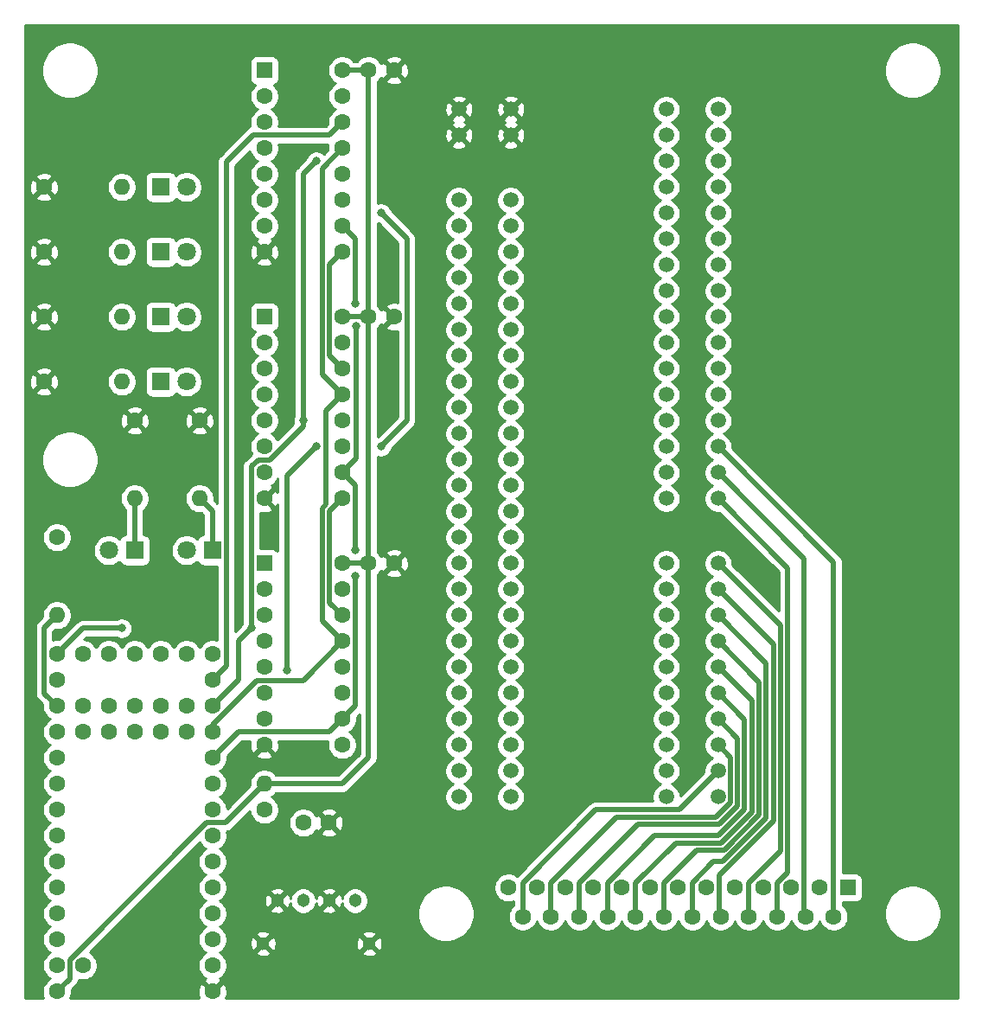
<source format=gbr>
%TF.GenerationSoftware,KiCad,Pcbnew,5.1.9-73d0e3b20d~88~ubuntu18.04.1*%
%TF.CreationDate,2021-04-18T22:58:03-04:00*%
%TF.ProjectId,spdif-decoder,73706469-662d-4646-9563-6f6465722e6b,rev?*%
%TF.SameCoordinates,Original*%
%TF.FileFunction,Copper,L2,Bot*%
%TF.FilePolarity,Positive*%
%FSLAX46Y46*%
G04 Gerber Fmt 4.6, Leading zero omitted, Abs format (unit mm)*
G04 Created by KiCad (PCBNEW 5.1.9-73d0e3b20d~88~ubuntu18.04.1) date 2021-04-18 22:58:03*
%MOMM*%
%LPD*%
G01*
G04 APERTURE LIST*
%TA.AperFunction,ComponentPad*%
%ADD10C,1.600000*%
%TD*%
%TA.AperFunction,ComponentPad*%
%ADD11R,1.600000X1.600000*%
%TD*%
%TA.AperFunction,ComponentPad*%
%ADD12O,1.600000X1.600000*%
%TD*%
%TA.AperFunction,ComponentPad*%
%ADD13C,1.500000*%
%TD*%
%TA.AperFunction,ComponentPad*%
%ADD14C,1.300000*%
%TD*%
%TA.AperFunction,ComponentPad*%
%ADD15C,1.303000*%
%TD*%
%TA.AperFunction,ComponentPad*%
%ADD16C,1.800000*%
%TD*%
%TA.AperFunction,ComponentPad*%
%ADD17R,1.800000X1.800000*%
%TD*%
%TA.AperFunction,ViaPad*%
%ADD18C,0.800000*%
%TD*%
%TA.AperFunction,Conductor*%
%ADD19C,0.500000*%
%TD*%
%TA.AperFunction,Conductor*%
%ADD20C,0.254000*%
%TD*%
%TA.AperFunction,Conductor*%
%ADD21C,0.100000*%
%TD*%
G04 APERTURE END LIST*
D10*
%TO.P,U1,44*%
%TO.N,Net-(U1-Pad44)*%
X73660000Y-135890000D03*
%TO.P,U1,43*%
%TO.N,Net-(U1-Pad43)*%
X73660000Y-133350000D03*
%TO.P,U1,42*%
%TO.N,Net-(U1-Pad42)*%
X71120000Y-135890000D03*
%TO.P,U1,41*%
%TO.N,Net-(U1-Pad41)*%
X71120000Y-133350000D03*
%TO.P,U1,40*%
%TO.N,Net-(U1-Pad40)*%
X68580000Y-135890000D03*
%TO.P,U1,39*%
%TO.N,Net-(U1-Pad39)*%
X68580000Y-133350000D03*
%TO.P,U1,38*%
%TO.N,Net-(U1-Pad38)*%
X66040000Y-135890000D03*
%TO.P,U1,37*%
%TO.N,Net-(U1-Pad37)*%
X66040000Y-133350000D03*
%TO.P,U1,36*%
%TO.N,Net-(U1-Pad36)*%
X63500000Y-135890000D03*
%TO.P,U1,35*%
%TO.N,Net-(U1-Pad35)*%
X63500000Y-133350000D03*
%TO.P,U1,1*%
%TO.N,GND*%
X76200000Y-161290000D03*
%TO.P,U1,2*%
%TO.N,Net-(U1-Pad2)*%
X76200000Y-158750000D03*
%TO.P,U1,3*%
%TO.N,Net-(U1-Pad3)*%
X76200000Y-156210000D03*
%TO.P,U1,4*%
%TO.N,Net-(U1-Pad4)*%
X76200000Y-153670000D03*
%TO.P,U1,5*%
%TO.N,Net-(U1-Pad5)*%
X76200000Y-151130000D03*
%TO.P,U1,6*%
%TO.N,Net-(U1-Pad6)*%
X76200000Y-148590000D03*
%TO.P,U1,7*%
%TO.N,Net-(U1-Pad7)*%
X76200000Y-146050000D03*
%TO.P,U1,8*%
%TO.N,Net-(U1-Pad8)*%
X76200000Y-143510000D03*
%TO.P,U1,9*%
%TO.N,Net-(U1-Pad9)*%
X76200000Y-140970000D03*
%TO.P,U1,10*%
%TO.N,REG_CLEAR*%
X76200000Y-138430000D03*
%TO.P,U1,11*%
%TO.N,SHIFT_ENABLE*%
X76200000Y-135890000D03*
%TO.P,U1,12*%
%TO.N,LATCH*%
X76200000Y-133350000D03*
%TO.P,U1,13*%
%TO.N,SPI_MOSI*%
X76200000Y-130810000D03*
%TO.P,U1,34*%
%TO.N,Net-(U1-Pad34)*%
X63500000Y-158750000D03*
%TO.P,U1,33*%
%TO.N,+5V*%
X60960000Y-161290000D03*
%TO.P,U1,32*%
%TO.N,Net-(U1-Pad32)*%
X60960000Y-158750000D03*
%TO.P,U1,31*%
%TO.N,Net-(U1-Pad31)*%
X60960000Y-156210000D03*
%TO.P,U1,30*%
%TO.N,Net-(U1-Pad30)*%
X60960000Y-153670000D03*
%TO.P,U1,29*%
%TO.N,Net-(U1-Pad29)*%
X60960000Y-151130000D03*
%TO.P,U1,28*%
%TO.N,Net-(U1-Pad28)*%
X60960000Y-148590000D03*
%TO.P,U1,27*%
%TO.N,Net-(U1-Pad27)*%
X60960000Y-146050000D03*
%TO.P,U1,26*%
%TO.N,Net-(U1-Pad26)*%
X60960000Y-143510000D03*
%TO.P,U1,25*%
%TO.N,Net-(U1-Pad25)*%
X60960000Y-140970000D03*
%TO.P,U1,24*%
%TO.N,LED_SPDIF*%
X60960000Y-138430000D03*
%TO.P,U1,23*%
%TO.N,LED_POW*%
X60960000Y-135890000D03*
%TO.P,U1,22*%
%TO.N,SPDIF_IN*%
X60960000Y-133350000D03*
%TO.P,U1,21*%
%TO.N,Net-(U1-Pad21)*%
X60960000Y-130810000D03*
%TO.P,U1,14*%
%TO.N,Net-(U1-Pad14)*%
X76200000Y-128270000D03*
%TO.P,U1,15*%
%TO.N,Net-(U1-Pad15)*%
X73660000Y-128270000D03*
%TO.P,U1,16*%
%TO.N,Net-(U1-Pad16)*%
X71120000Y-128270000D03*
%TO.P,U1,20*%
%TO.N,SPI_CLK*%
X60960000Y-128270000D03*
%TO.P,U1,19*%
%TO.N,Net-(U1-Pad19)*%
X63500000Y-128270000D03*
%TO.P,U1,18*%
%TO.N,Net-(U1-Pad18)*%
X66040000Y-128270000D03*
%TO.P,U1,17*%
%TO.N,Net-(U1-Pad17)*%
X68580000Y-128270000D03*
%TD*%
%TO.P,U2,9*%
%TO.N,Net-(U2-Pad9)*%
X88900000Y-88900000D03*
%TO.P,U2,8*%
%TO.N,GND*%
X81280000Y-88900000D03*
%TO.P,U2,16*%
%TO.N,+5V*%
X88900000Y-71120000D03*
%TO.P,U2,15*%
%TO.N,Net-(D2-Pad2)*%
X88900000Y-73660000D03*
%TO.P,U2,14*%
%TO.N,SPI_MOSI*%
X88900000Y-76200000D03*
%TO.P,U2,13*%
%TO.N,SHIFT_ENABLE*%
X88900000Y-78740000D03*
%TO.P,U2,12*%
%TO.N,LATCH*%
X88900000Y-81280000D03*
%TO.P,U2,11*%
%TO.N,SPI_CLK*%
X88900000Y-83820000D03*
%TO.P,U2,10*%
%TO.N,REG_CLEAR*%
X88900000Y-86360000D03*
%TO.P,U2,7*%
%TO.N,Net-(J2-Pad15)*%
X81280000Y-86360000D03*
%TO.P,U2,6*%
%TO.N,Net-(J2-Pad13)*%
X81280000Y-83820000D03*
%TO.P,U2,5*%
%TO.N,Net-(J2-Pad11)*%
X81280000Y-81280000D03*
%TO.P,U2,4*%
%TO.N,Net-(J2-Pad9)*%
X81280000Y-78740000D03*
%TO.P,U2,3*%
%TO.N,Net-(D5-Pad2)*%
X81280000Y-76200000D03*
%TO.P,U2,2*%
%TO.N,Net-(D4-Pad2)*%
X81280000Y-73660000D03*
D11*
%TO.P,U2,1*%
%TO.N,Net-(D3-Pad2)*%
X81280000Y-71120000D03*
%TD*%
D10*
%TO.P,U3,9*%
%TO.N,Net-(U3-Pad9)*%
X88900000Y-113030000D03*
%TO.P,U3,8*%
%TO.N,GND*%
X81280000Y-113030000D03*
%TO.P,U3,16*%
%TO.N,+5V*%
X88900000Y-95250000D03*
%TO.P,U3,15*%
%TO.N,Net-(J2-Pad17)*%
X88900000Y-97790000D03*
%TO.P,U3,14*%
%TO.N,Net-(U2-Pad9)*%
X88900000Y-100330000D03*
%TO.P,U3,13*%
%TO.N,SHIFT_ENABLE*%
X88900000Y-102870000D03*
%TO.P,U3,12*%
%TO.N,LATCH*%
X88900000Y-105410000D03*
%TO.P,U3,11*%
%TO.N,SPI_CLK*%
X88900000Y-107950000D03*
%TO.P,U3,10*%
%TO.N,REG_CLEAR*%
X88900000Y-110490000D03*
%TO.P,U3,7*%
%TO.N,Net-(J2-Pad31)*%
X81280000Y-110490000D03*
%TO.P,U3,6*%
%TO.N,Net-(J2-Pad29)*%
X81280000Y-107950000D03*
%TO.P,U3,5*%
%TO.N,Net-(J2-Pad27)*%
X81280000Y-105410000D03*
%TO.P,U3,4*%
%TO.N,Net-(J2-Pad25)*%
X81280000Y-102870000D03*
%TO.P,U3,3*%
%TO.N,Net-(J2-Pad23)*%
X81280000Y-100330000D03*
%TO.P,U3,2*%
%TO.N,Net-(J2-Pad21)*%
X81280000Y-97790000D03*
D11*
%TO.P,U3,1*%
%TO.N,Net-(J2-Pad19)*%
X81280000Y-95250000D03*
%TD*%
D10*
%TO.P,U4,9*%
%TO.N,Net-(U4-Pad9)*%
X88900000Y-137160000D03*
%TO.P,U4,8*%
%TO.N,GND*%
X81280000Y-137160000D03*
%TO.P,U4,16*%
%TO.N,+5V*%
X88900000Y-119380000D03*
%TO.P,U4,15*%
%TO.N,Net-(J2-Pad33)*%
X88900000Y-121920000D03*
%TO.P,U4,14*%
%TO.N,Net-(U3-Pad9)*%
X88900000Y-124460000D03*
%TO.P,U4,13*%
%TO.N,SHIFT_ENABLE*%
X88900000Y-127000000D03*
%TO.P,U4,12*%
%TO.N,LATCH*%
X88900000Y-129540000D03*
%TO.P,U4,11*%
%TO.N,SPI_CLK*%
X88900000Y-132080000D03*
%TO.P,U4,10*%
%TO.N,REG_CLEAR*%
X88900000Y-134620000D03*
%TO.P,U4,7*%
%TO.N,Net-(J2-Pad47)*%
X81280000Y-134620000D03*
%TO.P,U4,6*%
%TO.N,Net-(J2-Pad45)*%
X81280000Y-132080000D03*
%TO.P,U4,5*%
%TO.N,Net-(J2-Pad43)*%
X81280000Y-129540000D03*
%TO.P,U4,4*%
%TO.N,Net-(J2-Pad41)*%
X81280000Y-127000000D03*
%TO.P,U4,3*%
%TO.N,Net-(J2-Pad39)*%
X81280000Y-124460000D03*
%TO.P,U4,2*%
%TO.N,Net-(J2-Pad37)*%
X81280000Y-121920000D03*
D11*
%TO.P,U4,1*%
%TO.N,Net-(J2-Pad35)*%
X81280000Y-119380000D03*
%TD*%
D10*
%TO.P,C3,2*%
%TO.N,+5V*%
X91480000Y-119380000D03*
%TO.P,C3,1*%
%TO.N,GND*%
X93980000Y-119380000D03*
%TD*%
D12*
%TO.P,L1,2*%
%TO.N,+5V*%
X81280000Y-140970000D03*
D10*
%TO.P,L1,1*%
%TO.N,Net-(C4-Pad2)*%
X81280000Y-143510000D03*
%TD*%
D12*
%TO.P,R7,2*%
%TO.N,SPDIF_IN*%
X60960000Y-124460000D03*
D10*
%TO.P,R7,1*%
%TO.N,Net-(J8-Pad1)*%
X60960000Y-116840000D03*
%TD*%
D13*
%TO.P,J5,32*%
%TO.N,Net-(J1-Pad16)*%
X125730000Y-113030000D03*
%TO.P,J5,31*%
%TO.N,Net-(J5-Pad31)*%
X120650000Y-113030000D03*
%TO.P,J5,30*%
%TO.N,Net-(J1-Pad15)*%
X125730000Y-110490000D03*
%TO.P,J5,29*%
%TO.N,Net-(J5-Pad29)*%
X120650000Y-110490000D03*
%TO.P,J5,28*%
%TO.N,Net-(J1-Pad14)*%
X125730000Y-107950000D03*
%TO.P,J5,27*%
%TO.N,Net-(J5-Pad27)*%
X120650000Y-107950000D03*
%TO.P,J5,26*%
%TO.N,Net-(J1-Pad13)*%
X125730000Y-105410000D03*
%TO.P,J5,25*%
%TO.N,Net-(J5-Pad25)*%
X120650000Y-105410000D03*
%TO.P,J5,24*%
%TO.N,Net-(J1-Pad12)*%
X125730000Y-102870000D03*
%TO.P,J5,23*%
%TO.N,Net-(J5-Pad23)*%
X120650000Y-102870000D03*
%TO.P,J5,22*%
%TO.N,Net-(J1-Pad11)*%
X125730000Y-100330000D03*
%TO.P,J5,21*%
%TO.N,Net-(J5-Pad21)*%
X120650000Y-100330000D03*
%TO.P,J5,20*%
%TO.N,Net-(J1-Pad10)*%
X125730000Y-97790000D03*
%TO.P,J5,19*%
%TO.N,Net-(J5-Pad19)*%
X120650000Y-97790000D03*
%TO.P,J5,18*%
%TO.N,Net-(J1-Pad9)*%
X125730000Y-95250000D03*
%TO.P,J5,17*%
%TO.N,Net-(J5-Pad17)*%
X120650000Y-95250000D03*
%TO.P,J5,16*%
%TO.N,Net-(J1-Pad8)*%
X125730000Y-92710000D03*
%TO.P,J5,15*%
%TO.N,Net-(J5-Pad15)*%
X120650000Y-92710000D03*
%TO.P,J5,14*%
%TO.N,Net-(J1-Pad7)*%
X125730000Y-90170000D03*
%TO.P,J5,13*%
%TO.N,Net-(J5-Pad13)*%
X120650000Y-90170000D03*
%TO.P,J5,12*%
%TO.N,Net-(J1-Pad6)*%
X125730000Y-87630000D03*
%TO.P,J5,11*%
%TO.N,Net-(J5-Pad11)*%
X120650000Y-87630000D03*
%TO.P,J5,10*%
%TO.N,Net-(J1-Pad5)*%
X125730000Y-85090000D03*
%TO.P,J5,9*%
%TO.N,Net-(J5-Pad9)*%
X120650000Y-85090000D03*
%TO.P,J5,8*%
%TO.N,Net-(J1-Pad4)*%
X125730000Y-82550000D03*
%TO.P,J5,7*%
%TO.N,Net-(J5-Pad7)*%
X120650000Y-82550000D03*
%TO.P,J5,6*%
%TO.N,Net-(J1-Pad3)*%
X125730000Y-80010000D03*
%TO.P,J5,5*%
%TO.N,Net-(J5-Pad5)*%
X120650000Y-80010000D03*
%TO.P,J5,4*%
%TO.N,Net-(J1-Pad2)*%
X125730000Y-77470000D03*
%TO.P,J5,3*%
%TO.N,Net-(J5-Pad3)*%
X120650000Y-77470000D03*
%TO.P,J5,2*%
%TO.N,Net-(J1-Pad1)*%
X125730000Y-74930000D03*
%TO.P,J5,1*%
%TO.N,Net-(J5-Pad1)*%
X120650000Y-74930000D03*
%TD*%
%TO.P,J3,4*%
%TO.N,GND*%
X105410000Y-77470000D03*
%TO.P,J3,3*%
X100330000Y-77470000D03*
%TO.P,J3,2*%
X105410000Y-74930000D03*
%TO.P,J3,1*%
X100330000Y-74930000D03*
%TD*%
%TO.P,J2,48*%
%TO.N,Net-(J2-Pad48)*%
X105410000Y-142240000D03*
%TO.P,J2,47*%
%TO.N,Net-(J2-Pad47)*%
X100330000Y-142240000D03*
%TO.P,J2,46*%
%TO.N,Net-(J2-Pad46)*%
X105410000Y-139700000D03*
%TO.P,J2,45*%
%TO.N,Net-(J2-Pad45)*%
X100330000Y-139700000D03*
%TO.P,J2,44*%
%TO.N,Net-(J2-Pad44)*%
X105410000Y-137160000D03*
%TO.P,J2,43*%
%TO.N,Net-(J2-Pad43)*%
X100330000Y-137160000D03*
%TO.P,J2,42*%
%TO.N,Net-(J2-Pad42)*%
X105410000Y-134620000D03*
%TO.P,J2,41*%
%TO.N,Net-(J2-Pad41)*%
X100330000Y-134620000D03*
%TO.P,J2,40*%
%TO.N,Net-(J2-Pad40)*%
X105410000Y-132080000D03*
%TO.P,J2,39*%
%TO.N,Net-(J2-Pad39)*%
X100330000Y-132080000D03*
%TO.P,J2,38*%
%TO.N,Net-(J2-Pad38)*%
X105410000Y-129540000D03*
%TO.P,J2,37*%
%TO.N,Net-(J2-Pad37)*%
X100330000Y-129540000D03*
%TO.P,J2,36*%
%TO.N,Net-(J2-Pad36)*%
X105410000Y-127000000D03*
%TO.P,J2,35*%
%TO.N,Net-(J2-Pad35)*%
X100330000Y-127000000D03*
%TO.P,J2,34*%
%TO.N,Net-(J2-Pad34)*%
X105410000Y-124460000D03*
%TO.P,J2,33*%
%TO.N,Net-(J2-Pad33)*%
X100330000Y-124460000D03*
%TO.P,J2,32*%
%TO.N,Net-(J2-Pad32)*%
X105410000Y-121920000D03*
%TO.P,J2,31*%
%TO.N,Net-(J2-Pad31)*%
X100330000Y-121920000D03*
%TO.P,J2,30*%
%TO.N,Net-(J2-Pad30)*%
X105410000Y-119380000D03*
%TO.P,J2,29*%
%TO.N,Net-(J2-Pad29)*%
X100330000Y-119380000D03*
%TO.P,J2,28*%
%TO.N,Net-(J2-Pad28)*%
X105410000Y-116840000D03*
%TO.P,J2,27*%
%TO.N,Net-(J2-Pad27)*%
X100330000Y-116840000D03*
%TO.P,J2,26*%
%TO.N,Net-(J2-Pad26)*%
X105410000Y-114300000D03*
%TO.P,J2,25*%
%TO.N,Net-(J2-Pad25)*%
X100330000Y-114300000D03*
%TO.P,J2,24*%
%TO.N,Net-(J2-Pad24)*%
X105410000Y-111760000D03*
%TO.P,J2,23*%
%TO.N,Net-(J2-Pad23)*%
X100330000Y-111760000D03*
%TO.P,J2,22*%
%TO.N,Net-(J2-Pad22)*%
X105410000Y-109220000D03*
%TO.P,J2,21*%
%TO.N,Net-(J2-Pad21)*%
X100330000Y-109220000D03*
%TO.P,J2,20*%
%TO.N,Net-(J2-Pad20)*%
X105410000Y-106680000D03*
%TO.P,J2,19*%
%TO.N,Net-(J2-Pad19)*%
X100330000Y-106680000D03*
%TO.P,J2,18*%
%TO.N,Net-(J2-Pad18)*%
X105410000Y-104140000D03*
%TO.P,J2,17*%
%TO.N,Net-(J2-Pad17)*%
X100330000Y-104140000D03*
%TO.P,J2,16*%
%TO.N,Net-(J2-Pad16)*%
X105410000Y-101600000D03*
%TO.P,J2,15*%
%TO.N,Net-(J2-Pad15)*%
X100330000Y-101600000D03*
%TO.P,J2,14*%
%TO.N,Net-(J2-Pad14)*%
X105410000Y-99060000D03*
%TO.P,J2,13*%
%TO.N,Net-(J2-Pad13)*%
X100330000Y-99060000D03*
%TO.P,J2,12*%
%TO.N,Net-(J2-Pad12)*%
X105410000Y-96520000D03*
%TO.P,J2,11*%
%TO.N,Net-(J2-Pad11)*%
X100330000Y-96520000D03*
%TO.P,J2,10*%
%TO.N,Net-(J2-Pad10)*%
X105410000Y-93980000D03*
%TO.P,J2,9*%
%TO.N,Net-(J2-Pad9)*%
X100330000Y-93980000D03*
%TO.P,J2,8*%
%TO.N,Net-(J2-Pad8)*%
X105410000Y-91440000D03*
%TO.P,J2,7*%
%TO.N,Net-(D5-Pad2)*%
X100330000Y-91440000D03*
%TO.P,J2,6*%
%TO.N,Net-(J2-Pad6)*%
X105410000Y-88900000D03*
%TO.P,J2,5*%
%TO.N,Net-(D4-Pad2)*%
X100330000Y-88900000D03*
%TO.P,J2,4*%
%TO.N,Net-(J2-Pad4)*%
X105410000Y-86360000D03*
%TO.P,J2,3*%
%TO.N,Net-(D3-Pad2)*%
X100330000Y-86360000D03*
%TO.P,J2,2*%
%TO.N,Net-(J2-Pad2)*%
X105410000Y-83820000D03*
%TO.P,J2,1*%
%TO.N,Net-(D2-Pad2)*%
X100330000Y-83820000D03*
%TD*%
%TO.P,J6,20*%
%TO.N,Net-(J6-Pad20)*%
X125730000Y-142240000D03*
%TO.P,J6,19*%
%TO.N,Net-(J6-Pad19)*%
X120650000Y-142240000D03*
%TO.P,J6,18*%
%TO.N,Net-(J1-Pad25)*%
X125730000Y-139700000D03*
%TO.P,J6,17*%
%TO.N,Net-(J6-Pad17)*%
X120650000Y-139700000D03*
%TO.P,J6,16*%
%TO.N,Net-(J1-Pad24)*%
X125730000Y-137160000D03*
%TO.P,J6,15*%
%TO.N,Net-(J6-Pad15)*%
X120650000Y-137160000D03*
%TO.P,J6,14*%
%TO.N,Net-(J1-Pad23)*%
X125730000Y-134620000D03*
%TO.P,J6,13*%
%TO.N,Net-(J6-Pad13)*%
X120650000Y-134620000D03*
%TO.P,J6,12*%
%TO.N,Net-(J1-Pad22)*%
X125730000Y-132080000D03*
%TO.P,J6,11*%
%TO.N,Net-(J6-Pad11)*%
X120650000Y-132080000D03*
%TO.P,J6,10*%
%TO.N,Net-(J1-Pad21)*%
X125730000Y-129540000D03*
%TO.P,J6,9*%
%TO.N,Net-(J6-Pad9)*%
X120650000Y-129540000D03*
%TO.P,J6,8*%
%TO.N,Net-(J1-Pad20)*%
X125730000Y-127000000D03*
%TO.P,J6,7*%
%TO.N,Net-(J6-Pad7)*%
X120650000Y-127000000D03*
%TO.P,J6,6*%
%TO.N,Net-(J1-Pad19)*%
X125730000Y-124460000D03*
%TO.P,J6,5*%
%TO.N,Net-(J6-Pad5)*%
X120650000Y-124460000D03*
%TO.P,J6,4*%
%TO.N,Net-(J1-Pad18)*%
X125730000Y-121920000D03*
%TO.P,J6,3*%
%TO.N,Net-(J6-Pad3)*%
X120650000Y-121920000D03*
%TO.P,J6,2*%
%TO.N,Net-(J1-Pad17)*%
X125730000Y-119380000D03*
%TO.P,J6,1*%
%TO.N,Net-(J6-Pad1)*%
X120650000Y-119380000D03*
%TD*%
D12*
%TO.P,R6,2*%
%TO.N,Net-(D6-Pad1)*%
X74930000Y-113030000D03*
D10*
%TO.P,R6,1*%
%TO.N,GND*%
X74930000Y-105410000D03*
%TD*%
D12*
%TO.P,R5,2*%
%TO.N,Net-(D5-Pad1)*%
X67310000Y-101600000D03*
D10*
%TO.P,R5,1*%
%TO.N,GND*%
X59690000Y-101600000D03*
%TD*%
D12*
%TO.P,R4,2*%
%TO.N,Net-(D4-Pad1)*%
X67310000Y-95250000D03*
D10*
%TO.P,R4,1*%
%TO.N,GND*%
X59690000Y-95250000D03*
%TD*%
D12*
%TO.P,R3,2*%
%TO.N,Net-(D3-Pad1)*%
X67310000Y-88900000D03*
D10*
%TO.P,R3,1*%
%TO.N,GND*%
X59690000Y-88900000D03*
%TD*%
D12*
%TO.P,R2,2*%
%TO.N,Net-(D2-Pad1)*%
X67310000Y-82550000D03*
D10*
%TO.P,R2,1*%
%TO.N,GND*%
X59690000Y-82550000D03*
%TD*%
D12*
%TO.P,R1,2*%
%TO.N,Net-(D1-Pad1)*%
X68580000Y-113030000D03*
D10*
%TO.P,R1,1*%
%TO.N,GND*%
X68580000Y-105410000D03*
%TD*%
%TO.P,J1,25*%
%TO.N,Net-(J1-Pad25)*%
X106575000Y-153970000D03*
%TO.P,J1,24*%
%TO.N,Net-(J1-Pad24)*%
X109345000Y-153970000D03*
%TO.P,J1,23*%
%TO.N,Net-(J1-Pad23)*%
X112115000Y-153970000D03*
%TO.P,J1,22*%
%TO.N,Net-(J1-Pad22)*%
X114885000Y-153970000D03*
%TO.P,J1,21*%
%TO.N,Net-(J1-Pad21)*%
X117655000Y-153970000D03*
%TO.P,J1,20*%
%TO.N,Net-(J1-Pad20)*%
X120425000Y-153970000D03*
%TO.P,J1,19*%
%TO.N,Net-(J1-Pad19)*%
X123195000Y-153970000D03*
%TO.P,J1,18*%
%TO.N,Net-(J1-Pad18)*%
X125965000Y-153970000D03*
%TO.P,J1,17*%
%TO.N,Net-(J1-Pad17)*%
X128735000Y-153970000D03*
%TO.P,J1,16*%
%TO.N,Net-(J1-Pad16)*%
X131505000Y-153970000D03*
%TO.P,J1,15*%
%TO.N,Net-(J1-Pad15)*%
X134275000Y-153970000D03*
%TO.P,J1,14*%
%TO.N,Net-(J1-Pad14)*%
X137045000Y-153970000D03*
%TO.P,J1,13*%
%TO.N,Net-(J1-Pad13)*%
X105190000Y-151130000D03*
%TO.P,J1,12*%
%TO.N,Net-(J1-Pad12)*%
X107960000Y-151130000D03*
%TO.P,J1,11*%
%TO.N,Net-(J1-Pad11)*%
X110730000Y-151130000D03*
%TO.P,J1,10*%
%TO.N,Net-(J1-Pad10)*%
X113500000Y-151130000D03*
%TO.P,J1,9*%
%TO.N,Net-(J1-Pad9)*%
X116270000Y-151130000D03*
%TO.P,J1,8*%
%TO.N,Net-(J1-Pad8)*%
X119040000Y-151130000D03*
%TO.P,J1,7*%
%TO.N,Net-(J1-Pad7)*%
X121810000Y-151130000D03*
%TO.P,J1,6*%
%TO.N,Net-(J1-Pad6)*%
X124580000Y-151130000D03*
%TO.P,J1,5*%
%TO.N,Net-(J1-Pad5)*%
X127350000Y-151130000D03*
%TO.P,J1,4*%
%TO.N,Net-(J1-Pad4)*%
X130120000Y-151130000D03*
%TO.P,J1,3*%
%TO.N,Net-(J1-Pad3)*%
X132890000Y-151130000D03*
%TO.P,J1,2*%
%TO.N,Net-(J1-Pad2)*%
X135660000Y-151130000D03*
D11*
%TO.P,J1,1*%
%TO.N,Net-(J1-Pad1)*%
X138430000Y-151130000D03*
%TD*%
D14*
%TO.P,J8,MH2*%
%TO.N,GND*%
X81160000Y-156600000D03*
%TO.P,J8,MH1*%
X91560000Y-156600000D03*
D15*
%TO.P,J8,4*%
X82550000Y-152400000D03*
%TO.P,J8,3*%
%TO.N,Net-(C4-Pad2)*%
X85090000Y-152400000D03*
%TO.P,J8,2*%
%TO.N,GND*%
X87630000Y-152400000D03*
%TO.P,J8,1*%
%TO.N,Net-(J8-Pad1)*%
X90170000Y-152400000D03*
%TD*%
D16*
%TO.P,D6,2*%
%TO.N,LED_SPDIF*%
X73660000Y-118110000D03*
D17*
%TO.P,D6,1*%
%TO.N,Net-(D6-Pad1)*%
X76200000Y-118110000D03*
%TD*%
D16*
%TO.P,D5,2*%
%TO.N,Net-(D5-Pad2)*%
X73660000Y-101600000D03*
D17*
%TO.P,D5,1*%
%TO.N,Net-(D5-Pad1)*%
X71120000Y-101600000D03*
%TD*%
D16*
%TO.P,D4,2*%
%TO.N,Net-(D4-Pad2)*%
X73660000Y-95250000D03*
D17*
%TO.P,D4,1*%
%TO.N,Net-(D4-Pad1)*%
X71120000Y-95250000D03*
%TD*%
D16*
%TO.P,D3,2*%
%TO.N,Net-(D3-Pad2)*%
X73660000Y-88900000D03*
D17*
%TO.P,D3,1*%
%TO.N,Net-(D3-Pad1)*%
X71120000Y-88900000D03*
%TD*%
D16*
%TO.P,D2,2*%
%TO.N,Net-(D2-Pad2)*%
X73660000Y-82550000D03*
D17*
%TO.P,D2,1*%
%TO.N,Net-(D2-Pad1)*%
X71120000Y-82550000D03*
%TD*%
D16*
%TO.P,D1,2*%
%TO.N,LED_POW*%
X66040000Y-118110000D03*
D17*
%TO.P,D1,1*%
%TO.N,Net-(D1-Pad1)*%
X68580000Y-118110000D03*
%TD*%
D10*
%TO.P,C4,2*%
%TO.N,Net-(C4-Pad2)*%
X85090000Y-144780000D03*
%TO.P,C4,1*%
%TO.N,GND*%
X87590000Y-144780000D03*
%TD*%
%TO.P,C2,2*%
%TO.N,+5V*%
X91480000Y-95250000D03*
%TO.P,C2,1*%
%TO.N,GND*%
X93980000Y-95250000D03*
%TD*%
%TO.P,C1,2*%
%TO.N,+5V*%
X91480000Y-71120000D03*
%TO.P,C1,1*%
%TO.N,GND*%
X93980000Y-71120000D03*
%TD*%
D18*
%TO.N,GND*%
X92710000Y-92710000D03*
X82550000Y-91440000D03*
X78740000Y-90170000D03*
X78740000Y-91440000D03*
X97790000Y-102870000D03*
X93980000Y-99060000D03*
%TO.N,REG_CLEAR*%
X90170000Y-118110000D03*
X90170000Y-120650000D03*
X90286039Y-96123922D03*
X90170000Y-93980000D03*
%TO.N,LATCH*%
X80010000Y-125730000D03*
X85090000Y-105410000D03*
X86360000Y-80010000D03*
%TO.N,SPI_CLK*%
X67310000Y-125730000D03*
X86360000Y-107950000D03*
X83475001Y-129884999D03*
X92710000Y-107950000D03*
X92710000Y-85090000D03*
%TD*%
D19*
%TO.N,+5V*%
X88940000Y-119340000D02*
X88900000Y-119380000D01*
X91480000Y-119380000D02*
X88900000Y-119380000D01*
X91480000Y-95250000D02*
X91480000Y-119380000D01*
X91480000Y-95250000D02*
X88900000Y-95250000D01*
X91480000Y-71120000D02*
X88900000Y-71120000D01*
X88900000Y-140970000D02*
X81280000Y-140970000D01*
X91480000Y-119380000D02*
X91480000Y-138390000D01*
X91480000Y-138390000D02*
X88900000Y-140970000D01*
X91480000Y-95250000D02*
X91480000Y-71120000D01*
X62210001Y-160039999D02*
X60960000Y-161290000D01*
X75639997Y-144760001D02*
X62210001Y-158189997D01*
X62210001Y-158189997D02*
X62210001Y-160039999D01*
X77489999Y-144760001D02*
X75639997Y-144760001D01*
X81280000Y-140970000D02*
X77489999Y-144760001D01*
%TO.N,Net-(D1-Pad1)*%
X68580000Y-118110000D02*
X68580000Y-114300000D01*
X68580000Y-113030000D02*
X68580000Y-114300000D01*
%TO.N,Net-(D6-Pad1)*%
X76200000Y-114300000D02*
X74930000Y-113030000D01*
X76200000Y-118110000D02*
X76200000Y-114300000D01*
%TO.N,SPDIF_IN*%
X59709999Y-125710001D02*
X60960000Y-124460000D01*
X59709999Y-132099999D02*
X59709999Y-125710001D01*
X60960000Y-133350000D02*
X59709999Y-132099999D01*
%TO.N,Net-(J1-Pad16)*%
X131505000Y-150664998D02*
X131505000Y-153970000D01*
X132530081Y-149639917D02*
X131505000Y-150664998D01*
X132530081Y-119830081D02*
X132530081Y-149639917D01*
X125730000Y-113030000D02*
X132530081Y-119830081D01*
%TO.N,REG_CLEAR*%
X78759999Y-135870001D02*
X87649999Y-135870001D01*
X87649999Y-135870001D02*
X88900000Y-134620000D01*
X76200000Y-138430000D02*
X78759999Y-135870001D01*
X90170000Y-133350000D02*
X88900000Y-134620000D01*
X90170000Y-120650000D02*
X90170000Y-133350000D01*
X90286039Y-109103961D02*
X90286039Y-96123922D01*
X88900000Y-110490000D02*
X90286039Y-109103961D01*
X90170000Y-93980000D02*
X90170000Y-87630000D01*
X90170000Y-87630000D02*
X88900000Y-86360000D01*
X90170000Y-111760000D02*
X88900000Y-110490000D01*
X90170000Y-118110000D02*
X90170000Y-111760000D01*
%TO.N,SHIFT_ENABLE*%
X76200000Y-135200002D02*
X76200000Y-135890000D01*
X80570003Y-130829999D02*
X76200000Y-135200002D01*
X85070001Y-130829999D02*
X80570003Y-130829999D01*
X88900000Y-127000000D02*
X85070001Y-130829999D01*
X86929989Y-114010046D02*
X86929989Y-125029989D01*
X86929989Y-125029989D02*
X88900000Y-127000000D01*
X87340046Y-113599989D02*
X86929989Y-114010046D01*
X88900000Y-102870000D02*
X87340046Y-104429954D01*
X87340046Y-104429954D02*
X87340046Y-113599989D01*
X86929989Y-100899989D02*
X88900000Y-102870000D01*
X88900000Y-78740000D02*
X86929989Y-80710011D01*
X86929989Y-80710011D02*
X86929989Y-100899989D01*
%TO.N,LATCH*%
X76200000Y-133350000D02*
X78740000Y-130810000D01*
X78740000Y-127000000D02*
X80010000Y-125730000D01*
X78740000Y-130810000D02*
X78740000Y-127000000D01*
X80010000Y-109909998D02*
X80010000Y-125730000D01*
X85090000Y-105990002D02*
X81840003Y-109239999D01*
X80679999Y-109239999D02*
X80010000Y-109909998D01*
X81840003Y-109239999D02*
X80679999Y-109239999D01*
X85090000Y-105410000D02*
X85090000Y-105990002D01*
X85090000Y-105410000D02*
X85090000Y-81280000D01*
X85090000Y-81280000D02*
X86360000Y-80010000D01*
%TO.N,SPI_MOSI*%
X77550001Y-129459999D02*
X77550001Y-80090001D01*
X76200000Y-130810000D02*
X77550001Y-129459999D01*
X87649999Y-77450001D02*
X88900000Y-76200000D01*
X80190001Y-77450001D02*
X87649999Y-77450001D01*
X77550001Y-80090001D02*
X80190001Y-77450001D01*
%TO.N,SPI_CLK*%
X60960000Y-128270000D02*
X63500000Y-125730000D01*
X67310000Y-125730000D02*
X63500000Y-125730000D01*
X83475001Y-110834999D02*
X83475001Y-129884999D01*
X86360000Y-107950000D02*
X83475001Y-110834999D01*
X92710000Y-107950000D02*
X95250000Y-105410000D01*
X95250000Y-105410000D02*
X95250000Y-87630000D01*
X95250000Y-87630000D02*
X92710000Y-85090000D01*
%TO.N,Net-(U2-Pad9)*%
X88900000Y-100330000D02*
X87630000Y-99060000D01*
X87630000Y-90170000D02*
X88900000Y-88900000D01*
X87630000Y-99060000D02*
X87630000Y-90170000D01*
%TO.N,Net-(U3-Pad9)*%
X88900000Y-124460000D02*
X87649999Y-123209999D01*
X87649999Y-114280001D02*
X88900000Y-113030000D01*
X87649999Y-123209999D02*
X87649999Y-114280001D01*
%TO.N,Net-(J1-Pad25)*%
X125730000Y-139700000D02*
X121920000Y-143510000D01*
X106575000Y-150664998D02*
X106575000Y-153970000D01*
X113729998Y-143510000D02*
X106575000Y-150664998D01*
X121920000Y-143510000D02*
X113729998Y-143510000D01*
%TO.N,Net-(J1-Pad24)*%
X126930001Y-142816001D02*
X125535992Y-144210010D01*
X125730000Y-137160000D02*
X126930001Y-138360001D01*
X126930001Y-138360001D02*
X126930001Y-142816001D01*
X109345000Y-150664998D02*
X109345000Y-153970000D01*
X115799988Y-144210010D02*
X109345000Y-150664998D01*
X125535992Y-144210010D02*
X115799988Y-144210010D01*
%TO.N,Net-(J1-Pad23)*%
X127630011Y-143105954D02*
X125825945Y-144910020D01*
X125730000Y-134620000D02*
X127630011Y-136520011D01*
X127630011Y-136520011D02*
X127630011Y-143105954D01*
X112115000Y-150664998D02*
X112115000Y-153970000D01*
X117869978Y-144910020D02*
X112115000Y-150664998D01*
X125825945Y-144910020D02*
X117869978Y-144910020D01*
%TO.N,Net-(J1-Pad22)*%
X128330021Y-134680021D02*
X128330021Y-143449979D01*
X125730000Y-132080000D02*
X128330021Y-134680021D01*
X128330021Y-143449979D02*
X125730000Y-146050000D01*
X114885000Y-150664998D02*
X114885000Y-153970000D01*
X119499998Y-146050000D02*
X114885000Y-150664998D01*
X125730000Y-146050000D02*
X119499998Y-146050000D01*
%TO.N,Net-(J1-Pad21)*%
X129030031Y-143739932D02*
X126019953Y-146750010D01*
X125730000Y-129540000D02*
X129030031Y-132840031D01*
X129030031Y-132840031D02*
X129030031Y-143739932D01*
X117655000Y-150664998D02*
X117655000Y-153970000D01*
X121569988Y-146750010D02*
X117655000Y-150664998D01*
X126019953Y-146750010D02*
X121569988Y-146750010D01*
%TO.N,Net-(J1-Pad20)*%
X129730041Y-144029885D02*
X126309906Y-147450020D01*
X125730000Y-127000000D02*
X129730041Y-131000041D01*
X129730041Y-131000041D02*
X129730041Y-144029885D01*
X120425000Y-150664998D02*
X120425000Y-153970000D01*
X123639978Y-147450020D02*
X120425000Y-150664998D01*
X126309906Y-147450020D02*
X123639978Y-147450020D01*
%TO.N,Net-(J1-Pad19)*%
X130430051Y-144319838D02*
X126159889Y-148590000D01*
X125730000Y-124460000D02*
X130430051Y-129160051D01*
X130430051Y-129160051D02*
X130430051Y-144319838D01*
X123195000Y-150664998D02*
X123195000Y-153970000D01*
X125269998Y-148590000D02*
X123195000Y-150664998D01*
X126159889Y-148590000D02*
X125269998Y-148590000D01*
%TO.N,Net-(J1-Pad18)*%
X125830001Y-153835001D02*
X125965000Y-153970000D01*
X125830001Y-149909850D02*
X125830001Y-153835001D01*
X131130061Y-144609791D02*
X125830001Y-149909850D01*
X131130061Y-127320061D02*
X131130061Y-144609791D01*
X125730000Y-121920000D02*
X131130061Y-127320061D01*
%TO.N,Net-(J1-Pad17)*%
X128735000Y-150664998D02*
X128735000Y-153970000D01*
X131830071Y-147569927D02*
X128735000Y-150664998D01*
X131830071Y-125480071D02*
X131830071Y-147569927D01*
X125730000Y-119380000D02*
X131830071Y-125480071D01*
%TO.N,Net-(J1-Pad15)*%
X134140001Y-153835001D02*
X134275000Y-153970000D01*
X134140001Y-118900001D02*
X134140001Y-153835001D01*
X125730000Y-110490000D02*
X134140001Y-118900001D01*
%TO.N,Net-(J1-Pad14)*%
X137045000Y-119265000D02*
X137045000Y-153970000D01*
X125730000Y-107950000D02*
X137045000Y-119265000D01*
%TD*%
D20*
%TO.N,GND*%
X149200000Y-161900000D02*
X77498900Y-161900000D01*
X77557571Y-161776004D01*
X77626300Y-161501816D01*
X77640217Y-161219488D01*
X77598787Y-160939870D01*
X77503603Y-160673708D01*
X77436671Y-160548486D01*
X77192702Y-160476903D01*
X76379605Y-161290000D01*
X76393748Y-161304143D01*
X76214143Y-161483748D01*
X76200000Y-161469605D01*
X76185858Y-161483748D01*
X76006253Y-161304143D01*
X76020395Y-161290000D01*
X75207298Y-160476903D01*
X74963329Y-160548486D01*
X74842429Y-160803996D01*
X74773700Y-161078184D01*
X74759783Y-161360512D01*
X74801213Y-161640130D01*
X74894147Y-161900000D01*
X62260562Y-161900000D01*
X62339853Y-161708574D01*
X62395000Y-161431335D01*
X62395000Y-161148665D01*
X62388017Y-161113561D01*
X62805050Y-160696529D01*
X62838818Y-160668816D01*
X62886864Y-160610273D01*
X62949411Y-160534059D01*
X62949412Y-160534058D01*
X63031590Y-160380312D01*
X63082196Y-160213489D01*
X63090260Y-160131610D01*
X63358665Y-160185000D01*
X63641335Y-160185000D01*
X63918574Y-160129853D01*
X64179727Y-160021680D01*
X64414759Y-159864637D01*
X64614637Y-159664759D01*
X64771680Y-159429727D01*
X64879853Y-159168574D01*
X64935000Y-158891335D01*
X64935000Y-158608665D01*
X64879853Y-158331426D01*
X64771680Y-158070273D01*
X64614637Y-157835241D01*
X64414759Y-157635363D01*
X64179727Y-157478320D01*
X64175151Y-157476425D01*
X74926425Y-146725152D01*
X74928320Y-146729727D01*
X75085363Y-146964759D01*
X75285241Y-147164637D01*
X75517759Y-147320000D01*
X75285241Y-147475363D01*
X75085363Y-147675241D01*
X74928320Y-147910273D01*
X74820147Y-148171426D01*
X74765000Y-148448665D01*
X74765000Y-148731335D01*
X74820147Y-149008574D01*
X74928320Y-149269727D01*
X75085363Y-149504759D01*
X75285241Y-149704637D01*
X75517759Y-149860000D01*
X75285241Y-150015363D01*
X75085363Y-150215241D01*
X74928320Y-150450273D01*
X74820147Y-150711426D01*
X74765000Y-150988665D01*
X74765000Y-151271335D01*
X74820147Y-151548574D01*
X74928320Y-151809727D01*
X75085363Y-152044759D01*
X75285241Y-152244637D01*
X75517759Y-152400000D01*
X75285241Y-152555363D01*
X75085363Y-152755241D01*
X74928320Y-152990273D01*
X74820147Y-153251426D01*
X74765000Y-153528665D01*
X74765000Y-153811335D01*
X74820147Y-154088574D01*
X74928320Y-154349727D01*
X75085363Y-154584759D01*
X75285241Y-154784637D01*
X75517759Y-154940000D01*
X75285241Y-155095363D01*
X75085363Y-155295241D01*
X74928320Y-155530273D01*
X74820147Y-155791426D01*
X74765000Y-156068665D01*
X74765000Y-156351335D01*
X74820147Y-156628574D01*
X74928320Y-156889727D01*
X75085363Y-157124759D01*
X75285241Y-157324637D01*
X75517759Y-157480000D01*
X75285241Y-157635363D01*
X75085363Y-157835241D01*
X74928320Y-158070273D01*
X74820147Y-158331426D01*
X74765000Y-158608665D01*
X74765000Y-158891335D01*
X74820147Y-159168574D01*
X74928320Y-159429727D01*
X75085363Y-159664759D01*
X75285241Y-159864637D01*
X75519128Y-160020915D01*
X75458486Y-160053329D01*
X75386903Y-160297298D01*
X76200000Y-161110395D01*
X77013097Y-160297298D01*
X76941514Y-160053329D01*
X76877008Y-160022806D01*
X76879727Y-160021680D01*
X77114759Y-159864637D01*
X77314637Y-159664759D01*
X77471680Y-159429727D01*
X77579853Y-159168574D01*
X77635000Y-158891335D01*
X77635000Y-158608665D01*
X77579853Y-158331426D01*
X77471680Y-158070273D01*
X77314637Y-157835241D01*
X77114759Y-157635363D01*
X76890513Y-157485527D01*
X80454078Y-157485527D01*
X80507466Y-157714201D01*
X80737374Y-157820095D01*
X80983524Y-157879102D01*
X81236455Y-157888952D01*
X81486449Y-157849270D01*
X81723896Y-157761578D01*
X81812534Y-157714201D01*
X81865922Y-157485527D01*
X90854078Y-157485527D01*
X90907466Y-157714201D01*
X91137374Y-157820095D01*
X91383524Y-157879102D01*
X91636455Y-157888952D01*
X91886449Y-157849270D01*
X92123896Y-157761578D01*
X92212534Y-157714201D01*
X92265922Y-157485527D01*
X91560000Y-156779605D01*
X90854078Y-157485527D01*
X81865922Y-157485527D01*
X81160000Y-156779605D01*
X80454078Y-157485527D01*
X76890513Y-157485527D01*
X76882241Y-157480000D01*
X77114759Y-157324637D01*
X77314637Y-157124759D01*
X77471680Y-156889727D01*
X77560020Y-156676455D01*
X79871048Y-156676455D01*
X79910730Y-156926449D01*
X79998422Y-157163896D01*
X80045799Y-157252534D01*
X80274473Y-157305922D01*
X80980395Y-156600000D01*
X81339605Y-156600000D01*
X82045527Y-157305922D01*
X82274201Y-157252534D01*
X82380095Y-157022626D01*
X82439102Y-156776476D01*
X82442997Y-156676455D01*
X90271048Y-156676455D01*
X90310730Y-156926449D01*
X90398422Y-157163896D01*
X90445799Y-157252534D01*
X90674473Y-157305922D01*
X91380395Y-156600000D01*
X91739605Y-156600000D01*
X92445527Y-157305922D01*
X92674201Y-157252534D01*
X92780095Y-157022626D01*
X92839102Y-156776476D01*
X92848952Y-156523545D01*
X92809270Y-156273551D01*
X92721578Y-156036104D01*
X92674201Y-155947466D01*
X92445527Y-155894078D01*
X91739605Y-156600000D01*
X91380395Y-156600000D01*
X90674473Y-155894078D01*
X90445799Y-155947466D01*
X90339905Y-156177374D01*
X90280898Y-156423524D01*
X90271048Y-156676455D01*
X82442997Y-156676455D01*
X82448952Y-156523545D01*
X82409270Y-156273551D01*
X82321578Y-156036104D01*
X82274201Y-155947466D01*
X82045527Y-155894078D01*
X81339605Y-156600000D01*
X80980395Y-156600000D01*
X80274473Y-155894078D01*
X80045799Y-155947466D01*
X79939905Y-156177374D01*
X79880898Y-156423524D01*
X79871048Y-156676455D01*
X77560020Y-156676455D01*
X77579853Y-156628574D01*
X77635000Y-156351335D01*
X77635000Y-156068665D01*
X77579853Y-155791426D01*
X77547979Y-155714473D01*
X80454078Y-155714473D01*
X81160000Y-156420395D01*
X81865922Y-155714473D01*
X90854078Y-155714473D01*
X91560000Y-156420395D01*
X92265922Y-155714473D01*
X92212534Y-155485799D01*
X91982626Y-155379905D01*
X91736476Y-155320898D01*
X91483545Y-155311048D01*
X91233551Y-155350730D01*
X90996104Y-155438422D01*
X90907466Y-155485799D01*
X90854078Y-155714473D01*
X81865922Y-155714473D01*
X81812534Y-155485799D01*
X81582626Y-155379905D01*
X81336476Y-155320898D01*
X81083545Y-155311048D01*
X80833551Y-155350730D01*
X80596104Y-155438422D01*
X80507466Y-155485799D01*
X80454078Y-155714473D01*
X77547979Y-155714473D01*
X77471680Y-155530273D01*
X77314637Y-155295241D01*
X77114759Y-155095363D01*
X76882241Y-154940000D01*
X77114759Y-154784637D01*
X77314637Y-154584759D01*
X77471680Y-154349727D01*
X77579853Y-154088574D01*
X77635000Y-153811335D01*
X77635000Y-153528665D01*
X77586850Y-153286599D01*
X81843006Y-153286599D01*
X81896576Y-153515426D01*
X82126740Y-153621470D01*
X82373170Y-153680574D01*
X82626396Y-153690466D01*
X82876685Y-153650765D01*
X83114420Y-153562999D01*
X83203424Y-153515426D01*
X83256994Y-153286599D01*
X82550000Y-152579605D01*
X81843006Y-153286599D01*
X77586850Y-153286599D01*
X77579853Y-153251426D01*
X77471680Y-152990273D01*
X77314637Y-152755241D01*
X77114759Y-152555363D01*
X76996577Y-152476396D01*
X81259534Y-152476396D01*
X81299235Y-152726685D01*
X81387001Y-152964420D01*
X81434574Y-153053424D01*
X81663401Y-153106994D01*
X82370395Y-152400000D01*
X82729605Y-152400000D01*
X83436599Y-153106994D01*
X83665426Y-153053424D01*
X83771470Y-152823260D01*
X83821224Y-152615814D01*
X83852939Y-152775258D01*
X83949918Y-153009386D01*
X84090710Y-153220096D01*
X84269904Y-153399290D01*
X84480614Y-153540082D01*
X84714742Y-153637061D01*
X84963291Y-153686500D01*
X85216709Y-153686500D01*
X85465258Y-153637061D01*
X85699386Y-153540082D01*
X85910096Y-153399290D01*
X86022787Y-153286599D01*
X86923006Y-153286599D01*
X86976576Y-153515426D01*
X87206740Y-153621470D01*
X87453170Y-153680574D01*
X87706396Y-153690466D01*
X87956685Y-153650765D01*
X88194420Y-153562999D01*
X88283424Y-153515426D01*
X88336994Y-153286599D01*
X87630000Y-152579605D01*
X86923006Y-153286599D01*
X86022787Y-153286599D01*
X86089290Y-153220096D01*
X86230082Y-153009386D01*
X86327061Y-152775258D01*
X86360374Y-152607780D01*
X86379235Y-152726685D01*
X86467001Y-152964420D01*
X86514574Y-153053424D01*
X86743401Y-153106994D01*
X87450395Y-152400000D01*
X87809605Y-152400000D01*
X88516599Y-153106994D01*
X88745426Y-153053424D01*
X88851470Y-152823260D01*
X88901224Y-152615814D01*
X88932939Y-152775258D01*
X89029918Y-153009386D01*
X89170710Y-153220096D01*
X89349904Y-153399290D01*
X89560614Y-153540082D01*
X89794742Y-153637061D01*
X90043291Y-153686500D01*
X90296709Y-153686500D01*
X90545258Y-153637061D01*
X90779386Y-153540082D01*
X90990096Y-153399290D01*
X90993685Y-153395701D01*
X96275000Y-153395701D01*
X96275000Y-153944299D01*
X96382026Y-154482354D01*
X96591965Y-154989192D01*
X96896750Y-155445334D01*
X97284666Y-155833250D01*
X97740808Y-156138035D01*
X98247646Y-156347974D01*
X98785701Y-156455000D01*
X99334299Y-156455000D01*
X99872354Y-156347974D01*
X100379192Y-156138035D01*
X100835334Y-155833250D01*
X101223250Y-155445334D01*
X101528035Y-154989192D01*
X101737974Y-154482354D01*
X101845000Y-153944299D01*
X101845000Y-153395701D01*
X101737974Y-152857646D01*
X101528035Y-152350808D01*
X101223250Y-151894666D01*
X100835334Y-151506750D01*
X100379192Y-151201965D01*
X99872354Y-150992026D01*
X99855458Y-150988665D01*
X103755000Y-150988665D01*
X103755000Y-151271335D01*
X103810147Y-151548574D01*
X103918320Y-151809727D01*
X104075363Y-152044759D01*
X104275241Y-152244637D01*
X104510273Y-152401680D01*
X104771426Y-152509853D01*
X105048665Y-152565000D01*
X105331335Y-152565000D01*
X105608574Y-152509853D01*
X105690001Y-152476125D01*
X105690001Y-152835478D01*
X105660241Y-152855363D01*
X105460363Y-153055241D01*
X105303320Y-153290273D01*
X105195147Y-153551426D01*
X105140000Y-153828665D01*
X105140000Y-154111335D01*
X105195147Y-154388574D01*
X105303320Y-154649727D01*
X105460363Y-154884759D01*
X105660241Y-155084637D01*
X105895273Y-155241680D01*
X106156426Y-155349853D01*
X106433665Y-155405000D01*
X106716335Y-155405000D01*
X106993574Y-155349853D01*
X107254727Y-155241680D01*
X107489759Y-155084637D01*
X107689637Y-154884759D01*
X107846680Y-154649727D01*
X107954853Y-154388574D01*
X107960000Y-154362699D01*
X107965147Y-154388574D01*
X108073320Y-154649727D01*
X108230363Y-154884759D01*
X108430241Y-155084637D01*
X108665273Y-155241680D01*
X108926426Y-155349853D01*
X109203665Y-155405000D01*
X109486335Y-155405000D01*
X109763574Y-155349853D01*
X110024727Y-155241680D01*
X110259759Y-155084637D01*
X110459637Y-154884759D01*
X110616680Y-154649727D01*
X110724853Y-154388574D01*
X110730000Y-154362699D01*
X110735147Y-154388574D01*
X110843320Y-154649727D01*
X111000363Y-154884759D01*
X111200241Y-155084637D01*
X111435273Y-155241680D01*
X111696426Y-155349853D01*
X111973665Y-155405000D01*
X112256335Y-155405000D01*
X112533574Y-155349853D01*
X112794727Y-155241680D01*
X113029759Y-155084637D01*
X113229637Y-154884759D01*
X113386680Y-154649727D01*
X113494853Y-154388574D01*
X113500000Y-154362699D01*
X113505147Y-154388574D01*
X113613320Y-154649727D01*
X113770363Y-154884759D01*
X113970241Y-155084637D01*
X114205273Y-155241680D01*
X114466426Y-155349853D01*
X114743665Y-155405000D01*
X115026335Y-155405000D01*
X115303574Y-155349853D01*
X115564727Y-155241680D01*
X115799759Y-155084637D01*
X115999637Y-154884759D01*
X116156680Y-154649727D01*
X116264853Y-154388574D01*
X116270000Y-154362699D01*
X116275147Y-154388574D01*
X116383320Y-154649727D01*
X116540363Y-154884759D01*
X116740241Y-155084637D01*
X116975273Y-155241680D01*
X117236426Y-155349853D01*
X117513665Y-155405000D01*
X117796335Y-155405000D01*
X118073574Y-155349853D01*
X118334727Y-155241680D01*
X118569759Y-155084637D01*
X118769637Y-154884759D01*
X118926680Y-154649727D01*
X119034853Y-154388574D01*
X119040000Y-154362699D01*
X119045147Y-154388574D01*
X119153320Y-154649727D01*
X119310363Y-154884759D01*
X119510241Y-155084637D01*
X119745273Y-155241680D01*
X120006426Y-155349853D01*
X120283665Y-155405000D01*
X120566335Y-155405000D01*
X120843574Y-155349853D01*
X121104727Y-155241680D01*
X121339759Y-155084637D01*
X121539637Y-154884759D01*
X121696680Y-154649727D01*
X121804853Y-154388574D01*
X121810000Y-154362699D01*
X121815147Y-154388574D01*
X121923320Y-154649727D01*
X122080363Y-154884759D01*
X122280241Y-155084637D01*
X122515273Y-155241680D01*
X122776426Y-155349853D01*
X123053665Y-155405000D01*
X123336335Y-155405000D01*
X123613574Y-155349853D01*
X123874727Y-155241680D01*
X124109759Y-155084637D01*
X124309637Y-154884759D01*
X124466680Y-154649727D01*
X124574853Y-154388574D01*
X124580000Y-154362699D01*
X124585147Y-154388574D01*
X124693320Y-154649727D01*
X124850363Y-154884759D01*
X125050241Y-155084637D01*
X125285273Y-155241680D01*
X125546426Y-155349853D01*
X125823665Y-155405000D01*
X126106335Y-155405000D01*
X126383574Y-155349853D01*
X126644727Y-155241680D01*
X126879759Y-155084637D01*
X127079637Y-154884759D01*
X127236680Y-154649727D01*
X127344853Y-154388574D01*
X127350000Y-154362699D01*
X127355147Y-154388574D01*
X127463320Y-154649727D01*
X127620363Y-154884759D01*
X127820241Y-155084637D01*
X128055273Y-155241680D01*
X128316426Y-155349853D01*
X128593665Y-155405000D01*
X128876335Y-155405000D01*
X129153574Y-155349853D01*
X129414727Y-155241680D01*
X129649759Y-155084637D01*
X129849637Y-154884759D01*
X130006680Y-154649727D01*
X130114853Y-154388574D01*
X130120000Y-154362699D01*
X130125147Y-154388574D01*
X130233320Y-154649727D01*
X130390363Y-154884759D01*
X130590241Y-155084637D01*
X130825273Y-155241680D01*
X131086426Y-155349853D01*
X131363665Y-155405000D01*
X131646335Y-155405000D01*
X131923574Y-155349853D01*
X132184727Y-155241680D01*
X132419759Y-155084637D01*
X132619637Y-154884759D01*
X132776680Y-154649727D01*
X132884853Y-154388574D01*
X132890000Y-154362699D01*
X132895147Y-154388574D01*
X133003320Y-154649727D01*
X133160363Y-154884759D01*
X133360241Y-155084637D01*
X133595273Y-155241680D01*
X133856426Y-155349853D01*
X134133665Y-155405000D01*
X134416335Y-155405000D01*
X134693574Y-155349853D01*
X134954727Y-155241680D01*
X135189759Y-155084637D01*
X135389637Y-154884759D01*
X135546680Y-154649727D01*
X135654853Y-154388574D01*
X135660000Y-154362699D01*
X135665147Y-154388574D01*
X135773320Y-154649727D01*
X135930363Y-154884759D01*
X136130241Y-155084637D01*
X136365273Y-155241680D01*
X136626426Y-155349853D01*
X136903665Y-155405000D01*
X137186335Y-155405000D01*
X137463574Y-155349853D01*
X137724727Y-155241680D01*
X137959759Y-155084637D01*
X138159637Y-154884759D01*
X138316680Y-154649727D01*
X138424853Y-154388574D01*
X138480000Y-154111335D01*
X138480000Y-153828665D01*
X138424853Y-153551426D01*
X138360350Y-153395701D01*
X141995000Y-153395701D01*
X141995000Y-153944299D01*
X142102026Y-154482354D01*
X142311965Y-154989192D01*
X142616750Y-155445334D01*
X143004666Y-155833250D01*
X143460808Y-156138035D01*
X143967646Y-156347974D01*
X144505701Y-156455000D01*
X145054299Y-156455000D01*
X145592354Y-156347974D01*
X146099192Y-156138035D01*
X146555334Y-155833250D01*
X146943250Y-155445334D01*
X147248035Y-154989192D01*
X147457974Y-154482354D01*
X147565000Y-153944299D01*
X147565000Y-153395701D01*
X147457974Y-152857646D01*
X147248035Y-152350808D01*
X146943250Y-151894666D01*
X146555334Y-151506750D01*
X146099192Y-151201965D01*
X145592354Y-150992026D01*
X145054299Y-150885000D01*
X144505701Y-150885000D01*
X143967646Y-150992026D01*
X143460808Y-151201965D01*
X143004666Y-151506750D01*
X142616750Y-151894666D01*
X142311965Y-152350808D01*
X142102026Y-152857646D01*
X141995000Y-153395701D01*
X138360350Y-153395701D01*
X138316680Y-153290273D01*
X138159637Y-153055241D01*
X137959759Y-152855363D01*
X137930000Y-152835479D01*
X137930000Y-152568072D01*
X139230000Y-152568072D01*
X139354482Y-152555812D01*
X139474180Y-152519502D01*
X139584494Y-152460537D01*
X139681185Y-152381185D01*
X139760537Y-152284494D01*
X139819502Y-152174180D01*
X139855812Y-152054482D01*
X139868072Y-151930000D01*
X139868072Y-150330000D01*
X139855812Y-150205518D01*
X139819502Y-150085820D01*
X139760537Y-149975506D01*
X139681185Y-149878815D01*
X139584494Y-149799463D01*
X139474180Y-149740498D01*
X139354482Y-149704188D01*
X139230000Y-149691928D01*
X137930000Y-149691928D01*
X137930000Y-119308465D01*
X137934281Y-119264999D01*
X137930000Y-119221533D01*
X137930000Y-119221523D01*
X137917195Y-119091510D01*
X137866589Y-118924687D01*
X137784411Y-118770941D01*
X137745451Y-118723468D01*
X137701532Y-118669953D01*
X137701530Y-118669951D01*
X137673817Y-118636183D01*
X137640051Y-118608472D01*
X127115000Y-108083422D01*
X127115000Y-107813589D01*
X127061775Y-107546011D01*
X126957371Y-107293957D01*
X126805799Y-107067114D01*
X126612886Y-106874201D01*
X126386043Y-106722629D01*
X126283127Y-106680000D01*
X126386043Y-106637371D01*
X126612886Y-106485799D01*
X126805799Y-106292886D01*
X126957371Y-106066043D01*
X127061775Y-105813989D01*
X127115000Y-105546411D01*
X127115000Y-105273589D01*
X127061775Y-105006011D01*
X126957371Y-104753957D01*
X126805799Y-104527114D01*
X126612886Y-104334201D01*
X126386043Y-104182629D01*
X126283127Y-104140000D01*
X126386043Y-104097371D01*
X126612886Y-103945799D01*
X126805799Y-103752886D01*
X126957371Y-103526043D01*
X127061775Y-103273989D01*
X127115000Y-103006411D01*
X127115000Y-102733589D01*
X127061775Y-102466011D01*
X126957371Y-102213957D01*
X126805799Y-101987114D01*
X126612886Y-101794201D01*
X126386043Y-101642629D01*
X126283127Y-101600000D01*
X126386043Y-101557371D01*
X126612886Y-101405799D01*
X126805799Y-101212886D01*
X126957371Y-100986043D01*
X127061775Y-100733989D01*
X127115000Y-100466411D01*
X127115000Y-100193589D01*
X127061775Y-99926011D01*
X126957371Y-99673957D01*
X126805799Y-99447114D01*
X126612886Y-99254201D01*
X126386043Y-99102629D01*
X126283127Y-99060000D01*
X126386043Y-99017371D01*
X126612886Y-98865799D01*
X126805799Y-98672886D01*
X126957371Y-98446043D01*
X127061775Y-98193989D01*
X127115000Y-97926411D01*
X127115000Y-97653589D01*
X127061775Y-97386011D01*
X126957371Y-97133957D01*
X126805799Y-96907114D01*
X126612886Y-96714201D01*
X126386043Y-96562629D01*
X126283127Y-96520000D01*
X126386043Y-96477371D01*
X126612886Y-96325799D01*
X126805799Y-96132886D01*
X126957371Y-95906043D01*
X127061775Y-95653989D01*
X127115000Y-95386411D01*
X127115000Y-95113589D01*
X127061775Y-94846011D01*
X126957371Y-94593957D01*
X126805799Y-94367114D01*
X126612886Y-94174201D01*
X126386043Y-94022629D01*
X126283127Y-93980000D01*
X126386043Y-93937371D01*
X126612886Y-93785799D01*
X126805799Y-93592886D01*
X126957371Y-93366043D01*
X127061775Y-93113989D01*
X127115000Y-92846411D01*
X127115000Y-92573589D01*
X127061775Y-92306011D01*
X126957371Y-92053957D01*
X126805799Y-91827114D01*
X126612886Y-91634201D01*
X126386043Y-91482629D01*
X126283127Y-91440000D01*
X126386043Y-91397371D01*
X126612886Y-91245799D01*
X126805799Y-91052886D01*
X126957371Y-90826043D01*
X127061775Y-90573989D01*
X127115000Y-90306411D01*
X127115000Y-90033589D01*
X127061775Y-89766011D01*
X126957371Y-89513957D01*
X126805799Y-89287114D01*
X126612886Y-89094201D01*
X126386043Y-88942629D01*
X126283127Y-88900000D01*
X126386043Y-88857371D01*
X126612886Y-88705799D01*
X126805799Y-88512886D01*
X126957371Y-88286043D01*
X127061775Y-88033989D01*
X127115000Y-87766411D01*
X127115000Y-87493589D01*
X127061775Y-87226011D01*
X126957371Y-86973957D01*
X126805799Y-86747114D01*
X126612886Y-86554201D01*
X126386043Y-86402629D01*
X126283127Y-86360000D01*
X126386043Y-86317371D01*
X126612886Y-86165799D01*
X126805799Y-85972886D01*
X126957371Y-85746043D01*
X127061775Y-85493989D01*
X127115000Y-85226411D01*
X127115000Y-84953589D01*
X127061775Y-84686011D01*
X126957371Y-84433957D01*
X126805799Y-84207114D01*
X126612886Y-84014201D01*
X126386043Y-83862629D01*
X126283127Y-83820000D01*
X126386043Y-83777371D01*
X126612886Y-83625799D01*
X126805799Y-83432886D01*
X126957371Y-83206043D01*
X127061775Y-82953989D01*
X127115000Y-82686411D01*
X127115000Y-82413589D01*
X127061775Y-82146011D01*
X126957371Y-81893957D01*
X126805799Y-81667114D01*
X126612886Y-81474201D01*
X126386043Y-81322629D01*
X126283127Y-81280000D01*
X126386043Y-81237371D01*
X126612886Y-81085799D01*
X126805799Y-80892886D01*
X126957371Y-80666043D01*
X127061775Y-80413989D01*
X127115000Y-80146411D01*
X127115000Y-79873589D01*
X127061775Y-79606011D01*
X126957371Y-79353957D01*
X126805799Y-79127114D01*
X126612886Y-78934201D01*
X126386043Y-78782629D01*
X126283127Y-78740000D01*
X126386043Y-78697371D01*
X126612886Y-78545799D01*
X126805799Y-78352886D01*
X126957371Y-78126043D01*
X127061775Y-77873989D01*
X127115000Y-77606411D01*
X127115000Y-77333589D01*
X127061775Y-77066011D01*
X126957371Y-76813957D01*
X126805799Y-76587114D01*
X126612886Y-76394201D01*
X126386043Y-76242629D01*
X126283127Y-76200000D01*
X126386043Y-76157371D01*
X126612886Y-76005799D01*
X126805799Y-75812886D01*
X126957371Y-75586043D01*
X127061775Y-75333989D01*
X127115000Y-75066411D01*
X127115000Y-74793589D01*
X127061775Y-74526011D01*
X126957371Y-74273957D01*
X126805799Y-74047114D01*
X126612886Y-73854201D01*
X126386043Y-73702629D01*
X126133989Y-73598225D01*
X125866411Y-73545000D01*
X125593589Y-73545000D01*
X125326011Y-73598225D01*
X125073957Y-73702629D01*
X124847114Y-73854201D01*
X124654201Y-74047114D01*
X124502629Y-74273957D01*
X124398225Y-74526011D01*
X124345000Y-74793589D01*
X124345000Y-75066411D01*
X124398225Y-75333989D01*
X124502629Y-75586043D01*
X124654201Y-75812886D01*
X124847114Y-76005799D01*
X125073957Y-76157371D01*
X125176873Y-76200000D01*
X125073957Y-76242629D01*
X124847114Y-76394201D01*
X124654201Y-76587114D01*
X124502629Y-76813957D01*
X124398225Y-77066011D01*
X124345000Y-77333589D01*
X124345000Y-77606411D01*
X124398225Y-77873989D01*
X124502629Y-78126043D01*
X124654201Y-78352886D01*
X124847114Y-78545799D01*
X125073957Y-78697371D01*
X125176873Y-78740000D01*
X125073957Y-78782629D01*
X124847114Y-78934201D01*
X124654201Y-79127114D01*
X124502629Y-79353957D01*
X124398225Y-79606011D01*
X124345000Y-79873589D01*
X124345000Y-80146411D01*
X124398225Y-80413989D01*
X124502629Y-80666043D01*
X124654201Y-80892886D01*
X124847114Y-81085799D01*
X125073957Y-81237371D01*
X125176873Y-81280000D01*
X125073957Y-81322629D01*
X124847114Y-81474201D01*
X124654201Y-81667114D01*
X124502629Y-81893957D01*
X124398225Y-82146011D01*
X124345000Y-82413589D01*
X124345000Y-82686411D01*
X124398225Y-82953989D01*
X124502629Y-83206043D01*
X124654201Y-83432886D01*
X124847114Y-83625799D01*
X125073957Y-83777371D01*
X125176873Y-83820000D01*
X125073957Y-83862629D01*
X124847114Y-84014201D01*
X124654201Y-84207114D01*
X124502629Y-84433957D01*
X124398225Y-84686011D01*
X124345000Y-84953589D01*
X124345000Y-85226411D01*
X124398225Y-85493989D01*
X124502629Y-85746043D01*
X124654201Y-85972886D01*
X124847114Y-86165799D01*
X125073957Y-86317371D01*
X125176873Y-86360000D01*
X125073957Y-86402629D01*
X124847114Y-86554201D01*
X124654201Y-86747114D01*
X124502629Y-86973957D01*
X124398225Y-87226011D01*
X124345000Y-87493589D01*
X124345000Y-87766411D01*
X124398225Y-88033989D01*
X124502629Y-88286043D01*
X124654201Y-88512886D01*
X124847114Y-88705799D01*
X125073957Y-88857371D01*
X125176873Y-88900000D01*
X125073957Y-88942629D01*
X124847114Y-89094201D01*
X124654201Y-89287114D01*
X124502629Y-89513957D01*
X124398225Y-89766011D01*
X124345000Y-90033589D01*
X124345000Y-90306411D01*
X124398225Y-90573989D01*
X124502629Y-90826043D01*
X124654201Y-91052886D01*
X124847114Y-91245799D01*
X125073957Y-91397371D01*
X125176873Y-91440000D01*
X125073957Y-91482629D01*
X124847114Y-91634201D01*
X124654201Y-91827114D01*
X124502629Y-92053957D01*
X124398225Y-92306011D01*
X124345000Y-92573589D01*
X124345000Y-92846411D01*
X124398225Y-93113989D01*
X124502629Y-93366043D01*
X124654201Y-93592886D01*
X124847114Y-93785799D01*
X125073957Y-93937371D01*
X125176873Y-93980000D01*
X125073957Y-94022629D01*
X124847114Y-94174201D01*
X124654201Y-94367114D01*
X124502629Y-94593957D01*
X124398225Y-94846011D01*
X124345000Y-95113589D01*
X124345000Y-95386411D01*
X124398225Y-95653989D01*
X124502629Y-95906043D01*
X124654201Y-96132886D01*
X124847114Y-96325799D01*
X125073957Y-96477371D01*
X125176873Y-96520000D01*
X125073957Y-96562629D01*
X124847114Y-96714201D01*
X124654201Y-96907114D01*
X124502629Y-97133957D01*
X124398225Y-97386011D01*
X124345000Y-97653589D01*
X124345000Y-97926411D01*
X124398225Y-98193989D01*
X124502629Y-98446043D01*
X124654201Y-98672886D01*
X124847114Y-98865799D01*
X125073957Y-99017371D01*
X125176873Y-99060000D01*
X125073957Y-99102629D01*
X124847114Y-99254201D01*
X124654201Y-99447114D01*
X124502629Y-99673957D01*
X124398225Y-99926011D01*
X124345000Y-100193589D01*
X124345000Y-100466411D01*
X124398225Y-100733989D01*
X124502629Y-100986043D01*
X124654201Y-101212886D01*
X124847114Y-101405799D01*
X125073957Y-101557371D01*
X125176873Y-101600000D01*
X125073957Y-101642629D01*
X124847114Y-101794201D01*
X124654201Y-101987114D01*
X124502629Y-102213957D01*
X124398225Y-102466011D01*
X124345000Y-102733589D01*
X124345000Y-103006411D01*
X124398225Y-103273989D01*
X124502629Y-103526043D01*
X124654201Y-103752886D01*
X124847114Y-103945799D01*
X125073957Y-104097371D01*
X125176873Y-104140000D01*
X125073957Y-104182629D01*
X124847114Y-104334201D01*
X124654201Y-104527114D01*
X124502629Y-104753957D01*
X124398225Y-105006011D01*
X124345000Y-105273589D01*
X124345000Y-105546411D01*
X124398225Y-105813989D01*
X124502629Y-106066043D01*
X124654201Y-106292886D01*
X124847114Y-106485799D01*
X125073957Y-106637371D01*
X125176873Y-106680000D01*
X125073957Y-106722629D01*
X124847114Y-106874201D01*
X124654201Y-107067114D01*
X124502629Y-107293957D01*
X124398225Y-107546011D01*
X124345000Y-107813589D01*
X124345000Y-108086411D01*
X124398225Y-108353989D01*
X124502629Y-108606043D01*
X124654201Y-108832886D01*
X124847114Y-109025799D01*
X125073957Y-109177371D01*
X125176873Y-109220000D01*
X125073957Y-109262629D01*
X124847114Y-109414201D01*
X124654201Y-109607114D01*
X124502629Y-109833957D01*
X124398225Y-110086011D01*
X124345000Y-110353589D01*
X124345000Y-110626411D01*
X124398225Y-110893989D01*
X124502629Y-111146043D01*
X124654201Y-111372886D01*
X124847114Y-111565799D01*
X125073957Y-111717371D01*
X125176873Y-111760000D01*
X125073957Y-111802629D01*
X124847114Y-111954201D01*
X124654201Y-112147114D01*
X124502629Y-112373957D01*
X124398225Y-112626011D01*
X124345000Y-112893589D01*
X124345000Y-113166411D01*
X124398225Y-113433989D01*
X124502629Y-113686043D01*
X124654201Y-113912886D01*
X124847114Y-114105799D01*
X125073957Y-114257371D01*
X125326011Y-114361775D01*
X125593589Y-114415000D01*
X125863422Y-114415000D01*
X131645081Y-120196660D01*
X131645081Y-124043502D01*
X127115000Y-119513422D01*
X127115000Y-119243589D01*
X127061775Y-118976011D01*
X126957371Y-118723957D01*
X126805799Y-118497114D01*
X126612886Y-118304201D01*
X126386043Y-118152629D01*
X126133989Y-118048225D01*
X125866411Y-117995000D01*
X125593589Y-117995000D01*
X125326011Y-118048225D01*
X125073957Y-118152629D01*
X124847114Y-118304201D01*
X124654201Y-118497114D01*
X124502629Y-118723957D01*
X124398225Y-118976011D01*
X124345000Y-119243589D01*
X124345000Y-119516411D01*
X124398225Y-119783989D01*
X124502629Y-120036043D01*
X124654201Y-120262886D01*
X124847114Y-120455799D01*
X125073957Y-120607371D01*
X125176873Y-120650000D01*
X125073957Y-120692629D01*
X124847114Y-120844201D01*
X124654201Y-121037114D01*
X124502629Y-121263957D01*
X124398225Y-121516011D01*
X124345000Y-121783589D01*
X124345000Y-122056411D01*
X124398225Y-122323989D01*
X124502629Y-122576043D01*
X124654201Y-122802886D01*
X124847114Y-122995799D01*
X125073957Y-123147371D01*
X125176873Y-123190000D01*
X125073957Y-123232629D01*
X124847114Y-123384201D01*
X124654201Y-123577114D01*
X124502629Y-123803957D01*
X124398225Y-124056011D01*
X124345000Y-124323589D01*
X124345000Y-124596411D01*
X124398225Y-124863989D01*
X124502629Y-125116043D01*
X124654201Y-125342886D01*
X124847114Y-125535799D01*
X125073957Y-125687371D01*
X125176873Y-125730000D01*
X125073957Y-125772629D01*
X124847114Y-125924201D01*
X124654201Y-126117114D01*
X124502629Y-126343957D01*
X124398225Y-126596011D01*
X124345000Y-126863589D01*
X124345000Y-127136411D01*
X124398225Y-127403989D01*
X124502629Y-127656043D01*
X124654201Y-127882886D01*
X124847114Y-128075799D01*
X125073957Y-128227371D01*
X125176873Y-128270000D01*
X125073957Y-128312629D01*
X124847114Y-128464201D01*
X124654201Y-128657114D01*
X124502629Y-128883957D01*
X124398225Y-129136011D01*
X124345000Y-129403589D01*
X124345000Y-129676411D01*
X124398225Y-129943989D01*
X124502629Y-130196043D01*
X124654201Y-130422886D01*
X124847114Y-130615799D01*
X125073957Y-130767371D01*
X125176873Y-130810000D01*
X125073957Y-130852629D01*
X124847114Y-131004201D01*
X124654201Y-131197114D01*
X124502629Y-131423957D01*
X124398225Y-131676011D01*
X124345000Y-131943589D01*
X124345000Y-132216411D01*
X124398225Y-132483989D01*
X124502629Y-132736043D01*
X124654201Y-132962886D01*
X124847114Y-133155799D01*
X125073957Y-133307371D01*
X125176873Y-133350000D01*
X125073957Y-133392629D01*
X124847114Y-133544201D01*
X124654201Y-133737114D01*
X124502629Y-133963957D01*
X124398225Y-134216011D01*
X124345000Y-134483589D01*
X124345000Y-134756411D01*
X124398225Y-135023989D01*
X124502629Y-135276043D01*
X124654201Y-135502886D01*
X124847114Y-135695799D01*
X125073957Y-135847371D01*
X125176873Y-135890000D01*
X125073957Y-135932629D01*
X124847114Y-136084201D01*
X124654201Y-136277114D01*
X124502629Y-136503957D01*
X124398225Y-136756011D01*
X124345000Y-137023589D01*
X124345000Y-137296411D01*
X124398225Y-137563989D01*
X124502629Y-137816043D01*
X124654201Y-138042886D01*
X124847114Y-138235799D01*
X125073957Y-138387371D01*
X125176873Y-138430000D01*
X125073957Y-138472629D01*
X124847114Y-138624201D01*
X124654201Y-138817114D01*
X124502629Y-139043957D01*
X124398225Y-139296011D01*
X124345000Y-139563589D01*
X124345000Y-139833421D01*
X122035000Y-142143422D01*
X122035000Y-142103589D01*
X121981775Y-141836011D01*
X121877371Y-141583957D01*
X121725799Y-141357114D01*
X121532886Y-141164201D01*
X121306043Y-141012629D01*
X121203127Y-140970000D01*
X121306043Y-140927371D01*
X121532886Y-140775799D01*
X121725799Y-140582886D01*
X121877371Y-140356043D01*
X121981775Y-140103989D01*
X122035000Y-139836411D01*
X122035000Y-139563589D01*
X121981775Y-139296011D01*
X121877371Y-139043957D01*
X121725799Y-138817114D01*
X121532886Y-138624201D01*
X121306043Y-138472629D01*
X121203127Y-138430000D01*
X121306043Y-138387371D01*
X121532886Y-138235799D01*
X121725799Y-138042886D01*
X121877371Y-137816043D01*
X121981775Y-137563989D01*
X122035000Y-137296411D01*
X122035000Y-137023589D01*
X121981775Y-136756011D01*
X121877371Y-136503957D01*
X121725799Y-136277114D01*
X121532886Y-136084201D01*
X121306043Y-135932629D01*
X121203127Y-135890000D01*
X121306043Y-135847371D01*
X121532886Y-135695799D01*
X121725799Y-135502886D01*
X121877371Y-135276043D01*
X121981775Y-135023989D01*
X122035000Y-134756411D01*
X122035000Y-134483589D01*
X121981775Y-134216011D01*
X121877371Y-133963957D01*
X121725799Y-133737114D01*
X121532886Y-133544201D01*
X121306043Y-133392629D01*
X121203127Y-133350000D01*
X121306043Y-133307371D01*
X121532886Y-133155799D01*
X121725799Y-132962886D01*
X121877371Y-132736043D01*
X121981775Y-132483989D01*
X122035000Y-132216411D01*
X122035000Y-131943589D01*
X121981775Y-131676011D01*
X121877371Y-131423957D01*
X121725799Y-131197114D01*
X121532886Y-131004201D01*
X121306043Y-130852629D01*
X121203127Y-130810000D01*
X121306043Y-130767371D01*
X121532886Y-130615799D01*
X121725799Y-130422886D01*
X121877371Y-130196043D01*
X121981775Y-129943989D01*
X122035000Y-129676411D01*
X122035000Y-129403589D01*
X121981775Y-129136011D01*
X121877371Y-128883957D01*
X121725799Y-128657114D01*
X121532886Y-128464201D01*
X121306043Y-128312629D01*
X121203127Y-128270000D01*
X121306043Y-128227371D01*
X121532886Y-128075799D01*
X121725799Y-127882886D01*
X121877371Y-127656043D01*
X121981775Y-127403989D01*
X122035000Y-127136411D01*
X122035000Y-126863589D01*
X121981775Y-126596011D01*
X121877371Y-126343957D01*
X121725799Y-126117114D01*
X121532886Y-125924201D01*
X121306043Y-125772629D01*
X121203127Y-125730000D01*
X121306043Y-125687371D01*
X121532886Y-125535799D01*
X121725799Y-125342886D01*
X121877371Y-125116043D01*
X121981775Y-124863989D01*
X122035000Y-124596411D01*
X122035000Y-124323589D01*
X121981775Y-124056011D01*
X121877371Y-123803957D01*
X121725799Y-123577114D01*
X121532886Y-123384201D01*
X121306043Y-123232629D01*
X121203127Y-123190000D01*
X121306043Y-123147371D01*
X121532886Y-122995799D01*
X121725799Y-122802886D01*
X121877371Y-122576043D01*
X121981775Y-122323989D01*
X122035000Y-122056411D01*
X122035000Y-121783589D01*
X121981775Y-121516011D01*
X121877371Y-121263957D01*
X121725799Y-121037114D01*
X121532886Y-120844201D01*
X121306043Y-120692629D01*
X121203127Y-120650000D01*
X121306043Y-120607371D01*
X121532886Y-120455799D01*
X121725799Y-120262886D01*
X121877371Y-120036043D01*
X121981775Y-119783989D01*
X122035000Y-119516411D01*
X122035000Y-119243589D01*
X121981775Y-118976011D01*
X121877371Y-118723957D01*
X121725799Y-118497114D01*
X121532886Y-118304201D01*
X121306043Y-118152629D01*
X121053989Y-118048225D01*
X120786411Y-117995000D01*
X120513589Y-117995000D01*
X120246011Y-118048225D01*
X119993957Y-118152629D01*
X119767114Y-118304201D01*
X119574201Y-118497114D01*
X119422629Y-118723957D01*
X119318225Y-118976011D01*
X119265000Y-119243589D01*
X119265000Y-119516411D01*
X119318225Y-119783989D01*
X119422629Y-120036043D01*
X119574201Y-120262886D01*
X119767114Y-120455799D01*
X119993957Y-120607371D01*
X120096873Y-120650000D01*
X119993957Y-120692629D01*
X119767114Y-120844201D01*
X119574201Y-121037114D01*
X119422629Y-121263957D01*
X119318225Y-121516011D01*
X119265000Y-121783589D01*
X119265000Y-122056411D01*
X119318225Y-122323989D01*
X119422629Y-122576043D01*
X119574201Y-122802886D01*
X119767114Y-122995799D01*
X119993957Y-123147371D01*
X120096873Y-123190000D01*
X119993957Y-123232629D01*
X119767114Y-123384201D01*
X119574201Y-123577114D01*
X119422629Y-123803957D01*
X119318225Y-124056011D01*
X119265000Y-124323589D01*
X119265000Y-124596411D01*
X119318225Y-124863989D01*
X119422629Y-125116043D01*
X119574201Y-125342886D01*
X119767114Y-125535799D01*
X119993957Y-125687371D01*
X120096873Y-125730000D01*
X119993957Y-125772629D01*
X119767114Y-125924201D01*
X119574201Y-126117114D01*
X119422629Y-126343957D01*
X119318225Y-126596011D01*
X119265000Y-126863589D01*
X119265000Y-127136411D01*
X119318225Y-127403989D01*
X119422629Y-127656043D01*
X119574201Y-127882886D01*
X119767114Y-128075799D01*
X119993957Y-128227371D01*
X120096873Y-128270000D01*
X119993957Y-128312629D01*
X119767114Y-128464201D01*
X119574201Y-128657114D01*
X119422629Y-128883957D01*
X119318225Y-129136011D01*
X119265000Y-129403589D01*
X119265000Y-129676411D01*
X119318225Y-129943989D01*
X119422629Y-130196043D01*
X119574201Y-130422886D01*
X119767114Y-130615799D01*
X119993957Y-130767371D01*
X120096873Y-130810000D01*
X119993957Y-130852629D01*
X119767114Y-131004201D01*
X119574201Y-131197114D01*
X119422629Y-131423957D01*
X119318225Y-131676011D01*
X119265000Y-131943589D01*
X119265000Y-132216411D01*
X119318225Y-132483989D01*
X119422629Y-132736043D01*
X119574201Y-132962886D01*
X119767114Y-133155799D01*
X119993957Y-133307371D01*
X120096873Y-133350000D01*
X119993957Y-133392629D01*
X119767114Y-133544201D01*
X119574201Y-133737114D01*
X119422629Y-133963957D01*
X119318225Y-134216011D01*
X119265000Y-134483589D01*
X119265000Y-134756411D01*
X119318225Y-135023989D01*
X119422629Y-135276043D01*
X119574201Y-135502886D01*
X119767114Y-135695799D01*
X119993957Y-135847371D01*
X120096873Y-135890000D01*
X119993957Y-135932629D01*
X119767114Y-136084201D01*
X119574201Y-136277114D01*
X119422629Y-136503957D01*
X119318225Y-136756011D01*
X119265000Y-137023589D01*
X119265000Y-137296411D01*
X119318225Y-137563989D01*
X119422629Y-137816043D01*
X119574201Y-138042886D01*
X119767114Y-138235799D01*
X119993957Y-138387371D01*
X120096873Y-138430000D01*
X119993957Y-138472629D01*
X119767114Y-138624201D01*
X119574201Y-138817114D01*
X119422629Y-139043957D01*
X119318225Y-139296011D01*
X119265000Y-139563589D01*
X119265000Y-139836411D01*
X119318225Y-140103989D01*
X119422629Y-140356043D01*
X119574201Y-140582886D01*
X119767114Y-140775799D01*
X119993957Y-140927371D01*
X120096873Y-140970000D01*
X119993957Y-141012629D01*
X119767114Y-141164201D01*
X119574201Y-141357114D01*
X119422629Y-141583957D01*
X119318225Y-141836011D01*
X119265000Y-142103589D01*
X119265000Y-142376411D01*
X119314448Y-142625000D01*
X113773463Y-142625000D01*
X113729997Y-142620719D01*
X113686531Y-142625000D01*
X113686521Y-142625000D01*
X113556508Y-142637805D01*
X113389685Y-142688411D01*
X113235939Y-142770589D01*
X113235937Y-142770590D01*
X113235938Y-142770590D01*
X113134951Y-142853468D01*
X113134949Y-142853470D01*
X113101181Y-142881183D01*
X113073468Y-142914951D01*
X106025809Y-149962611D01*
X105869727Y-149858320D01*
X105608574Y-149750147D01*
X105331335Y-149695000D01*
X105048665Y-149695000D01*
X104771426Y-149750147D01*
X104510273Y-149858320D01*
X104275241Y-150015363D01*
X104075363Y-150215241D01*
X103918320Y-150450273D01*
X103810147Y-150711426D01*
X103755000Y-150988665D01*
X99855458Y-150988665D01*
X99334299Y-150885000D01*
X98785701Y-150885000D01*
X98247646Y-150992026D01*
X97740808Y-151201965D01*
X97284666Y-151506750D01*
X96896750Y-151894666D01*
X96591965Y-152350808D01*
X96382026Y-152857646D01*
X96275000Y-153395701D01*
X90993685Y-153395701D01*
X91169290Y-153220096D01*
X91310082Y-153009386D01*
X91407061Y-152775258D01*
X91456500Y-152526709D01*
X91456500Y-152273291D01*
X91407061Y-152024742D01*
X91310082Y-151790614D01*
X91169290Y-151579904D01*
X90990096Y-151400710D01*
X90779386Y-151259918D01*
X90545258Y-151162939D01*
X90296709Y-151113500D01*
X90043291Y-151113500D01*
X89794742Y-151162939D01*
X89560614Y-151259918D01*
X89349904Y-151400710D01*
X89170710Y-151579904D01*
X89029918Y-151790614D01*
X88932939Y-152024742D01*
X88899626Y-152192220D01*
X88880765Y-152073315D01*
X88792999Y-151835580D01*
X88745426Y-151746576D01*
X88516599Y-151693006D01*
X87809605Y-152400000D01*
X87450395Y-152400000D01*
X86743401Y-151693006D01*
X86514574Y-151746576D01*
X86408530Y-151976740D01*
X86358776Y-152184186D01*
X86327061Y-152024742D01*
X86230082Y-151790614D01*
X86089290Y-151579904D01*
X86022787Y-151513401D01*
X86923006Y-151513401D01*
X87630000Y-152220395D01*
X88336994Y-151513401D01*
X88283424Y-151284574D01*
X88053260Y-151178530D01*
X87806830Y-151119426D01*
X87553604Y-151109534D01*
X87303315Y-151149235D01*
X87065580Y-151237001D01*
X86976576Y-151284574D01*
X86923006Y-151513401D01*
X86022787Y-151513401D01*
X85910096Y-151400710D01*
X85699386Y-151259918D01*
X85465258Y-151162939D01*
X85216709Y-151113500D01*
X84963291Y-151113500D01*
X84714742Y-151162939D01*
X84480614Y-151259918D01*
X84269904Y-151400710D01*
X84090710Y-151579904D01*
X83949918Y-151790614D01*
X83852939Y-152024742D01*
X83819626Y-152192220D01*
X83800765Y-152073315D01*
X83712999Y-151835580D01*
X83665426Y-151746576D01*
X83436599Y-151693006D01*
X82729605Y-152400000D01*
X82370395Y-152400000D01*
X81663401Y-151693006D01*
X81434574Y-151746576D01*
X81328530Y-151976740D01*
X81269426Y-152223170D01*
X81259534Y-152476396D01*
X76996577Y-152476396D01*
X76882241Y-152400000D01*
X77114759Y-152244637D01*
X77314637Y-152044759D01*
X77471680Y-151809727D01*
X77579853Y-151548574D01*
X77586849Y-151513401D01*
X81843006Y-151513401D01*
X82550000Y-152220395D01*
X83256994Y-151513401D01*
X83203424Y-151284574D01*
X82973260Y-151178530D01*
X82726830Y-151119426D01*
X82473604Y-151109534D01*
X82223315Y-151149235D01*
X81985580Y-151237001D01*
X81896576Y-151284574D01*
X81843006Y-151513401D01*
X77586849Y-151513401D01*
X77635000Y-151271335D01*
X77635000Y-150988665D01*
X77579853Y-150711426D01*
X77471680Y-150450273D01*
X77314637Y-150215241D01*
X77114759Y-150015363D01*
X76882241Y-149860000D01*
X77114759Y-149704637D01*
X77314637Y-149504759D01*
X77471680Y-149269727D01*
X77579853Y-149008574D01*
X77635000Y-148731335D01*
X77635000Y-148448665D01*
X77579853Y-148171426D01*
X77471680Y-147910273D01*
X77314637Y-147675241D01*
X77114759Y-147475363D01*
X76882241Y-147320000D01*
X77114759Y-147164637D01*
X77314637Y-146964759D01*
X77471680Y-146729727D01*
X77579853Y-146468574D01*
X77635000Y-146191335D01*
X77635000Y-145908665D01*
X77581610Y-145640260D01*
X77663489Y-145632196D01*
X77830312Y-145581590D01*
X77984058Y-145499412D01*
X78118816Y-145388818D01*
X78146533Y-145355045D01*
X79845870Y-143655709D01*
X79900147Y-143928574D01*
X80008320Y-144189727D01*
X80165363Y-144424759D01*
X80365241Y-144624637D01*
X80600273Y-144781680D01*
X80861426Y-144889853D01*
X81138665Y-144945000D01*
X81421335Y-144945000D01*
X81698574Y-144889853D01*
X81959727Y-144781680D01*
X82173764Y-144638665D01*
X83655000Y-144638665D01*
X83655000Y-144921335D01*
X83710147Y-145198574D01*
X83818320Y-145459727D01*
X83975363Y-145694759D01*
X84175241Y-145894637D01*
X84410273Y-146051680D01*
X84671426Y-146159853D01*
X84948665Y-146215000D01*
X85231335Y-146215000D01*
X85508574Y-146159853D01*
X85769727Y-146051680D01*
X86004759Y-145894637D01*
X86126694Y-145772702D01*
X86776903Y-145772702D01*
X86848486Y-146016671D01*
X87103996Y-146137571D01*
X87378184Y-146206300D01*
X87660512Y-146220217D01*
X87940130Y-146178787D01*
X88206292Y-146083603D01*
X88331514Y-146016671D01*
X88403097Y-145772702D01*
X87590000Y-144959605D01*
X86776903Y-145772702D01*
X86126694Y-145772702D01*
X86204637Y-145694759D01*
X86338692Y-145494131D01*
X86353329Y-145521514D01*
X86597298Y-145593097D01*
X87410395Y-144780000D01*
X87769605Y-144780000D01*
X88582702Y-145593097D01*
X88826671Y-145521514D01*
X88947571Y-145266004D01*
X89016300Y-144991816D01*
X89030217Y-144709488D01*
X88988787Y-144429870D01*
X88893603Y-144163708D01*
X88826671Y-144038486D01*
X88582702Y-143966903D01*
X87769605Y-144780000D01*
X87410395Y-144780000D01*
X86597298Y-143966903D01*
X86353329Y-144038486D01*
X86339676Y-144067341D01*
X86204637Y-143865241D01*
X86126694Y-143787298D01*
X86776903Y-143787298D01*
X87590000Y-144600395D01*
X88403097Y-143787298D01*
X88331514Y-143543329D01*
X88076004Y-143422429D01*
X87801816Y-143353700D01*
X87519488Y-143339783D01*
X87239870Y-143381213D01*
X86973708Y-143476397D01*
X86848486Y-143543329D01*
X86776903Y-143787298D01*
X86126694Y-143787298D01*
X86004759Y-143665363D01*
X85769727Y-143508320D01*
X85508574Y-143400147D01*
X85231335Y-143345000D01*
X84948665Y-143345000D01*
X84671426Y-143400147D01*
X84410273Y-143508320D01*
X84175241Y-143665363D01*
X83975363Y-143865241D01*
X83818320Y-144100273D01*
X83710147Y-144361426D01*
X83655000Y-144638665D01*
X82173764Y-144638665D01*
X82194759Y-144624637D01*
X82394637Y-144424759D01*
X82551680Y-144189727D01*
X82659853Y-143928574D01*
X82715000Y-143651335D01*
X82715000Y-143368665D01*
X82659853Y-143091426D01*
X82551680Y-142830273D01*
X82394637Y-142595241D01*
X82194759Y-142395363D01*
X81962241Y-142240000D01*
X82194759Y-142084637D01*
X82394637Y-141884759D01*
X82414521Y-141855000D01*
X88856531Y-141855000D01*
X88900000Y-141859281D01*
X88943469Y-141855000D01*
X88943477Y-141855000D01*
X89073490Y-141842195D01*
X89240313Y-141791589D01*
X89394059Y-141709411D01*
X89528817Y-141598817D01*
X89556534Y-141565044D01*
X92075049Y-139046530D01*
X92108817Y-139018817D01*
X92219411Y-138884059D01*
X92301589Y-138730313D01*
X92341054Y-138600217D01*
X92352195Y-138563491D01*
X92355150Y-138533491D01*
X92365000Y-138433477D01*
X92365000Y-138433469D01*
X92369281Y-138390000D01*
X92365000Y-138346531D01*
X92365000Y-120514521D01*
X92394759Y-120494637D01*
X92516694Y-120372702D01*
X93166903Y-120372702D01*
X93238486Y-120616671D01*
X93493996Y-120737571D01*
X93768184Y-120806300D01*
X94050512Y-120820217D01*
X94330130Y-120778787D01*
X94596292Y-120683603D01*
X94721514Y-120616671D01*
X94793097Y-120372702D01*
X93980000Y-119559605D01*
X93166903Y-120372702D01*
X92516694Y-120372702D01*
X92594637Y-120294759D01*
X92728692Y-120094131D01*
X92743329Y-120121514D01*
X92987298Y-120193097D01*
X93800395Y-119380000D01*
X94159605Y-119380000D01*
X94972702Y-120193097D01*
X95216671Y-120121514D01*
X95337571Y-119866004D01*
X95406300Y-119591816D01*
X95420217Y-119309488D01*
X95378787Y-119029870D01*
X95283603Y-118763708D01*
X95216671Y-118638486D01*
X94972702Y-118566903D01*
X94159605Y-119380000D01*
X93800395Y-119380000D01*
X92987298Y-118566903D01*
X92743329Y-118638486D01*
X92729676Y-118667341D01*
X92594637Y-118465241D01*
X92516694Y-118387298D01*
X93166903Y-118387298D01*
X93980000Y-119200395D01*
X94793097Y-118387298D01*
X94721514Y-118143329D01*
X94466004Y-118022429D01*
X94191816Y-117953700D01*
X93909488Y-117939783D01*
X93629870Y-117981213D01*
X93363708Y-118076397D01*
X93238486Y-118143329D01*
X93166903Y-118387298D01*
X92516694Y-118387298D01*
X92394759Y-118265363D01*
X92365000Y-118245479D01*
X92365000Y-108927372D01*
X92408102Y-108945226D01*
X92608061Y-108985000D01*
X92811939Y-108985000D01*
X93011898Y-108945226D01*
X93200256Y-108867205D01*
X93369774Y-108753937D01*
X93513937Y-108609774D01*
X93627205Y-108440256D01*
X93705226Y-108251898D01*
X93716535Y-108195043D01*
X95845050Y-106066529D01*
X95878817Y-106038817D01*
X95989411Y-105904059D01*
X96071589Y-105750313D01*
X96122195Y-105583490D01*
X96135000Y-105453477D01*
X96135000Y-105453467D01*
X96139281Y-105410001D01*
X96135000Y-105366535D01*
X96135000Y-87673465D01*
X96139281Y-87629999D01*
X96135000Y-87586533D01*
X96135000Y-87586523D01*
X96122195Y-87456510D01*
X96071589Y-87289687D01*
X95989411Y-87135941D01*
X95878817Y-87001183D01*
X95845049Y-86973470D01*
X93716535Y-84844957D01*
X93705226Y-84788102D01*
X93627205Y-84599744D01*
X93513937Y-84430226D01*
X93369774Y-84286063D01*
X93200256Y-84172795D01*
X93011898Y-84094774D01*
X92811939Y-84055000D01*
X92608061Y-84055000D01*
X92408102Y-84094774D01*
X92365000Y-84112628D01*
X92365000Y-83683589D01*
X98945000Y-83683589D01*
X98945000Y-83956411D01*
X98998225Y-84223989D01*
X99102629Y-84476043D01*
X99254201Y-84702886D01*
X99447114Y-84895799D01*
X99673957Y-85047371D01*
X99776873Y-85090000D01*
X99673957Y-85132629D01*
X99447114Y-85284201D01*
X99254201Y-85477114D01*
X99102629Y-85703957D01*
X98998225Y-85956011D01*
X98945000Y-86223589D01*
X98945000Y-86496411D01*
X98998225Y-86763989D01*
X99102629Y-87016043D01*
X99254201Y-87242886D01*
X99447114Y-87435799D01*
X99673957Y-87587371D01*
X99776873Y-87630000D01*
X99673957Y-87672629D01*
X99447114Y-87824201D01*
X99254201Y-88017114D01*
X99102629Y-88243957D01*
X98998225Y-88496011D01*
X98945000Y-88763589D01*
X98945000Y-89036411D01*
X98998225Y-89303989D01*
X99102629Y-89556043D01*
X99254201Y-89782886D01*
X99447114Y-89975799D01*
X99673957Y-90127371D01*
X99776873Y-90170000D01*
X99673957Y-90212629D01*
X99447114Y-90364201D01*
X99254201Y-90557114D01*
X99102629Y-90783957D01*
X98998225Y-91036011D01*
X98945000Y-91303589D01*
X98945000Y-91576411D01*
X98998225Y-91843989D01*
X99102629Y-92096043D01*
X99254201Y-92322886D01*
X99447114Y-92515799D01*
X99673957Y-92667371D01*
X99776873Y-92710000D01*
X99673957Y-92752629D01*
X99447114Y-92904201D01*
X99254201Y-93097114D01*
X99102629Y-93323957D01*
X98998225Y-93576011D01*
X98945000Y-93843589D01*
X98945000Y-94116411D01*
X98998225Y-94383989D01*
X99102629Y-94636043D01*
X99254201Y-94862886D01*
X99447114Y-95055799D01*
X99673957Y-95207371D01*
X99776873Y-95250000D01*
X99673957Y-95292629D01*
X99447114Y-95444201D01*
X99254201Y-95637114D01*
X99102629Y-95863957D01*
X98998225Y-96116011D01*
X98945000Y-96383589D01*
X98945000Y-96656411D01*
X98998225Y-96923989D01*
X99102629Y-97176043D01*
X99254201Y-97402886D01*
X99447114Y-97595799D01*
X99673957Y-97747371D01*
X99776873Y-97790000D01*
X99673957Y-97832629D01*
X99447114Y-97984201D01*
X99254201Y-98177114D01*
X99102629Y-98403957D01*
X98998225Y-98656011D01*
X98945000Y-98923589D01*
X98945000Y-99196411D01*
X98998225Y-99463989D01*
X99102629Y-99716043D01*
X99254201Y-99942886D01*
X99447114Y-100135799D01*
X99673957Y-100287371D01*
X99776873Y-100330000D01*
X99673957Y-100372629D01*
X99447114Y-100524201D01*
X99254201Y-100717114D01*
X99102629Y-100943957D01*
X98998225Y-101196011D01*
X98945000Y-101463589D01*
X98945000Y-101736411D01*
X98998225Y-102003989D01*
X99102629Y-102256043D01*
X99254201Y-102482886D01*
X99447114Y-102675799D01*
X99673957Y-102827371D01*
X99776873Y-102870000D01*
X99673957Y-102912629D01*
X99447114Y-103064201D01*
X99254201Y-103257114D01*
X99102629Y-103483957D01*
X98998225Y-103736011D01*
X98945000Y-104003589D01*
X98945000Y-104276411D01*
X98998225Y-104543989D01*
X99102629Y-104796043D01*
X99254201Y-105022886D01*
X99447114Y-105215799D01*
X99673957Y-105367371D01*
X99776873Y-105410000D01*
X99673957Y-105452629D01*
X99447114Y-105604201D01*
X99254201Y-105797114D01*
X99102629Y-106023957D01*
X98998225Y-106276011D01*
X98945000Y-106543589D01*
X98945000Y-106816411D01*
X98998225Y-107083989D01*
X99102629Y-107336043D01*
X99254201Y-107562886D01*
X99447114Y-107755799D01*
X99673957Y-107907371D01*
X99776873Y-107950000D01*
X99673957Y-107992629D01*
X99447114Y-108144201D01*
X99254201Y-108337114D01*
X99102629Y-108563957D01*
X98998225Y-108816011D01*
X98945000Y-109083589D01*
X98945000Y-109356411D01*
X98998225Y-109623989D01*
X99102629Y-109876043D01*
X99254201Y-110102886D01*
X99447114Y-110295799D01*
X99673957Y-110447371D01*
X99776873Y-110490000D01*
X99673957Y-110532629D01*
X99447114Y-110684201D01*
X99254201Y-110877114D01*
X99102629Y-111103957D01*
X98998225Y-111356011D01*
X98945000Y-111623589D01*
X98945000Y-111896411D01*
X98998225Y-112163989D01*
X99102629Y-112416043D01*
X99254201Y-112642886D01*
X99447114Y-112835799D01*
X99673957Y-112987371D01*
X99776873Y-113030000D01*
X99673957Y-113072629D01*
X99447114Y-113224201D01*
X99254201Y-113417114D01*
X99102629Y-113643957D01*
X98998225Y-113896011D01*
X98945000Y-114163589D01*
X98945000Y-114436411D01*
X98998225Y-114703989D01*
X99102629Y-114956043D01*
X99254201Y-115182886D01*
X99447114Y-115375799D01*
X99673957Y-115527371D01*
X99776873Y-115570000D01*
X99673957Y-115612629D01*
X99447114Y-115764201D01*
X99254201Y-115957114D01*
X99102629Y-116183957D01*
X98998225Y-116436011D01*
X98945000Y-116703589D01*
X98945000Y-116976411D01*
X98998225Y-117243989D01*
X99102629Y-117496043D01*
X99254201Y-117722886D01*
X99447114Y-117915799D01*
X99673957Y-118067371D01*
X99776873Y-118110000D01*
X99673957Y-118152629D01*
X99447114Y-118304201D01*
X99254201Y-118497114D01*
X99102629Y-118723957D01*
X98998225Y-118976011D01*
X98945000Y-119243589D01*
X98945000Y-119516411D01*
X98998225Y-119783989D01*
X99102629Y-120036043D01*
X99254201Y-120262886D01*
X99447114Y-120455799D01*
X99673957Y-120607371D01*
X99776873Y-120650000D01*
X99673957Y-120692629D01*
X99447114Y-120844201D01*
X99254201Y-121037114D01*
X99102629Y-121263957D01*
X98998225Y-121516011D01*
X98945000Y-121783589D01*
X98945000Y-122056411D01*
X98998225Y-122323989D01*
X99102629Y-122576043D01*
X99254201Y-122802886D01*
X99447114Y-122995799D01*
X99673957Y-123147371D01*
X99776873Y-123190000D01*
X99673957Y-123232629D01*
X99447114Y-123384201D01*
X99254201Y-123577114D01*
X99102629Y-123803957D01*
X98998225Y-124056011D01*
X98945000Y-124323589D01*
X98945000Y-124596411D01*
X98998225Y-124863989D01*
X99102629Y-125116043D01*
X99254201Y-125342886D01*
X99447114Y-125535799D01*
X99673957Y-125687371D01*
X99776873Y-125730000D01*
X99673957Y-125772629D01*
X99447114Y-125924201D01*
X99254201Y-126117114D01*
X99102629Y-126343957D01*
X98998225Y-126596011D01*
X98945000Y-126863589D01*
X98945000Y-127136411D01*
X98998225Y-127403989D01*
X99102629Y-127656043D01*
X99254201Y-127882886D01*
X99447114Y-128075799D01*
X99673957Y-128227371D01*
X99776873Y-128270000D01*
X99673957Y-128312629D01*
X99447114Y-128464201D01*
X99254201Y-128657114D01*
X99102629Y-128883957D01*
X98998225Y-129136011D01*
X98945000Y-129403589D01*
X98945000Y-129676411D01*
X98998225Y-129943989D01*
X99102629Y-130196043D01*
X99254201Y-130422886D01*
X99447114Y-130615799D01*
X99673957Y-130767371D01*
X99776873Y-130810000D01*
X99673957Y-130852629D01*
X99447114Y-131004201D01*
X99254201Y-131197114D01*
X99102629Y-131423957D01*
X98998225Y-131676011D01*
X98945000Y-131943589D01*
X98945000Y-132216411D01*
X98998225Y-132483989D01*
X99102629Y-132736043D01*
X99254201Y-132962886D01*
X99447114Y-133155799D01*
X99673957Y-133307371D01*
X99776873Y-133350000D01*
X99673957Y-133392629D01*
X99447114Y-133544201D01*
X99254201Y-133737114D01*
X99102629Y-133963957D01*
X98998225Y-134216011D01*
X98945000Y-134483589D01*
X98945000Y-134756411D01*
X98998225Y-135023989D01*
X99102629Y-135276043D01*
X99254201Y-135502886D01*
X99447114Y-135695799D01*
X99673957Y-135847371D01*
X99776873Y-135890000D01*
X99673957Y-135932629D01*
X99447114Y-136084201D01*
X99254201Y-136277114D01*
X99102629Y-136503957D01*
X98998225Y-136756011D01*
X98945000Y-137023589D01*
X98945000Y-137296411D01*
X98998225Y-137563989D01*
X99102629Y-137816043D01*
X99254201Y-138042886D01*
X99447114Y-138235799D01*
X99673957Y-138387371D01*
X99776873Y-138430000D01*
X99673957Y-138472629D01*
X99447114Y-138624201D01*
X99254201Y-138817114D01*
X99102629Y-139043957D01*
X98998225Y-139296011D01*
X98945000Y-139563589D01*
X98945000Y-139836411D01*
X98998225Y-140103989D01*
X99102629Y-140356043D01*
X99254201Y-140582886D01*
X99447114Y-140775799D01*
X99673957Y-140927371D01*
X99776873Y-140970000D01*
X99673957Y-141012629D01*
X99447114Y-141164201D01*
X99254201Y-141357114D01*
X99102629Y-141583957D01*
X98998225Y-141836011D01*
X98945000Y-142103589D01*
X98945000Y-142376411D01*
X98998225Y-142643989D01*
X99102629Y-142896043D01*
X99254201Y-143122886D01*
X99447114Y-143315799D01*
X99673957Y-143467371D01*
X99926011Y-143571775D01*
X100193589Y-143625000D01*
X100466411Y-143625000D01*
X100733989Y-143571775D01*
X100986043Y-143467371D01*
X101212886Y-143315799D01*
X101405799Y-143122886D01*
X101557371Y-142896043D01*
X101661775Y-142643989D01*
X101715000Y-142376411D01*
X101715000Y-142103589D01*
X101661775Y-141836011D01*
X101557371Y-141583957D01*
X101405799Y-141357114D01*
X101212886Y-141164201D01*
X100986043Y-141012629D01*
X100883127Y-140970000D01*
X100986043Y-140927371D01*
X101212886Y-140775799D01*
X101405799Y-140582886D01*
X101557371Y-140356043D01*
X101661775Y-140103989D01*
X101715000Y-139836411D01*
X101715000Y-139563589D01*
X101661775Y-139296011D01*
X101557371Y-139043957D01*
X101405799Y-138817114D01*
X101212886Y-138624201D01*
X100986043Y-138472629D01*
X100883127Y-138430000D01*
X100986043Y-138387371D01*
X101212886Y-138235799D01*
X101405799Y-138042886D01*
X101557371Y-137816043D01*
X101661775Y-137563989D01*
X101715000Y-137296411D01*
X101715000Y-137023589D01*
X101661775Y-136756011D01*
X101557371Y-136503957D01*
X101405799Y-136277114D01*
X101212886Y-136084201D01*
X100986043Y-135932629D01*
X100883127Y-135890000D01*
X100986043Y-135847371D01*
X101212886Y-135695799D01*
X101405799Y-135502886D01*
X101557371Y-135276043D01*
X101661775Y-135023989D01*
X101715000Y-134756411D01*
X101715000Y-134483589D01*
X101661775Y-134216011D01*
X101557371Y-133963957D01*
X101405799Y-133737114D01*
X101212886Y-133544201D01*
X100986043Y-133392629D01*
X100883127Y-133350000D01*
X100986043Y-133307371D01*
X101212886Y-133155799D01*
X101405799Y-132962886D01*
X101557371Y-132736043D01*
X101661775Y-132483989D01*
X101715000Y-132216411D01*
X101715000Y-131943589D01*
X101661775Y-131676011D01*
X101557371Y-131423957D01*
X101405799Y-131197114D01*
X101212886Y-131004201D01*
X100986043Y-130852629D01*
X100883127Y-130810000D01*
X100986043Y-130767371D01*
X101212886Y-130615799D01*
X101405799Y-130422886D01*
X101557371Y-130196043D01*
X101661775Y-129943989D01*
X101715000Y-129676411D01*
X101715000Y-129403589D01*
X101661775Y-129136011D01*
X101557371Y-128883957D01*
X101405799Y-128657114D01*
X101212886Y-128464201D01*
X100986043Y-128312629D01*
X100883127Y-128270000D01*
X100986043Y-128227371D01*
X101212886Y-128075799D01*
X101405799Y-127882886D01*
X101557371Y-127656043D01*
X101661775Y-127403989D01*
X101715000Y-127136411D01*
X101715000Y-126863589D01*
X101661775Y-126596011D01*
X101557371Y-126343957D01*
X101405799Y-126117114D01*
X101212886Y-125924201D01*
X100986043Y-125772629D01*
X100883127Y-125730000D01*
X100986043Y-125687371D01*
X101212886Y-125535799D01*
X101405799Y-125342886D01*
X101557371Y-125116043D01*
X101661775Y-124863989D01*
X101715000Y-124596411D01*
X101715000Y-124323589D01*
X101661775Y-124056011D01*
X101557371Y-123803957D01*
X101405799Y-123577114D01*
X101212886Y-123384201D01*
X100986043Y-123232629D01*
X100883127Y-123190000D01*
X100986043Y-123147371D01*
X101212886Y-122995799D01*
X101405799Y-122802886D01*
X101557371Y-122576043D01*
X101661775Y-122323989D01*
X101715000Y-122056411D01*
X101715000Y-121783589D01*
X101661775Y-121516011D01*
X101557371Y-121263957D01*
X101405799Y-121037114D01*
X101212886Y-120844201D01*
X100986043Y-120692629D01*
X100883127Y-120650000D01*
X100986043Y-120607371D01*
X101212886Y-120455799D01*
X101405799Y-120262886D01*
X101557371Y-120036043D01*
X101661775Y-119783989D01*
X101715000Y-119516411D01*
X101715000Y-119243589D01*
X101661775Y-118976011D01*
X101557371Y-118723957D01*
X101405799Y-118497114D01*
X101212886Y-118304201D01*
X100986043Y-118152629D01*
X100883127Y-118110000D01*
X100986043Y-118067371D01*
X101212886Y-117915799D01*
X101405799Y-117722886D01*
X101557371Y-117496043D01*
X101661775Y-117243989D01*
X101715000Y-116976411D01*
X101715000Y-116703589D01*
X101661775Y-116436011D01*
X101557371Y-116183957D01*
X101405799Y-115957114D01*
X101212886Y-115764201D01*
X100986043Y-115612629D01*
X100883127Y-115570000D01*
X100986043Y-115527371D01*
X101212886Y-115375799D01*
X101405799Y-115182886D01*
X101557371Y-114956043D01*
X101661775Y-114703989D01*
X101715000Y-114436411D01*
X101715000Y-114163589D01*
X101661775Y-113896011D01*
X101557371Y-113643957D01*
X101405799Y-113417114D01*
X101212886Y-113224201D01*
X100986043Y-113072629D01*
X100883127Y-113030000D01*
X100986043Y-112987371D01*
X101212886Y-112835799D01*
X101405799Y-112642886D01*
X101557371Y-112416043D01*
X101661775Y-112163989D01*
X101715000Y-111896411D01*
X101715000Y-111623589D01*
X101661775Y-111356011D01*
X101557371Y-111103957D01*
X101405799Y-110877114D01*
X101212886Y-110684201D01*
X100986043Y-110532629D01*
X100883127Y-110490000D01*
X100986043Y-110447371D01*
X101212886Y-110295799D01*
X101405799Y-110102886D01*
X101557371Y-109876043D01*
X101661775Y-109623989D01*
X101715000Y-109356411D01*
X101715000Y-109083589D01*
X101661775Y-108816011D01*
X101557371Y-108563957D01*
X101405799Y-108337114D01*
X101212886Y-108144201D01*
X100986043Y-107992629D01*
X100883127Y-107950000D01*
X100986043Y-107907371D01*
X101212886Y-107755799D01*
X101405799Y-107562886D01*
X101557371Y-107336043D01*
X101661775Y-107083989D01*
X101715000Y-106816411D01*
X101715000Y-106543589D01*
X101661775Y-106276011D01*
X101557371Y-106023957D01*
X101405799Y-105797114D01*
X101212886Y-105604201D01*
X100986043Y-105452629D01*
X100883127Y-105410000D01*
X100986043Y-105367371D01*
X101212886Y-105215799D01*
X101405799Y-105022886D01*
X101557371Y-104796043D01*
X101661775Y-104543989D01*
X101715000Y-104276411D01*
X101715000Y-104003589D01*
X101661775Y-103736011D01*
X101557371Y-103483957D01*
X101405799Y-103257114D01*
X101212886Y-103064201D01*
X100986043Y-102912629D01*
X100883127Y-102870000D01*
X100986043Y-102827371D01*
X101212886Y-102675799D01*
X101405799Y-102482886D01*
X101557371Y-102256043D01*
X101661775Y-102003989D01*
X101715000Y-101736411D01*
X101715000Y-101463589D01*
X101661775Y-101196011D01*
X101557371Y-100943957D01*
X101405799Y-100717114D01*
X101212886Y-100524201D01*
X100986043Y-100372629D01*
X100883127Y-100330000D01*
X100986043Y-100287371D01*
X101212886Y-100135799D01*
X101405799Y-99942886D01*
X101557371Y-99716043D01*
X101661775Y-99463989D01*
X101715000Y-99196411D01*
X101715000Y-98923589D01*
X101661775Y-98656011D01*
X101557371Y-98403957D01*
X101405799Y-98177114D01*
X101212886Y-97984201D01*
X100986043Y-97832629D01*
X100883127Y-97790000D01*
X100986043Y-97747371D01*
X101212886Y-97595799D01*
X101405799Y-97402886D01*
X101557371Y-97176043D01*
X101661775Y-96923989D01*
X101715000Y-96656411D01*
X101715000Y-96383589D01*
X101661775Y-96116011D01*
X101557371Y-95863957D01*
X101405799Y-95637114D01*
X101212886Y-95444201D01*
X100986043Y-95292629D01*
X100883127Y-95250000D01*
X100986043Y-95207371D01*
X101212886Y-95055799D01*
X101405799Y-94862886D01*
X101557371Y-94636043D01*
X101661775Y-94383989D01*
X101715000Y-94116411D01*
X101715000Y-93843589D01*
X101661775Y-93576011D01*
X101557371Y-93323957D01*
X101405799Y-93097114D01*
X101212886Y-92904201D01*
X100986043Y-92752629D01*
X100883127Y-92710000D01*
X100986043Y-92667371D01*
X101212886Y-92515799D01*
X101405799Y-92322886D01*
X101557371Y-92096043D01*
X101661775Y-91843989D01*
X101715000Y-91576411D01*
X101715000Y-91303589D01*
X101661775Y-91036011D01*
X101557371Y-90783957D01*
X101405799Y-90557114D01*
X101212886Y-90364201D01*
X100986043Y-90212629D01*
X100883127Y-90170000D01*
X100986043Y-90127371D01*
X101212886Y-89975799D01*
X101405799Y-89782886D01*
X101557371Y-89556043D01*
X101661775Y-89303989D01*
X101715000Y-89036411D01*
X101715000Y-88763589D01*
X101661775Y-88496011D01*
X101557371Y-88243957D01*
X101405799Y-88017114D01*
X101212886Y-87824201D01*
X100986043Y-87672629D01*
X100883127Y-87630000D01*
X100986043Y-87587371D01*
X101212886Y-87435799D01*
X101405799Y-87242886D01*
X101557371Y-87016043D01*
X101661775Y-86763989D01*
X101715000Y-86496411D01*
X101715000Y-86223589D01*
X101661775Y-85956011D01*
X101557371Y-85703957D01*
X101405799Y-85477114D01*
X101212886Y-85284201D01*
X100986043Y-85132629D01*
X100883127Y-85090000D01*
X100986043Y-85047371D01*
X101212886Y-84895799D01*
X101405799Y-84702886D01*
X101557371Y-84476043D01*
X101661775Y-84223989D01*
X101715000Y-83956411D01*
X101715000Y-83683589D01*
X104025000Y-83683589D01*
X104025000Y-83956411D01*
X104078225Y-84223989D01*
X104182629Y-84476043D01*
X104334201Y-84702886D01*
X104527114Y-84895799D01*
X104753957Y-85047371D01*
X104856873Y-85090000D01*
X104753957Y-85132629D01*
X104527114Y-85284201D01*
X104334201Y-85477114D01*
X104182629Y-85703957D01*
X104078225Y-85956011D01*
X104025000Y-86223589D01*
X104025000Y-86496411D01*
X104078225Y-86763989D01*
X104182629Y-87016043D01*
X104334201Y-87242886D01*
X104527114Y-87435799D01*
X104753957Y-87587371D01*
X104856873Y-87630000D01*
X104753957Y-87672629D01*
X104527114Y-87824201D01*
X104334201Y-88017114D01*
X104182629Y-88243957D01*
X104078225Y-88496011D01*
X104025000Y-88763589D01*
X104025000Y-89036411D01*
X104078225Y-89303989D01*
X104182629Y-89556043D01*
X104334201Y-89782886D01*
X104527114Y-89975799D01*
X104753957Y-90127371D01*
X104856873Y-90170000D01*
X104753957Y-90212629D01*
X104527114Y-90364201D01*
X104334201Y-90557114D01*
X104182629Y-90783957D01*
X104078225Y-91036011D01*
X104025000Y-91303589D01*
X104025000Y-91576411D01*
X104078225Y-91843989D01*
X104182629Y-92096043D01*
X104334201Y-92322886D01*
X104527114Y-92515799D01*
X104753957Y-92667371D01*
X104856873Y-92710000D01*
X104753957Y-92752629D01*
X104527114Y-92904201D01*
X104334201Y-93097114D01*
X104182629Y-93323957D01*
X104078225Y-93576011D01*
X104025000Y-93843589D01*
X104025000Y-94116411D01*
X104078225Y-94383989D01*
X104182629Y-94636043D01*
X104334201Y-94862886D01*
X104527114Y-95055799D01*
X104753957Y-95207371D01*
X104856873Y-95250000D01*
X104753957Y-95292629D01*
X104527114Y-95444201D01*
X104334201Y-95637114D01*
X104182629Y-95863957D01*
X104078225Y-96116011D01*
X104025000Y-96383589D01*
X104025000Y-96656411D01*
X104078225Y-96923989D01*
X104182629Y-97176043D01*
X104334201Y-97402886D01*
X104527114Y-97595799D01*
X104753957Y-97747371D01*
X104856873Y-97790000D01*
X104753957Y-97832629D01*
X104527114Y-97984201D01*
X104334201Y-98177114D01*
X104182629Y-98403957D01*
X104078225Y-98656011D01*
X104025000Y-98923589D01*
X104025000Y-99196411D01*
X104078225Y-99463989D01*
X104182629Y-99716043D01*
X104334201Y-99942886D01*
X104527114Y-100135799D01*
X104753957Y-100287371D01*
X104856873Y-100330000D01*
X104753957Y-100372629D01*
X104527114Y-100524201D01*
X104334201Y-100717114D01*
X104182629Y-100943957D01*
X104078225Y-101196011D01*
X104025000Y-101463589D01*
X104025000Y-101736411D01*
X104078225Y-102003989D01*
X104182629Y-102256043D01*
X104334201Y-102482886D01*
X104527114Y-102675799D01*
X104753957Y-102827371D01*
X104856873Y-102870000D01*
X104753957Y-102912629D01*
X104527114Y-103064201D01*
X104334201Y-103257114D01*
X104182629Y-103483957D01*
X104078225Y-103736011D01*
X104025000Y-104003589D01*
X104025000Y-104276411D01*
X104078225Y-104543989D01*
X104182629Y-104796043D01*
X104334201Y-105022886D01*
X104527114Y-105215799D01*
X104753957Y-105367371D01*
X104856873Y-105410000D01*
X104753957Y-105452629D01*
X104527114Y-105604201D01*
X104334201Y-105797114D01*
X104182629Y-106023957D01*
X104078225Y-106276011D01*
X104025000Y-106543589D01*
X104025000Y-106816411D01*
X104078225Y-107083989D01*
X104182629Y-107336043D01*
X104334201Y-107562886D01*
X104527114Y-107755799D01*
X104753957Y-107907371D01*
X104856873Y-107950000D01*
X104753957Y-107992629D01*
X104527114Y-108144201D01*
X104334201Y-108337114D01*
X104182629Y-108563957D01*
X104078225Y-108816011D01*
X104025000Y-109083589D01*
X104025000Y-109356411D01*
X104078225Y-109623989D01*
X104182629Y-109876043D01*
X104334201Y-110102886D01*
X104527114Y-110295799D01*
X104753957Y-110447371D01*
X104856873Y-110490000D01*
X104753957Y-110532629D01*
X104527114Y-110684201D01*
X104334201Y-110877114D01*
X104182629Y-111103957D01*
X104078225Y-111356011D01*
X104025000Y-111623589D01*
X104025000Y-111896411D01*
X104078225Y-112163989D01*
X104182629Y-112416043D01*
X104334201Y-112642886D01*
X104527114Y-112835799D01*
X104753957Y-112987371D01*
X104856873Y-113030000D01*
X104753957Y-113072629D01*
X104527114Y-113224201D01*
X104334201Y-113417114D01*
X104182629Y-113643957D01*
X104078225Y-113896011D01*
X104025000Y-114163589D01*
X104025000Y-114436411D01*
X104078225Y-114703989D01*
X104182629Y-114956043D01*
X104334201Y-115182886D01*
X104527114Y-115375799D01*
X104753957Y-115527371D01*
X104856873Y-115570000D01*
X104753957Y-115612629D01*
X104527114Y-115764201D01*
X104334201Y-115957114D01*
X104182629Y-116183957D01*
X104078225Y-116436011D01*
X104025000Y-116703589D01*
X104025000Y-116976411D01*
X104078225Y-117243989D01*
X104182629Y-117496043D01*
X104334201Y-117722886D01*
X104527114Y-117915799D01*
X104753957Y-118067371D01*
X104856873Y-118110000D01*
X104753957Y-118152629D01*
X104527114Y-118304201D01*
X104334201Y-118497114D01*
X104182629Y-118723957D01*
X104078225Y-118976011D01*
X104025000Y-119243589D01*
X104025000Y-119516411D01*
X104078225Y-119783989D01*
X104182629Y-120036043D01*
X104334201Y-120262886D01*
X104527114Y-120455799D01*
X104753957Y-120607371D01*
X104856873Y-120650000D01*
X104753957Y-120692629D01*
X104527114Y-120844201D01*
X104334201Y-121037114D01*
X104182629Y-121263957D01*
X104078225Y-121516011D01*
X104025000Y-121783589D01*
X104025000Y-122056411D01*
X104078225Y-122323989D01*
X104182629Y-122576043D01*
X104334201Y-122802886D01*
X104527114Y-122995799D01*
X104753957Y-123147371D01*
X104856873Y-123190000D01*
X104753957Y-123232629D01*
X104527114Y-123384201D01*
X104334201Y-123577114D01*
X104182629Y-123803957D01*
X104078225Y-124056011D01*
X104025000Y-124323589D01*
X104025000Y-124596411D01*
X104078225Y-124863989D01*
X104182629Y-125116043D01*
X104334201Y-125342886D01*
X104527114Y-125535799D01*
X104753957Y-125687371D01*
X104856873Y-125730000D01*
X104753957Y-125772629D01*
X104527114Y-125924201D01*
X104334201Y-126117114D01*
X104182629Y-126343957D01*
X104078225Y-126596011D01*
X104025000Y-126863589D01*
X104025000Y-127136411D01*
X104078225Y-127403989D01*
X104182629Y-127656043D01*
X104334201Y-127882886D01*
X104527114Y-128075799D01*
X104753957Y-128227371D01*
X104856873Y-128270000D01*
X104753957Y-128312629D01*
X104527114Y-128464201D01*
X104334201Y-128657114D01*
X104182629Y-128883957D01*
X104078225Y-129136011D01*
X104025000Y-129403589D01*
X104025000Y-129676411D01*
X104078225Y-129943989D01*
X104182629Y-130196043D01*
X104334201Y-130422886D01*
X104527114Y-130615799D01*
X104753957Y-130767371D01*
X104856873Y-130810000D01*
X104753957Y-130852629D01*
X104527114Y-131004201D01*
X104334201Y-131197114D01*
X104182629Y-131423957D01*
X104078225Y-131676011D01*
X104025000Y-131943589D01*
X104025000Y-132216411D01*
X104078225Y-132483989D01*
X104182629Y-132736043D01*
X104334201Y-132962886D01*
X104527114Y-133155799D01*
X104753957Y-133307371D01*
X104856873Y-133350000D01*
X104753957Y-133392629D01*
X104527114Y-133544201D01*
X104334201Y-133737114D01*
X104182629Y-133963957D01*
X104078225Y-134216011D01*
X104025000Y-134483589D01*
X104025000Y-134756411D01*
X104078225Y-135023989D01*
X104182629Y-135276043D01*
X104334201Y-135502886D01*
X104527114Y-135695799D01*
X104753957Y-135847371D01*
X104856873Y-135890000D01*
X104753957Y-135932629D01*
X104527114Y-136084201D01*
X104334201Y-136277114D01*
X104182629Y-136503957D01*
X104078225Y-136756011D01*
X104025000Y-137023589D01*
X104025000Y-137296411D01*
X104078225Y-137563989D01*
X104182629Y-137816043D01*
X104334201Y-138042886D01*
X104527114Y-138235799D01*
X104753957Y-138387371D01*
X104856873Y-138430000D01*
X104753957Y-138472629D01*
X104527114Y-138624201D01*
X104334201Y-138817114D01*
X104182629Y-139043957D01*
X104078225Y-139296011D01*
X104025000Y-139563589D01*
X104025000Y-139836411D01*
X104078225Y-140103989D01*
X104182629Y-140356043D01*
X104334201Y-140582886D01*
X104527114Y-140775799D01*
X104753957Y-140927371D01*
X104856873Y-140970000D01*
X104753957Y-141012629D01*
X104527114Y-141164201D01*
X104334201Y-141357114D01*
X104182629Y-141583957D01*
X104078225Y-141836011D01*
X104025000Y-142103589D01*
X104025000Y-142376411D01*
X104078225Y-142643989D01*
X104182629Y-142896043D01*
X104334201Y-143122886D01*
X104527114Y-143315799D01*
X104753957Y-143467371D01*
X105006011Y-143571775D01*
X105273589Y-143625000D01*
X105546411Y-143625000D01*
X105813989Y-143571775D01*
X106066043Y-143467371D01*
X106292886Y-143315799D01*
X106485799Y-143122886D01*
X106637371Y-142896043D01*
X106741775Y-142643989D01*
X106795000Y-142376411D01*
X106795000Y-142103589D01*
X106741775Y-141836011D01*
X106637371Y-141583957D01*
X106485799Y-141357114D01*
X106292886Y-141164201D01*
X106066043Y-141012629D01*
X105963127Y-140970000D01*
X106066043Y-140927371D01*
X106292886Y-140775799D01*
X106485799Y-140582886D01*
X106637371Y-140356043D01*
X106741775Y-140103989D01*
X106795000Y-139836411D01*
X106795000Y-139563589D01*
X106741775Y-139296011D01*
X106637371Y-139043957D01*
X106485799Y-138817114D01*
X106292886Y-138624201D01*
X106066043Y-138472629D01*
X105963127Y-138430000D01*
X106066043Y-138387371D01*
X106292886Y-138235799D01*
X106485799Y-138042886D01*
X106637371Y-137816043D01*
X106741775Y-137563989D01*
X106795000Y-137296411D01*
X106795000Y-137023589D01*
X106741775Y-136756011D01*
X106637371Y-136503957D01*
X106485799Y-136277114D01*
X106292886Y-136084201D01*
X106066043Y-135932629D01*
X105963127Y-135890000D01*
X106066043Y-135847371D01*
X106292886Y-135695799D01*
X106485799Y-135502886D01*
X106637371Y-135276043D01*
X106741775Y-135023989D01*
X106795000Y-134756411D01*
X106795000Y-134483589D01*
X106741775Y-134216011D01*
X106637371Y-133963957D01*
X106485799Y-133737114D01*
X106292886Y-133544201D01*
X106066043Y-133392629D01*
X105963127Y-133350000D01*
X106066043Y-133307371D01*
X106292886Y-133155799D01*
X106485799Y-132962886D01*
X106637371Y-132736043D01*
X106741775Y-132483989D01*
X106795000Y-132216411D01*
X106795000Y-131943589D01*
X106741775Y-131676011D01*
X106637371Y-131423957D01*
X106485799Y-131197114D01*
X106292886Y-131004201D01*
X106066043Y-130852629D01*
X105963127Y-130810000D01*
X106066043Y-130767371D01*
X106292886Y-130615799D01*
X106485799Y-130422886D01*
X106637371Y-130196043D01*
X106741775Y-129943989D01*
X106795000Y-129676411D01*
X106795000Y-129403589D01*
X106741775Y-129136011D01*
X106637371Y-128883957D01*
X106485799Y-128657114D01*
X106292886Y-128464201D01*
X106066043Y-128312629D01*
X105963127Y-128270000D01*
X106066043Y-128227371D01*
X106292886Y-128075799D01*
X106485799Y-127882886D01*
X106637371Y-127656043D01*
X106741775Y-127403989D01*
X106795000Y-127136411D01*
X106795000Y-126863589D01*
X106741775Y-126596011D01*
X106637371Y-126343957D01*
X106485799Y-126117114D01*
X106292886Y-125924201D01*
X106066043Y-125772629D01*
X105963127Y-125730000D01*
X106066043Y-125687371D01*
X106292886Y-125535799D01*
X106485799Y-125342886D01*
X106637371Y-125116043D01*
X106741775Y-124863989D01*
X106795000Y-124596411D01*
X106795000Y-124323589D01*
X106741775Y-124056011D01*
X106637371Y-123803957D01*
X106485799Y-123577114D01*
X106292886Y-123384201D01*
X106066043Y-123232629D01*
X105963127Y-123190000D01*
X106066043Y-123147371D01*
X106292886Y-122995799D01*
X106485799Y-122802886D01*
X106637371Y-122576043D01*
X106741775Y-122323989D01*
X106795000Y-122056411D01*
X106795000Y-121783589D01*
X106741775Y-121516011D01*
X106637371Y-121263957D01*
X106485799Y-121037114D01*
X106292886Y-120844201D01*
X106066043Y-120692629D01*
X105963127Y-120650000D01*
X106066043Y-120607371D01*
X106292886Y-120455799D01*
X106485799Y-120262886D01*
X106637371Y-120036043D01*
X106741775Y-119783989D01*
X106795000Y-119516411D01*
X106795000Y-119243589D01*
X106741775Y-118976011D01*
X106637371Y-118723957D01*
X106485799Y-118497114D01*
X106292886Y-118304201D01*
X106066043Y-118152629D01*
X105963127Y-118110000D01*
X106066043Y-118067371D01*
X106292886Y-117915799D01*
X106485799Y-117722886D01*
X106637371Y-117496043D01*
X106741775Y-117243989D01*
X106795000Y-116976411D01*
X106795000Y-116703589D01*
X106741775Y-116436011D01*
X106637371Y-116183957D01*
X106485799Y-115957114D01*
X106292886Y-115764201D01*
X106066043Y-115612629D01*
X105963127Y-115570000D01*
X106066043Y-115527371D01*
X106292886Y-115375799D01*
X106485799Y-115182886D01*
X106637371Y-114956043D01*
X106741775Y-114703989D01*
X106795000Y-114436411D01*
X106795000Y-114163589D01*
X106741775Y-113896011D01*
X106637371Y-113643957D01*
X106485799Y-113417114D01*
X106292886Y-113224201D01*
X106066043Y-113072629D01*
X105963127Y-113030000D01*
X106066043Y-112987371D01*
X106292886Y-112835799D01*
X106485799Y-112642886D01*
X106637371Y-112416043D01*
X106741775Y-112163989D01*
X106795000Y-111896411D01*
X106795000Y-111623589D01*
X106741775Y-111356011D01*
X106637371Y-111103957D01*
X106485799Y-110877114D01*
X106292886Y-110684201D01*
X106066043Y-110532629D01*
X105963127Y-110490000D01*
X106066043Y-110447371D01*
X106292886Y-110295799D01*
X106485799Y-110102886D01*
X106637371Y-109876043D01*
X106741775Y-109623989D01*
X106795000Y-109356411D01*
X106795000Y-109083589D01*
X106741775Y-108816011D01*
X106637371Y-108563957D01*
X106485799Y-108337114D01*
X106292886Y-108144201D01*
X106066043Y-107992629D01*
X105963127Y-107950000D01*
X106066043Y-107907371D01*
X106292886Y-107755799D01*
X106485799Y-107562886D01*
X106637371Y-107336043D01*
X106741775Y-107083989D01*
X106795000Y-106816411D01*
X106795000Y-106543589D01*
X106741775Y-106276011D01*
X106637371Y-106023957D01*
X106485799Y-105797114D01*
X106292886Y-105604201D01*
X106066043Y-105452629D01*
X105963127Y-105410000D01*
X106066043Y-105367371D01*
X106292886Y-105215799D01*
X106485799Y-105022886D01*
X106637371Y-104796043D01*
X106741775Y-104543989D01*
X106795000Y-104276411D01*
X106795000Y-104003589D01*
X106741775Y-103736011D01*
X106637371Y-103483957D01*
X106485799Y-103257114D01*
X106292886Y-103064201D01*
X106066043Y-102912629D01*
X105963127Y-102870000D01*
X106066043Y-102827371D01*
X106292886Y-102675799D01*
X106485799Y-102482886D01*
X106637371Y-102256043D01*
X106741775Y-102003989D01*
X106795000Y-101736411D01*
X106795000Y-101463589D01*
X106741775Y-101196011D01*
X106637371Y-100943957D01*
X106485799Y-100717114D01*
X106292886Y-100524201D01*
X106066043Y-100372629D01*
X105963127Y-100330000D01*
X106066043Y-100287371D01*
X106292886Y-100135799D01*
X106485799Y-99942886D01*
X106637371Y-99716043D01*
X106741775Y-99463989D01*
X106795000Y-99196411D01*
X106795000Y-98923589D01*
X106741775Y-98656011D01*
X106637371Y-98403957D01*
X106485799Y-98177114D01*
X106292886Y-97984201D01*
X106066043Y-97832629D01*
X105963127Y-97790000D01*
X106066043Y-97747371D01*
X106292886Y-97595799D01*
X106485799Y-97402886D01*
X106637371Y-97176043D01*
X106741775Y-96923989D01*
X106795000Y-96656411D01*
X106795000Y-96383589D01*
X106741775Y-96116011D01*
X106637371Y-95863957D01*
X106485799Y-95637114D01*
X106292886Y-95444201D01*
X106066043Y-95292629D01*
X105963127Y-95250000D01*
X106066043Y-95207371D01*
X106292886Y-95055799D01*
X106485799Y-94862886D01*
X106637371Y-94636043D01*
X106741775Y-94383989D01*
X106795000Y-94116411D01*
X106795000Y-93843589D01*
X106741775Y-93576011D01*
X106637371Y-93323957D01*
X106485799Y-93097114D01*
X106292886Y-92904201D01*
X106066043Y-92752629D01*
X105963127Y-92710000D01*
X106066043Y-92667371D01*
X106292886Y-92515799D01*
X106485799Y-92322886D01*
X106637371Y-92096043D01*
X106741775Y-91843989D01*
X106795000Y-91576411D01*
X106795000Y-91303589D01*
X106741775Y-91036011D01*
X106637371Y-90783957D01*
X106485799Y-90557114D01*
X106292886Y-90364201D01*
X106066043Y-90212629D01*
X105963127Y-90170000D01*
X106066043Y-90127371D01*
X106292886Y-89975799D01*
X106485799Y-89782886D01*
X106637371Y-89556043D01*
X106741775Y-89303989D01*
X106795000Y-89036411D01*
X106795000Y-88763589D01*
X106741775Y-88496011D01*
X106637371Y-88243957D01*
X106485799Y-88017114D01*
X106292886Y-87824201D01*
X106066043Y-87672629D01*
X105963127Y-87630000D01*
X106066043Y-87587371D01*
X106292886Y-87435799D01*
X106485799Y-87242886D01*
X106637371Y-87016043D01*
X106741775Y-86763989D01*
X106795000Y-86496411D01*
X106795000Y-86223589D01*
X106741775Y-85956011D01*
X106637371Y-85703957D01*
X106485799Y-85477114D01*
X106292886Y-85284201D01*
X106066043Y-85132629D01*
X105963127Y-85090000D01*
X106066043Y-85047371D01*
X106292886Y-84895799D01*
X106485799Y-84702886D01*
X106637371Y-84476043D01*
X106741775Y-84223989D01*
X106795000Y-83956411D01*
X106795000Y-83683589D01*
X106741775Y-83416011D01*
X106637371Y-83163957D01*
X106485799Y-82937114D01*
X106292886Y-82744201D01*
X106066043Y-82592629D01*
X105813989Y-82488225D01*
X105546411Y-82435000D01*
X105273589Y-82435000D01*
X105006011Y-82488225D01*
X104753957Y-82592629D01*
X104527114Y-82744201D01*
X104334201Y-82937114D01*
X104182629Y-83163957D01*
X104078225Y-83416011D01*
X104025000Y-83683589D01*
X101715000Y-83683589D01*
X101661775Y-83416011D01*
X101557371Y-83163957D01*
X101405799Y-82937114D01*
X101212886Y-82744201D01*
X100986043Y-82592629D01*
X100733989Y-82488225D01*
X100466411Y-82435000D01*
X100193589Y-82435000D01*
X99926011Y-82488225D01*
X99673957Y-82592629D01*
X99447114Y-82744201D01*
X99254201Y-82937114D01*
X99102629Y-83163957D01*
X98998225Y-83416011D01*
X98945000Y-83683589D01*
X92365000Y-83683589D01*
X92365000Y-78426993D01*
X99552612Y-78426993D01*
X99618137Y-78665860D01*
X99865116Y-78781760D01*
X100129960Y-78847250D01*
X100402492Y-78859812D01*
X100672238Y-78818965D01*
X100928832Y-78726277D01*
X101041863Y-78665860D01*
X101107388Y-78426993D01*
X104632612Y-78426993D01*
X104698137Y-78665860D01*
X104945116Y-78781760D01*
X105209960Y-78847250D01*
X105482492Y-78859812D01*
X105752238Y-78818965D01*
X106008832Y-78726277D01*
X106121863Y-78665860D01*
X106187388Y-78426993D01*
X105410000Y-77649605D01*
X104632612Y-78426993D01*
X101107388Y-78426993D01*
X100330000Y-77649605D01*
X99552612Y-78426993D01*
X92365000Y-78426993D01*
X92365000Y-77542492D01*
X98940188Y-77542492D01*
X98981035Y-77812238D01*
X99073723Y-78068832D01*
X99134140Y-78181863D01*
X99373007Y-78247388D01*
X100150395Y-77470000D01*
X100509605Y-77470000D01*
X101286993Y-78247388D01*
X101525860Y-78181863D01*
X101641760Y-77934884D01*
X101707250Y-77670040D01*
X101713129Y-77542492D01*
X104020188Y-77542492D01*
X104061035Y-77812238D01*
X104153723Y-78068832D01*
X104214140Y-78181863D01*
X104453007Y-78247388D01*
X105230395Y-77470000D01*
X105589605Y-77470000D01*
X106366993Y-78247388D01*
X106605860Y-78181863D01*
X106721760Y-77934884D01*
X106787250Y-77670040D01*
X106799812Y-77397508D01*
X106758965Y-77127762D01*
X106666277Y-76871168D01*
X106605860Y-76758137D01*
X106366993Y-76692612D01*
X105589605Y-77470000D01*
X105230395Y-77470000D01*
X104453007Y-76692612D01*
X104214140Y-76758137D01*
X104098240Y-77005116D01*
X104032750Y-77269960D01*
X104020188Y-77542492D01*
X101713129Y-77542492D01*
X101719812Y-77397508D01*
X101678965Y-77127762D01*
X101586277Y-76871168D01*
X101525860Y-76758137D01*
X101286993Y-76692612D01*
X100509605Y-77470000D01*
X100150395Y-77470000D01*
X99373007Y-76692612D01*
X99134140Y-76758137D01*
X99018240Y-77005116D01*
X98952750Y-77269960D01*
X98940188Y-77542492D01*
X92365000Y-77542492D01*
X92365000Y-75886993D01*
X99552612Y-75886993D01*
X99618137Y-76125860D01*
X99773096Y-76198578D01*
X99731168Y-76213723D01*
X99618137Y-76274140D01*
X99552612Y-76513007D01*
X100330000Y-77290395D01*
X101107388Y-76513007D01*
X101041863Y-76274140D01*
X100886904Y-76201422D01*
X100928832Y-76186277D01*
X101041863Y-76125860D01*
X101107388Y-75886993D01*
X104632612Y-75886993D01*
X104698137Y-76125860D01*
X104853096Y-76198578D01*
X104811168Y-76213723D01*
X104698137Y-76274140D01*
X104632612Y-76513007D01*
X105410000Y-77290395D01*
X106187388Y-76513007D01*
X106121863Y-76274140D01*
X105966904Y-76201422D01*
X106008832Y-76186277D01*
X106121863Y-76125860D01*
X106187388Y-75886993D01*
X105410000Y-75109605D01*
X104632612Y-75886993D01*
X101107388Y-75886993D01*
X100330000Y-75109605D01*
X99552612Y-75886993D01*
X92365000Y-75886993D01*
X92365000Y-75002492D01*
X98940188Y-75002492D01*
X98981035Y-75272238D01*
X99073723Y-75528832D01*
X99134140Y-75641863D01*
X99373007Y-75707388D01*
X100150395Y-74930000D01*
X100509605Y-74930000D01*
X101286993Y-75707388D01*
X101525860Y-75641863D01*
X101641760Y-75394884D01*
X101707250Y-75130040D01*
X101713129Y-75002492D01*
X104020188Y-75002492D01*
X104061035Y-75272238D01*
X104153723Y-75528832D01*
X104214140Y-75641863D01*
X104453007Y-75707388D01*
X105230395Y-74930000D01*
X105589605Y-74930000D01*
X106366993Y-75707388D01*
X106605860Y-75641863D01*
X106721760Y-75394884D01*
X106787250Y-75130040D01*
X106799812Y-74857508D01*
X106790133Y-74793589D01*
X119265000Y-74793589D01*
X119265000Y-75066411D01*
X119318225Y-75333989D01*
X119422629Y-75586043D01*
X119574201Y-75812886D01*
X119767114Y-76005799D01*
X119993957Y-76157371D01*
X120096873Y-76200000D01*
X119993957Y-76242629D01*
X119767114Y-76394201D01*
X119574201Y-76587114D01*
X119422629Y-76813957D01*
X119318225Y-77066011D01*
X119265000Y-77333589D01*
X119265000Y-77606411D01*
X119318225Y-77873989D01*
X119422629Y-78126043D01*
X119574201Y-78352886D01*
X119767114Y-78545799D01*
X119993957Y-78697371D01*
X120096873Y-78740000D01*
X119993957Y-78782629D01*
X119767114Y-78934201D01*
X119574201Y-79127114D01*
X119422629Y-79353957D01*
X119318225Y-79606011D01*
X119265000Y-79873589D01*
X119265000Y-80146411D01*
X119318225Y-80413989D01*
X119422629Y-80666043D01*
X119574201Y-80892886D01*
X119767114Y-81085799D01*
X119993957Y-81237371D01*
X120096873Y-81280000D01*
X119993957Y-81322629D01*
X119767114Y-81474201D01*
X119574201Y-81667114D01*
X119422629Y-81893957D01*
X119318225Y-82146011D01*
X119265000Y-82413589D01*
X119265000Y-82686411D01*
X119318225Y-82953989D01*
X119422629Y-83206043D01*
X119574201Y-83432886D01*
X119767114Y-83625799D01*
X119993957Y-83777371D01*
X120096873Y-83820000D01*
X119993957Y-83862629D01*
X119767114Y-84014201D01*
X119574201Y-84207114D01*
X119422629Y-84433957D01*
X119318225Y-84686011D01*
X119265000Y-84953589D01*
X119265000Y-85226411D01*
X119318225Y-85493989D01*
X119422629Y-85746043D01*
X119574201Y-85972886D01*
X119767114Y-86165799D01*
X119993957Y-86317371D01*
X120096873Y-86360000D01*
X119993957Y-86402629D01*
X119767114Y-86554201D01*
X119574201Y-86747114D01*
X119422629Y-86973957D01*
X119318225Y-87226011D01*
X119265000Y-87493589D01*
X119265000Y-87766411D01*
X119318225Y-88033989D01*
X119422629Y-88286043D01*
X119574201Y-88512886D01*
X119767114Y-88705799D01*
X119993957Y-88857371D01*
X120096873Y-88900000D01*
X119993957Y-88942629D01*
X119767114Y-89094201D01*
X119574201Y-89287114D01*
X119422629Y-89513957D01*
X119318225Y-89766011D01*
X119265000Y-90033589D01*
X119265000Y-90306411D01*
X119318225Y-90573989D01*
X119422629Y-90826043D01*
X119574201Y-91052886D01*
X119767114Y-91245799D01*
X119993957Y-91397371D01*
X120096873Y-91440000D01*
X119993957Y-91482629D01*
X119767114Y-91634201D01*
X119574201Y-91827114D01*
X119422629Y-92053957D01*
X119318225Y-92306011D01*
X119265000Y-92573589D01*
X119265000Y-92846411D01*
X119318225Y-93113989D01*
X119422629Y-93366043D01*
X119574201Y-93592886D01*
X119767114Y-93785799D01*
X119993957Y-93937371D01*
X120096873Y-93980000D01*
X119993957Y-94022629D01*
X119767114Y-94174201D01*
X119574201Y-94367114D01*
X119422629Y-94593957D01*
X119318225Y-94846011D01*
X119265000Y-95113589D01*
X119265000Y-95386411D01*
X119318225Y-95653989D01*
X119422629Y-95906043D01*
X119574201Y-96132886D01*
X119767114Y-96325799D01*
X119993957Y-96477371D01*
X120096873Y-96520000D01*
X119993957Y-96562629D01*
X119767114Y-96714201D01*
X119574201Y-96907114D01*
X119422629Y-97133957D01*
X119318225Y-97386011D01*
X119265000Y-97653589D01*
X119265000Y-97926411D01*
X119318225Y-98193989D01*
X119422629Y-98446043D01*
X119574201Y-98672886D01*
X119767114Y-98865799D01*
X119993957Y-99017371D01*
X120096873Y-99060000D01*
X119993957Y-99102629D01*
X119767114Y-99254201D01*
X119574201Y-99447114D01*
X119422629Y-99673957D01*
X119318225Y-99926011D01*
X119265000Y-100193589D01*
X119265000Y-100466411D01*
X119318225Y-100733989D01*
X119422629Y-100986043D01*
X119574201Y-101212886D01*
X119767114Y-101405799D01*
X119993957Y-101557371D01*
X120096873Y-101600000D01*
X119993957Y-101642629D01*
X119767114Y-101794201D01*
X119574201Y-101987114D01*
X119422629Y-102213957D01*
X119318225Y-102466011D01*
X119265000Y-102733589D01*
X119265000Y-103006411D01*
X119318225Y-103273989D01*
X119422629Y-103526043D01*
X119574201Y-103752886D01*
X119767114Y-103945799D01*
X119993957Y-104097371D01*
X120096873Y-104140000D01*
X119993957Y-104182629D01*
X119767114Y-104334201D01*
X119574201Y-104527114D01*
X119422629Y-104753957D01*
X119318225Y-105006011D01*
X119265000Y-105273589D01*
X119265000Y-105546411D01*
X119318225Y-105813989D01*
X119422629Y-106066043D01*
X119574201Y-106292886D01*
X119767114Y-106485799D01*
X119993957Y-106637371D01*
X120096873Y-106680000D01*
X119993957Y-106722629D01*
X119767114Y-106874201D01*
X119574201Y-107067114D01*
X119422629Y-107293957D01*
X119318225Y-107546011D01*
X119265000Y-107813589D01*
X119265000Y-108086411D01*
X119318225Y-108353989D01*
X119422629Y-108606043D01*
X119574201Y-108832886D01*
X119767114Y-109025799D01*
X119993957Y-109177371D01*
X120096873Y-109220000D01*
X119993957Y-109262629D01*
X119767114Y-109414201D01*
X119574201Y-109607114D01*
X119422629Y-109833957D01*
X119318225Y-110086011D01*
X119265000Y-110353589D01*
X119265000Y-110626411D01*
X119318225Y-110893989D01*
X119422629Y-111146043D01*
X119574201Y-111372886D01*
X119767114Y-111565799D01*
X119993957Y-111717371D01*
X120096873Y-111760000D01*
X119993957Y-111802629D01*
X119767114Y-111954201D01*
X119574201Y-112147114D01*
X119422629Y-112373957D01*
X119318225Y-112626011D01*
X119265000Y-112893589D01*
X119265000Y-113166411D01*
X119318225Y-113433989D01*
X119422629Y-113686043D01*
X119574201Y-113912886D01*
X119767114Y-114105799D01*
X119993957Y-114257371D01*
X120246011Y-114361775D01*
X120513589Y-114415000D01*
X120786411Y-114415000D01*
X121053989Y-114361775D01*
X121306043Y-114257371D01*
X121532886Y-114105799D01*
X121725799Y-113912886D01*
X121877371Y-113686043D01*
X121981775Y-113433989D01*
X122035000Y-113166411D01*
X122035000Y-112893589D01*
X121981775Y-112626011D01*
X121877371Y-112373957D01*
X121725799Y-112147114D01*
X121532886Y-111954201D01*
X121306043Y-111802629D01*
X121203127Y-111760000D01*
X121306043Y-111717371D01*
X121532886Y-111565799D01*
X121725799Y-111372886D01*
X121877371Y-111146043D01*
X121981775Y-110893989D01*
X122035000Y-110626411D01*
X122035000Y-110353589D01*
X121981775Y-110086011D01*
X121877371Y-109833957D01*
X121725799Y-109607114D01*
X121532886Y-109414201D01*
X121306043Y-109262629D01*
X121203127Y-109220000D01*
X121306043Y-109177371D01*
X121532886Y-109025799D01*
X121725799Y-108832886D01*
X121877371Y-108606043D01*
X121981775Y-108353989D01*
X122035000Y-108086411D01*
X122035000Y-107813589D01*
X121981775Y-107546011D01*
X121877371Y-107293957D01*
X121725799Y-107067114D01*
X121532886Y-106874201D01*
X121306043Y-106722629D01*
X121203127Y-106680000D01*
X121306043Y-106637371D01*
X121532886Y-106485799D01*
X121725799Y-106292886D01*
X121877371Y-106066043D01*
X121981775Y-105813989D01*
X122035000Y-105546411D01*
X122035000Y-105273589D01*
X121981775Y-105006011D01*
X121877371Y-104753957D01*
X121725799Y-104527114D01*
X121532886Y-104334201D01*
X121306043Y-104182629D01*
X121203127Y-104140000D01*
X121306043Y-104097371D01*
X121532886Y-103945799D01*
X121725799Y-103752886D01*
X121877371Y-103526043D01*
X121981775Y-103273989D01*
X122035000Y-103006411D01*
X122035000Y-102733589D01*
X121981775Y-102466011D01*
X121877371Y-102213957D01*
X121725799Y-101987114D01*
X121532886Y-101794201D01*
X121306043Y-101642629D01*
X121203127Y-101600000D01*
X121306043Y-101557371D01*
X121532886Y-101405799D01*
X121725799Y-101212886D01*
X121877371Y-100986043D01*
X121981775Y-100733989D01*
X122035000Y-100466411D01*
X122035000Y-100193589D01*
X121981775Y-99926011D01*
X121877371Y-99673957D01*
X121725799Y-99447114D01*
X121532886Y-99254201D01*
X121306043Y-99102629D01*
X121203127Y-99060000D01*
X121306043Y-99017371D01*
X121532886Y-98865799D01*
X121725799Y-98672886D01*
X121877371Y-98446043D01*
X121981775Y-98193989D01*
X122035000Y-97926411D01*
X122035000Y-97653589D01*
X121981775Y-97386011D01*
X121877371Y-97133957D01*
X121725799Y-96907114D01*
X121532886Y-96714201D01*
X121306043Y-96562629D01*
X121203127Y-96520000D01*
X121306043Y-96477371D01*
X121532886Y-96325799D01*
X121725799Y-96132886D01*
X121877371Y-95906043D01*
X121981775Y-95653989D01*
X122035000Y-95386411D01*
X122035000Y-95113589D01*
X121981775Y-94846011D01*
X121877371Y-94593957D01*
X121725799Y-94367114D01*
X121532886Y-94174201D01*
X121306043Y-94022629D01*
X121203127Y-93980000D01*
X121306043Y-93937371D01*
X121532886Y-93785799D01*
X121725799Y-93592886D01*
X121877371Y-93366043D01*
X121981775Y-93113989D01*
X122035000Y-92846411D01*
X122035000Y-92573589D01*
X121981775Y-92306011D01*
X121877371Y-92053957D01*
X121725799Y-91827114D01*
X121532886Y-91634201D01*
X121306043Y-91482629D01*
X121203127Y-91440000D01*
X121306043Y-91397371D01*
X121532886Y-91245799D01*
X121725799Y-91052886D01*
X121877371Y-90826043D01*
X121981775Y-90573989D01*
X122035000Y-90306411D01*
X122035000Y-90033589D01*
X121981775Y-89766011D01*
X121877371Y-89513957D01*
X121725799Y-89287114D01*
X121532886Y-89094201D01*
X121306043Y-88942629D01*
X121203127Y-88900000D01*
X121306043Y-88857371D01*
X121532886Y-88705799D01*
X121725799Y-88512886D01*
X121877371Y-88286043D01*
X121981775Y-88033989D01*
X122035000Y-87766411D01*
X122035000Y-87493589D01*
X121981775Y-87226011D01*
X121877371Y-86973957D01*
X121725799Y-86747114D01*
X121532886Y-86554201D01*
X121306043Y-86402629D01*
X121203127Y-86360000D01*
X121306043Y-86317371D01*
X121532886Y-86165799D01*
X121725799Y-85972886D01*
X121877371Y-85746043D01*
X121981775Y-85493989D01*
X122035000Y-85226411D01*
X122035000Y-84953589D01*
X121981775Y-84686011D01*
X121877371Y-84433957D01*
X121725799Y-84207114D01*
X121532886Y-84014201D01*
X121306043Y-83862629D01*
X121203127Y-83820000D01*
X121306043Y-83777371D01*
X121532886Y-83625799D01*
X121725799Y-83432886D01*
X121877371Y-83206043D01*
X121981775Y-82953989D01*
X122035000Y-82686411D01*
X122035000Y-82413589D01*
X121981775Y-82146011D01*
X121877371Y-81893957D01*
X121725799Y-81667114D01*
X121532886Y-81474201D01*
X121306043Y-81322629D01*
X121203127Y-81280000D01*
X121306043Y-81237371D01*
X121532886Y-81085799D01*
X121725799Y-80892886D01*
X121877371Y-80666043D01*
X121981775Y-80413989D01*
X122035000Y-80146411D01*
X122035000Y-79873589D01*
X121981775Y-79606011D01*
X121877371Y-79353957D01*
X121725799Y-79127114D01*
X121532886Y-78934201D01*
X121306043Y-78782629D01*
X121203127Y-78740000D01*
X121306043Y-78697371D01*
X121532886Y-78545799D01*
X121725799Y-78352886D01*
X121877371Y-78126043D01*
X121981775Y-77873989D01*
X122035000Y-77606411D01*
X122035000Y-77333589D01*
X121981775Y-77066011D01*
X121877371Y-76813957D01*
X121725799Y-76587114D01*
X121532886Y-76394201D01*
X121306043Y-76242629D01*
X121203127Y-76200000D01*
X121306043Y-76157371D01*
X121532886Y-76005799D01*
X121725799Y-75812886D01*
X121877371Y-75586043D01*
X121981775Y-75333989D01*
X122035000Y-75066411D01*
X122035000Y-74793589D01*
X121981775Y-74526011D01*
X121877371Y-74273957D01*
X121725799Y-74047114D01*
X121532886Y-73854201D01*
X121306043Y-73702629D01*
X121053989Y-73598225D01*
X120786411Y-73545000D01*
X120513589Y-73545000D01*
X120246011Y-73598225D01*
X119993957Y-73702629D01*
X119767114Y-73854201D01*
X119574201Y-74047114D01*
X119422629Y-74273957D01*
X119318225Y-74526011D01*
X119265000Y-74793589D01*
X106790133Y-74793589D01*
X106758965Y-74587762D01*
X106666277Y-74331168D01*
X106605860Y-74218137D01*
X106366993Y-74152612D01*
X105589605Y-74930000D01*
X105230395Y-74930000D01*
X104453007Y-74152612D01*
X104214140Y-74218137D01*
X104098240Y-74465116D01*
X104032750Y-74729960D01*
X104020188Y-75002492D01*
X101713129Y-75002492D01*
X101719812Y-74857508D01*
X101678965Y-74587762D01*
X101586277Y-74331168D01*
X101525860Y-74218137D01*
X101286993Y-74152612D01*
X100509605Y-74930000D01*
X100150395Y-74930000D01*
X99373007Y-74152612D01*
X99134140Y-74218137D01*
X99018240Y-74465116D01*
X98952750Y-74729960D01*
X98940188Y-75002492D01*
X92365000Y-75002492D01*
X92365000Y-73973007D01*
X99552612Y-73973007D01*
X100330000Y-74750395D01*
X101107388Y-73973007D01*
X104632612Y-73973007D01*
X105410000Y-74750395D01*
X106187388Y-73973007D01*
X106121863Y-73734140D01*
X105874884Y-73618240D01*
X105610040Y-73552750D01*
X105337508Y-73540188D01*
X105067762Y-73581035D01*
X104811168Y-73673723D01*
X104698137Y-73734140D01*
X104632612Y-73973007D01*
X101107388Y-73973007D01*
X101041863Y-73734140D01*
X100794884Y-73618240D01*
X100530040Y-73552750D01*
X100257508Y-73540188D01*
X99987762Y-73581035D01*
X99731168Y-73673723D01*
X99618137Y-73734140D01*
X99552612Y-73973007D01*
X92365000Y-73973007D01*
X92365000Y-72254521D01*
X92394759Y-72234637D01*
X92516694Y-72112702D01*
X93166903Y-72112702D01*
X93238486Y-72356671D01*
X93493996Y-72477571D01*
X93768184Y-72546300D01*
X94050512Y-72560217D01*
X94330130Y-72518787D01*
X94596292Y-72423603D01*
X94721514Y-72356671D01*
X94793097Y-72112702D01*
X93980000Y-71299605D01*
X93166903Y-72112702D01*
X92516694Y-72112702D01*
X92594637Y-72034759D01*
X92728692Y-71834131D01*
X92743329Y-71861514D01*
X92987298Y-71933097D01*
X93800395Y-71120000D01*
X94159605Y-71120000D01*
X94972702Y-71933097D01*
X95216671Y-71861514D01*
X95337571Y-71606004D01*
X95406300Y-71331816D01*
X95420217Y-71049488D01*
X95390023Y-70845701D01*
X141995000Y-70845701D01*
X141995000Y-71394299D01*
X142102026Y-71932354D01*
X142311965Y-72439192D01*
X142616750Y-72895334D01*
X143004666Y-73283250D01*
X143460808Y-73588035D01*
X143967646Y-73797974D01*
X144505701Y-73905000D01*
X145054299Y-73905000D01*
X145592354Y-73797974D01*
X146099192Y-73588035D01*
X146555334Y-73283250D01*
X146943250Y-72895334D01*
X147248035Y-72439192D01*
X147457974Y-71932354D01*
X147565000Y-71394299D01*
X147565000Y-70845701D01*
X147457974Y-70307646D01*
X147248035Y-69800808D01*
X146943250Y-69344666D01*
X146555334Y-68956750D01*
X146099192Y-68651965D01*
X145592354Y-68442026D01*
X145054299Y-68335000D01*
X144505701Y-68335000D01*
X143967646Y-68442026D01*
X143460808Y-68651965D01*
X143004666Y-68956750D01*
X142616750Y-69344666D01*
X142311965Y-69800808D01*
X142102026Y-70307646D01*
X141995000Y-70845701D01*
X95390023Y-70845701D01*
X95378787Y-70769870D01*
X95283603Y-70503708D01*
X95216671Y-70378486D01*
X94972702Y-70306903D01*
X94159605Y-71120000D01*
X93800395Y-71120000D01*
X92987298Y-70306903D01*
X92743329Y-70378486D01*
X92729676Y-70407341D01*
X92594637Y-70205241D01*
X92516694Y-70127298D01*
X93166903Y-70127298D01*
X93980000Y-70940395D01*
X94793097Y-70127298D01*
X94721514Y-69883329D01*
X94466004Y-69762429D01*
X94191816Y-69693700D01*
X93909488Y-69679783D01*
X93629870Y-69721213D01*
X93363708Y-69816397D01*
X93238486Y-69883329D01*
X93166903Y-70127298D01*
X92516694Y-70127298D01*
X92394759Y-70005363D01*
X92159727Y-69848320D01*
X91898574Y-69740147D01*
X91621335Y-69685000D01*
X91338665Y-69685000D01*
X91061426Y-69740147D01*
X90800273Y-69848320D01*
X90565241Y-70005363D01*
X90365363Y-70205241D01*
X90345479Y-70235000D01*
X90034521Y-70235000D01*
X90014637Y-70205241D01*
X89814759Y-70005363D01*
X89579727Y-69848320D01*
X89318574Y-69740147D01*
X89041335Y-69685000D01*
X88758665Y-69685000D01*
X88481426Y-69740147D01*
X88220273Y-69848320D01*
X87985241Y-70005363D01*
X87785363Y-70205241D01*
X87628320Y-70440273D01*
X87520147Y-70701426D01*
X87465000Y-70978665D01*
X87465000Y-71261335D01*
X87520147Y-71538574D01*
X87628320Y-71799727D01*
X87785363Y-72034759D01*
X87985241Y-72234637D01*
X88217759Y-72390000D01*
X87985241Y-72545363D01*
X87785363Y-72745241D01*
X87628320Y-72980273D01*
X87520147Y-73241426D01*
X87465000Y-73518665D01*
X87465000Y-73801335D01*
X87520147Y-74078574D01*
X87628320Y-74339727D01*
X87785363Y-74574759D01*
X87985241Y-74774637D01*
X88217759Y-74930000D01*
X87985241Y-75085363D01*
X87785363Y-75285241D01*
X87628320Y-75520273D01*
X87520147Y-75781426D01*
X87465000Y-76058665D01*
X87465000Y-76341335D01*
X87471983Y-76376439D01*
X87283421Y-76565001D01*
X82670509Y-76565001D01*
X82715000Y-76341335D01*
X82715000Y-76058665D01*
X82659853Y-75781426D01*
X82551680Y-75520273D01*
X82394637Y-75285241D01*
X82194759Y-75085363D01*
X81962241Y-74930000D01*
X82194759Y-74774637D01*
X82394637Y-74574759D01*
X82551680Y-74339727D01*
X82659853Y-74078574D01*
X82715000Y-73801335D01*
X82715000Y-73518665D01*
X82659853Y-73241426D01*
X82551680Y-72980273D01*
X82394637Y-72745241D01*
X82196039Y-72546643D01*
X82204482Y-72545812D01*
X82324180Y-72509502D01*
X82434494Y-72450537D01*
X82531185Y-72371185D01*
X82610537Y-72274494D01*
X82669502Y-72164180D01*
X82705812Y-72044482D01*
X82718072Y-71920000D01*
X82718072Y-70320000D01*
X82705812Y-70195518D01*
X82669502Y-70075820D01*
X82610537Y-69965506D01*
X82531185Y-69868815D01*
X82434494Y-69789463D01*
X82324180Y-69730498D01*
X82204482Y-69694188D01*
X82080000Y-69681928D01*
X80480000Y-69681928D01*
X80355518Y-69694188D01*
X80235820Y-69730498D01*
X80125506Y-69789463D01*
X80028815Y-69868815D01*
X79949463Y-69965506D01*
X79890498Y-70075820D01*
X79854188Y-70195518D01*
X79841928Y-70320000D01*
X79841928Y-71920000D01*
X79854188Y-72044482D01*
X79890498Y-72164180D01*
X79949463Y-72274494D01*
X80028815Y-72371185D01*
X80125506Y-72450537D01*
X80235820Y-72509502D01*
X80355518Y-72545812D01*
X80363961Y-72546643D01*
X80165363Y-72745241D01*
X80008320Y-72980273D01*
X79900147Y-73241426D01*
X79845000Y-73518665D01*
X79845000Y-73801335D01*
X79900147Y-74078574D01*
X80008320Y-74339727D01*
X80165363Y-74574759D01*
X80365241Y-74774637D01*
X80597759Y-74930000D01*
X80365241Y-75085363D01*
X80165363Y-75285241D01*
X80008320Y-75520273D01*
X79900147Y-75781426D01*
X79845000Y-76058665D01*
X79845000Y-76341335D01*
X79899121Y-76613416D01*
X79849688Y-76628412D01*
X79729577Y-76692612D01*
X79695942Y-76710590D01*
X79594954Y-76793469D01*
X79594952Y-76793471D01*
X79561184Y-76821184D01*
X79533471Y-76854952D01*
X76954952Y-79433472D01*
X76921185Y-79461184D01*
X76893472Y-79494952D01*
X76893469Y-79494955D01*
X76810591Y-79595942D01*
X76728413Y-79749688D01*
X76677806Y-79916511D01*
X76660720Y-80090001D01*
X76665002Y-80133480D01*
X76665001Y-113513422D01*
X76358017Y-113206439D01*
X76365000Y-113171335D01*
X76365000Y-112888665D01*
X76309853Y-112611426D01*
X76201680Y-112350273D01*
X76044637Y-112115241D01*
X75844759Y-111915363D01*
X75609727Y-111758320D01*
X75348574Y-111650147D01*
X75071335Y-111595000D01*
X74788665Y-111595000D01*
X74511426Y-111650147D01*
X74250273Y-111758320D01*
X74015241Y-111915363D01*
X73815363Y-112115241D01*
X73658320Y-112350273D01*
X73550147Y-112611426D01*
X73495000Y-112888665D01*
X73495000Y-113171335D01*
X73550147Y-113448574D01*
X73658320Y-113709727D01*
X73815363Y-113944759D01*
X74015241Y-114144637D01*
X74250273Y-114301680D01*
X74511426Y-114409853D01*
X74788665Y-114465000D01*
X75071335Y-114465000D01*
X75106439Y-114458017D01*
X75315001Y-114666580D01*
X75315000Y-116571928D01*
X75300000Y-116571928D01*
X75175518Y-116584188D01*
X75055820Y-116620498D01*
X74945506Y-116679463D01*
X74848815Y-116758815D01*
X74769463Y-116855506D01*
X74710498Y-116965820D01*
X74704944Y-116984127D01*
X74638505Y-116917688D01*
X74387095Y-116749701D01*
X74107743Y-116633989D01*
X73811184Y-116575000D01*
X73508816Y-116575000D01*
X73212257Y-116633989D01*
X72932905Y-116749701D01*
X72681495Y-116917688D01*
X72467688Y-117131495D01*
X72299701Y-117382905D01*
X72183989Y-117662257D01*
X72125000Y-117958816D01*
X72125000Y-118261184D01*
X72183989Y-118557743D01*
X72299701Y-118837095D01*
X72467688Y-119088505D01*
X72681495Y-119302312D01*
X72932905Y-119470299D01*
X73212257Y-119586011D01*
X73508816Y-119645000D01*
X73811184Y-119645000D01*
X74107743Y-119586011D01*
X74387095Y-119470299D01*
X74638505Y-119302312D01*
X74704944Y-119235873D01*
X74710498Y-119254180D01*
X74769463Y-119364494D01*
X74848815Y-119461185D01*
X74945506Y-119540537D01*
X75055820Y-119599502D01*
X75175518Y-119635812D01*
X75300000Y-119648072D01*
X76665001Y-119648072D01*
X76665001Y-126909378D01*
X76618574Y-126890147D01*
X76341335Y-126835000D01*
X76058665Y-126835000D01*
X75781426Y-126890147D01*
X75520273Y-126998320D01*
X75285241Y-127155363D01*
X75085363Y-127355241D01*
X74930000Y-127587759D01*
X74774637Y-127355241D01*
X74574759Y-127155363D01*
X74339727Y-126998320D01*
X74078574Y-126890147D01*
X73801335Y-126835000D01*
X73518665Y-126835000D01*
X73241426Y-126890147D01*
X72980273Y-126998320D01*
X72745241Y-127155363D01*
X72545363Y-127355241D01*
X72390000Y-127587759D01*
X72234637Y-127355241D01*
X72034759Y-127155363D01*
X71799727Y-126998320D01*
X71538574Y-126890147D01*
X71261335Y-126835000D01*
X70978665Y-126835000D01*
X70701426Y-126890147D01*
X70440273Y-126998320D01*
X70205241Y-127155363D01*
X70005363Y-127355241D01*
X69850000Y-127587759D01*
X69694637Y-127355241D01*
X69494759Y-127155363D01*
X69259727Y-126998320D01*
X68998574Y-126890147D01*
X68721335Y-126835000D01*
X68438665Y-126835000D01*
X68161426Y-126890147D01*
X67900273Y-126998320D01*
X67665241Y-127155363D01*
X67465363Y-127355241D01*
X67310000Y-127587759D01*
X67154637Y-127355241D01*
X66954759Y-127155363D01*
X66719727Y-126998320D01*
X66458574Y-126890147D01*
X66181335Y-126835000D01*
X65898665Y-126835000D01*
X65621426Y-126890147D01*
X65360273Y-126998320D01*
X65125241Y-127155363D01*
X64925363Y-127355241D01*
X64770000Y-127587759D01*
X64614637Y-127355241D01*
X64414759Y-127155363D01*
X64179727Y-126998320D01*
X63918574Y-126890147D01*
X63645709Y-126835870D01*
X63866579Y-126615000D01*
X66771546Y-126615000D01*
X66819744Y-126647205D01*
X67008102Y-126725226D01*
X67208061Y-126765000D01*
X67411939Y-126765000D01*
X67611898Y-126725226D01*
X67800256Y-126647205D01*
X67969774Y-126533937D01*
X68113937Y-126389774D01*
X68227205Y-126220256D01*
X68305226Y-126031898D01*
X68345000Y-125831939D01*
X68345000Y-125628061D01*
X68305226Y-125428102D01*
X68227205Y-125239744D01*
X68113937Y-125070226D01*
X67969774Y-124926063D01*
X67800256Y-124812795D01*
X67611898Y-124734774D01*
X67411939Y-124695000D01*
X67208061Y-124695000D01*
X67008102Y-124734774D01*
X66819744Y-124812795D01*
X66771546Y-124845000D01*
X63543465Y-124845000D01*
X63499999Y-124840719D01*
X63456533Y-124845000D01*
X63456523Y-124845000D01*
X63326510Y-124857805D01*
X63159687Y-124908411D01*
X63005941Y-124990589D01*
X63005939Y-124990590D01*
X63005940Y-124990590D01*
X62904953Y-125073468D01*
X62904951Y-125073470D01*
X62871183Y-125101183D01*
X62843470Y-125134951D01*
X61136439Y-126841983D01*
X61101335Y-126835000D01*
X60818665Y-126835000D01*
X60594999Y-126879491D01*
X60594999Y-126076579D01*
X60783561Y-125888017D01*
X60818665Y-125895000D01*
X61101335Y-125895000D01*
X61378574Y-125839853D01*
X61639727Y-125731680D01*
X61874759Y-125574637D01*
X62074637Y-125374759D01*
X62231680Y-125139727D01*
X62339853Y-124878574D01*
X62395000Y-124601335D01*
X62395000Y-124318665D01*
X62339853Y-124041426D01*
X62231680Y-123780273D01*
X62074637Y-123545241D01*
X61874759Y-123345363D01*
X61639727Y-123188320D01*
X61378574Y-123080147D01*
X61101335Y-123025000D01*
X60818665Y-123025000D01*
X60541426Y-123080147D01*
X60280273Y-123188320D01*
X60045241Y-123345363D01*
X59845363Y-123545241D01*
X59688320Y-123780273D01*
X59580147Y-124041426D01*
X59525000Y-124318665D01*
X59525000Y-124601335D01*
X59531983Y-124636439D01*
X59114950Y-125053472D01*
X59081183Y-125081184D01*
X59053470Y-125114952D01*
X59053467Y-125114955D01*
X58970589Y-125215942D01*
X58888411Y-125369688D01*
X58837804Y-125536511D01*
X58820718Y-125710001D01*
X58825000Y-125753480D01*
X58824999Y-132056530D01*
X58820718Y-132099999D01*
X58824999Y-132143468D01*
X58824999Y-132143475D01*
X58837804Y-132273488D01*
X58888410Y-132440311D01*
X58970588Y-132594057D01*
X59081182Y-132728816D01*
X59114955Y-132756533D01*
X59531983Y-133173561D01*
X59525000Y-133208665D01*
X59525000Y-133491335D01*
X59580147Y-133768574D01*
X59688320Y-134029727D01*
X59845363Y-134264759D01*
X60045241Y-134464637D01*
X60277759Y-134620000D01*
X60045241Y-134775363D01*
X59845363Y-134975241D01*
X59688320Y-135210273D01*
X59580147Y-135471426D01*
X59525000Y-135748665D01*
X59525000Y-136031335D01*
X59580147Y-136308574D01*
X59688320Y-136569727D01*
X59845363Y-136804759D01*
X60045241Y-137004637D01*
X60277759Y-137160000D01*
X60045241Y-137315363D01*
X59845363Y-137515241D01*
X59688320Y-137750273D01*
X59580147Y-138011426D01*
X59525000Y-138288665D01*
X59525000Y-138571335D01*
X59580147Y-138848574D01*
X59688320Y-139109727D01*
X59845363Y-139344759D01*
X60045241Y-139544637D01*
X60277759Y-139700000D01*
X60045241Y-139855363D01*
X59845363Y-140055241D01*
X59688320Y-140290273D01*
X59580147Y-140551426D01*
X59525000Y-140828665D01*
X59525000Y-141111335D01*
X59580147Y-141388574D01*
X59688320Y-141649727D01*
X59845363Y-141884759D01*
X60045241Y-142084637D01*
X60277759Y-142240000D01*
X60045241Y-142395363D01*
X59845363Y-142595241D01*
X59688320Y-142830273D01*
X59580147Y-143091426D01*
X59525000Y-143368665D01*
X59525000Y-143651335D01*
X59580147Y-143928574D01*
X59688320Y-144189727D01*
X59845363Y-144424759D01*
X60045241Y-144624637D01*
X60277759Y-144780000D01*
X60045241Y-144935363D01*
X59845363Y-145135241D01*
X59688320Y-145370273D01*
X59580147Y-145631426D01*
X59525000Y-145908665D01*
X59525000Y-146191335D01*
X59580147Y-146468574D01*
X59688320Y-146729727D01*
X59845363Y-146964759D01*
X60045241Y-147164637D01*
X60277759Y-147320000D01*
X60045241Y-147475363D01*
X59845363Y-147675241D01*
X59688320Y-147910273D01*
X59580147Y-148171426D01*
X59525000Y-148448665D01*
X59525000Y-148731335D01*
X59580147Y-149008574D01*
X59688320Y-149269727D01*
X59845363Y-149504759D01*
X60045241Y-149704637D01*
X60277759Y-149860000D01*
X60045241Y-150015363D01*
X59845363Y-150215241D01*
X59688320Y-150450273D01*
X59580147Y-150711426D01*
X59525000Y-150988665D01*
X59525000Y-151271335D01*
X59580147Y-151548574D01*
X59688320Y-151809727D01*
X59845363Y-152044759D01*
X60045241Y-152244637D01*
X60277759Y-152400000D01*
X60045241Y-152555363D01*
X59845363Y-152755241D01*
X59688320Y-152990273D01*
X59580147Y-153251426D01*
X59525000Y-153528665D01*
X59525000Y-153811335D01*
X59580147Y-154088574D01*
X59688320Y-154349727D01*
X59845363Y-154584759D01*
X60045241Y-154784637D01*
X60277759Y-154940000D01*
X60045241Y-155095363D01*
X59845363Y-155295241D01*
X59688320Y-155530273D01*
X59580147Y-155791426D01*
X59525000Y-156068665D01*
X59525000Y-156351335D01*
X59580147Y-156628574D01*
X59688320Y-156889727D01*
X59845363Y-157124759D01*
X60045241Y-157324637D01*
X60277759Y-157480000D01*
X60045241Y-157635363D01*
X59845363Y-157835241D01*
X59688320Y-158070273D01*
X59580147Y-158331426D01*
X59525000Y-158608665D01*
X59525000Y-158891335D01*
X59580147Y-159168574D01*
X59688320Y-159429727D01*
X59845363Y-159664759D01*
X60045241Y-159864637D01*
X60277759Y-160020000D01*
X60045241Y-160175363D01*
X59845363Y-160375241D01*
X59688320Y-160610273D01*
X59580147Y-160871426D01*
X59525000Y-161148665D01*
X59525000Y-161431335D01*
X59580147Y-161708574D01*
X59659438Y-161900000D01*
X57810000Y-161900000D01*
X57810000Y-116698665D01*
X59525000Y-116698665D01*
X59525000Y-116981335D01*
X59580147Y-117258574D01*
X59688320Y-117519727D01*
X59845363Y-117754759D01*
X60045241Y-117954637D01*
X60280273Y-118111680D01*
X60541426Y-118219853D01*
X60818665Y-118275000D01*
X61101335Y-118275000D01*
X61378574Y-118219853D01*
X61639727Y-118111680D01*
X61868504Y-117958816D01*
X64505000Y-117958816D01*
X64505000Y-118261184D01*
X64563989Y-118557743D01*
X64679701Y-118837095D01*
X64847688Y-119088505D01*
X65061495Y-119302312D01*
X65312905Y-119470299D01*
X65592257Y-119586011D01*
X65888816Y-119645000D01*
X66191184Y-119645000D01*
X66487743Y-119586011D01*
X66767095Y-119470299D01*
X67018505Y-119302312D01*
X67084944Y-119235873D01*
X67090498Y-119254180D01*
X67149463Y-119364494D01*
X67228815Y-119461185D01*
X67325506Y-119540537D01*
X67435820Y-119599502D01*
X67555518Y-119635812D01*
X67680000Y-119648072D01*
X69480000Y-119648072D01*
X69604482Y-119635812D01*
X69724180Y-119599502D01*
X69834494Y-119540537D01*
X69931185Y-119461185D01*
X70010537Y-119364494D01*
X70069502Y-119254180D01*
X70105812Y-119134482D01*
X70118072Y-119010000D01*
X70118072Y-117210000D01*
X70105812Y-117085518D01*
X70069502Y-116965820D01*
X70010537Y-116855506D01*
X69931185Y-116758815D01*
X69834494Y-116679463D01*
X69724180Y-116620498D01*
X69604482Y-116584188D01*
X69480000Y-116571928D01*
X69465000Y-116571928D01*
X69465000Y-114164521D01*
X69494759Y-114144637D01*
X69694637Y-113944759D01*
X69851680Y-113709727D01*
X69959853Y-113448574D01*
X70015000Y-113171335D01*
X70015000Y-112888665D01*
X69959853Y-112611426D01*
X69851680Y-112350273D01*
X69694637Y-112115241D01*
X69494759Y-111915363D01*
X69259727Y-111758320D01*
X68998574Y-111650147D01*
X68721335Y-111595000D01*
X68438665Y-111595000D01*
X68161426Y-111650147D01*
X67900273Y-111758320D01*
X67665241Y-111915363D01*
X67465363Y-112115241D01*
X67308320Y-112350273D01*
X67200147Y-112611426D01*
X67145000Y-112888665D01*
X67145000Y-113171335D01*
X67200147Y-113448574D01*
X67308320Y-113709727D01*
X67465363Y-113944759D01*
X67665241Y-114144637D01*
X67695001Y-114164522D01*
X67695001Y-114256523D01*
X67695000Y-116571928D01*
X67680000Y-116571928D01*
X67555518Y-116584188D01*
X67435820Y-116620498D01*
X67325506Y-116679463D01*
X67228815Y-116758815D01*
X67149463Y-116855506D01*
X67090498Y-116965820D01*
X67084944Y-116984127D01*
X67018505Y-116917688D01*
X66767095Y-116749701D01*
X66487743Y-116633989D01*
X66191184Y-116575000D01*
X65888816Y-116575000D01*
X65592257Y-116633989D01*
X65312905Y-116749701D01*
X65061495Y-116917688D01*
X64847688Y-117131495D01*
X64679701Y-117382905D01*
X64563989Y-117662257D01*
X64505000Y-117958816D01*
X61868504Y-117958816D01*
X61874759Y-117954637D01*
X62074637Y-117754759D01*
X62231680Y-117519727D01*
X62339853Y-117258574D01*
X62395000Y-116981335D01*
X62395000Y-116698665D01*
X62339853Y-116421426D01*
X62231680Y-116160273D01*
X62074637Y-115925241D01*
X61874759Y-115725363D01*
X61639727Y-115568320D01*
X61378574Y-115460147D01*
X61101335Y-115405000D01*
X60818665Y-115405000D01*
X60541426Y-115460147D01*
X60280273Y-115568320D01*
X60045241Y-115725363D01*
X59845363Y-115925241D01*
X59688320Y-116160273D01*
X59580147Y-116421426D01*
X59525000Y-116698665D01*
X57810000Y-116698665D01*
X57810000Y-108945701D01*
X59445000Y-108945701D01*
X59445000Y-109494299D01*
X59552026Y-110032354D01*
X59761965Y-110539192D01*
X60066750Y-110995334D01*
X60454666Y-111383250D01*
X60910808Y-111688035D01*
X61417646Y-111897974D01*
X61955701Y-112005000D01*
X62504299Y-112005000D01*
X63042354Y-111897974D01*
X63549192Y-111688035D01*
X64005334Y-111383250D01*
X64393250Y-110995334D01*
X64698035Y-110539192D01*
X64907974Y-110032354D01*
X65015000Y-109494299D01*
X65015000Y-108945701D01*
X64907974Y-108407646D01*
X64698035Y-107900808D01*
X64393250Y-107444666D01*
X64005334Y-107056750D01*
X63549192Y-106751965D01*
X63042354Y-106542026D01*
X62504299Y-106435000D01*
X61955701Y-106435000D01*
X61417646Y-106542026D01*
X60910808Y-106751965D01*
X60454666Y-107056750D01*
X60066750Y-107444666D01*
X59761965Y-107900808D01*
X59552026Y-108407646D01*
X59445000Y-108945701D01*
X57810000Y-108945701D01*
X57810000Y-106402702D01*
X67766903Y-106402702D01*
X67838486Y-106646671D01*
X68093996Y-106767571D01*
X68368184Y-106836300D01*
X68650512Y-106850217D01*
X68930130Y-106808787D01*
X69196292Y-106713603D01*
X69321514Y-106646671D01*
X69393097Y-106402702D01*
X74116903Y-106402702D01*
X74188486Y-106646671D01*
X74443996Y-106767571D01*
X74718184Y-106836300D01*
X75000512Y-106850217D01*
X75280130Y-106808787D01*
X75546292Y-106713603D01*
X75671514Y-106646671D01*
X75743097Y-106402702D01*
X74930000Y-105589605D01*
X74116903Y-106402702D01*
X69393097Y-106402702D01*
X68580000Y-105589605D01*
X67766903Y-106402702D01*
X57810000Y-106402702D01*
X57810000Y-105480512D01*
X67139783Y-105480512D01*
X67181213Y-105760130D01*
X67276397Y-106026292D01*
X67343329Y-106151514D01*
X67587298Y-106223097D01*
X68400395Y-105410000D01*
X68759605Y-105410000D01*
X69572702Y-106223097D01*
X69816671Y-106151514D01*
X69937571Y-105896004D01*
X70006300Y-105621816D01*
X70013265Y-105480512D01*
X73489783Y-105480512D01*
X73531213Y-105760130D01*
X73626397Y-106026292D01*
X73693329Y-106151514D01*
X73937298Y-106223097D01*
X74750395Y-105410000D01*
X75109605Y-105410000D01*
X75922702Y-106223097D01*
X76166671Y-106151514D01*
X76287571Y-105896004D01*
X76356300Y-105621816D01*
X76370217Y-105339488D01*
X76328787Y-105059870D01*
X76233603Y-104793708D01*
X76166671Y-104668486D01*
X75922702Y-104596903D01*
X75109605Y-105410000D01*
X74750395Y-105410000D01*
X73937298Y-104596903D01*
X73693329Y-104668486D01*
X73572429Y-104923996D01*
X73503700Y-105198184D01*
X73489783Y-105480512D01*
X70013265Y-105480512D01*
X70020217Y-105339488D01*
X69978787Y-105059870D01*
X69883603Y-104793708D01*
X69816671Y-104668486D01*
X69572702Y-104596903D01*
X68759605Y-105410000D01*
X68400395Y-105410000D01*
X67587298Y-104596903D01*
X67343329Y-104668486D01*
X67222429Y-104923996D01*
X67153700Y-105198184D01*
X67139783Y-105480512D01*
X57810000Y-105480512D01*
X57810000Y-104417298D01*
X67766903Y-104417298D01*
X68580000Y-105230395D01*
X69393097Y-104417298D01*
X74116903Y-104417298D01*
X74930000Y-105230395D01*
X75743097Y-104417298D01*
X75671514Y-104173329D01*
X75416004Y-104052429D01*
X75141816Y-103983700D01*
X74859488Y-103969783D01*
X74579870Y-104011213D01*
X74313708Y-104106397D01*
X74188486Y-104173329D01*
X74116903Y-104417298D01*
X69393097Y-104417298D01*
X69321514Y-104173329D01*
X69066004Y-104052429D01*
X68791816Y-103983700D01*
X68509488Y-103969783D01*
X68229870Y-104011213D01*
X67963708Y-104106397D01*
X67838486Y-104173329D01*
X67766903Y-104417298D01*
X57810000Y-104417298D01*
X57810000Y-102592702D01*
X58876903Y-102592702D01*
X58948486Y-102836671D01*
X59203996Y-102957571D01*
X59478184Y-103026300D01*
X59760512Y-103040217D01*
X60040130Y-102998787D01*
X60306292Y-102903603D01*
X60431514Y-102836671D01*
X60503097Y-102592702D01*
X59690000Y-101779605D01*
X58876903Y-102592702D01*
X57810000Y-102592702D01*
X57810000Y-101670512D01*
X58249783Y-101670512D01*
X58291213Y-101950130D01*
X58386397Y-102216292D01*
X58453329Y-102341514D01*
X58697298Y-102413097D01*
X59510395Y-101600000D01*
X59869605Y-101600000D01*
X60682702Y-102413097D01*
X60926671Y-102341514D01*
X61047571Y-102086004D01*
X61116300Y-101811816D01*
X61130217Y-101529488D01*
X61119724Y-101458665D01*
X65875000Y-101458665D01*
X65875000Y-101741335D01*
X65930147Y-102018574D01*
X66038320Y-102279727D01*
X66195363Y-102514759D01*
X66395241Y-102714637D01*
X66630273Y-102871680D01*
X66891426Y-102979853D01*
X67168665Y-103035000D01*
X67451335Y-103035000D01*
X67728574Y-102979853D01*
X67989727Y-102871680D01*
X68224759Y-102714637D01*
X68424637Y-102514759D01*
X68581680Y-102279727D01*
X68689853Y-102018574D01*
X68745000Y-101741335D01*
X68745000Y-101458665D01*
X68689853Y-101181426D01*
X68581680Y-100920273D01*
X68434499Y-100700000D01*
X69581928Y-100700000D01*
X69581928Y-102500000D01*
X69594188Y-102624482D01*
X69630498Y-102744180D01*
X69689463Y-102854494D01*
X69768815Y-102951185D01*
X69865506Y-103030537D01*
X69975820Y-103089502D01*
X70095518Y-103125812D01*
X70220000Y-103138072D01*
X72020000Y-103138072D01*
X72144482Y-103125812D01*
X72264180Y-103089502D01*
X72374494Y-103030537D01*
X72471185Y-102951185D01*
X72550537Y-102854494D01*
X72609502Y-102744180D01*
X72615056Y-102725873D01*
X72681495Y-102792312D01*
X72932905Y-102960299D01*
X73212257Y-103076011D01*
X73508816Y-103135000D01*
X73811184Y-103135000D01*
X74107743Y-103076011D01*
X74387095Y-102960299D01*
X74638505Y-102792312D01*
X74852312Y-102578505D01*
X75020299Y-102327095D01*
X75136011Y-102047743D01*
X75195000Y-101751184D01*
X75195000Y-101448816D01*
X75136011Y-101152257D01*
X75020299Y-100872905D01*
X74852312Y-100621495D01*
X74638505Y-100407688D01*
X74387095Y-100239701D01*
X74107743Y-100123989D01*
X73811184Y-100065000D01*
X73508816Y-100065000D01*
X73212257Y-100123989D01*
X72932905Y-100239701D01*
X72681495Y-100407688D01*
X72615056Y-100474127D01*
X72609502Y-100455820D01*
X72550537Y-100345506D01*
X72471185Y-100248815D01*
X72374494Y-100169463D01*
X72264180Y-100110498D01*
X72144482Y-100074188D01*
X72020000Y-100061928D01*
X70220000Y-100061928D01*
X70095518Y-100074188D01*
X69975820Y-100110498D01*
X69865506Y-100169463D01*
X69768815Y-100248815D01*
X69689463Y-100345506D01*
X69630498Y-100455820D01*
X69594188Y-100575518D01*
X69581928Y-100700000D01*
X68434499Y-100700000D01*
X68424637Y-100685241D01*
X68224759Y-100485363D01*
X67989727Y-100328320D01*
X67728574Y-100220147D01*
X67451335Y-100165000D01*
X67168665Y-100165000D01*
X66891426Y-100220147D01*
X66630273Y-100328320D01*
X66395241Y-100485363D01*
X66195363Y-100685241D01*
X66038320Y-100920273D01*
X65930147Y-101181426D01*
X65875000Y-101458665D01*
X61119724Y-101458665D01*
X61088787Y-101249870D01*
X60993603Y-100983708D01*
X60926671Y-100858486D01*
X60682702Y-100786903D01*
X59869605Y-101600000D01*
X59510395Y-101600000D01*
X58697298Y-100786903D01*
X58453329Y-100858486D01*
X58332429Y-101113996D01*
X58263700Y-101388184D01*
X58249783Y-101670512D01*
X57810000Y-101670512D01*
X57810000Y-100607298D01*
X58876903Y-100607298D01*
X59690000Y-101420395D01*
X60503097Y-100607298D01*
X60431514Y-100363329D01*
X60176004Y-100242429D01*
X59901816Y-100173700D01*
X59619488Y-100159783D01*
X59339870Y-100201213D01*
X59073708Y-100296397D01*
X58948486Y-100363329D01*
X58876903Y-100607298D01*
X57810000Y-100607298D01*
X57810000Y-96242702D01*
X58876903Y-96242702D01*
X58948486Y-96486671D01*
X59203996Y-96607571D01*
X59478184Y-96676300D01*
X59760512Y-96690217D01*
X60040130Y-96648787D01*
X60306292Y-96553603D01*
X60431514Y-96486671D01*
X60503097Y-96242702D01*
X59690000Y-95429605D01*
X58876903Y-96242702D01*
X57810000Y-96242702D01*
X57810000Y-95320512D01*
X58249783Y-95320512D01*
X58291213Y-95600130D01*
X58386397Y-95866292D01*
X58453329Y-95991514D01*
X58697298Y-96063097D01*
X59510395Y-95250000D01*
X59869605Y-95250000D01*
X60682702Y-96063097D01*
X60926671Y-95991514D01*
X61047571Y-95736004D01*
X61116300Y-95461816D01*
X61130217Y-95179488D01*
X61119724Y-95108665D01*
X65875000Y-95108665D01*
X65875000Y-95391335D01*
X65930147Y-95668574D01*
X66038320Y-95929727D01*
X66195363Y-96164759D01*
X66395241Y-96364637D01*
X66630273Y-96521680D01*
X66891426Y-96629853D01*
X67168665Y-96685000D01*
X67451335Y-96685000D01*
X67728574Y-96629853D01*
X67989727Y-96521680D01*
X68224759Y-96364637D01*
X68424637Y-96164759D01*
X68581680Y-95929727D01*
X68689853Y-95668574D01*
X68745000Y-95391335D01*
X68745000Y-95108665D01*
X68689853Y-94831426D01*
X68581680Y-94570273D01*
X68434499Y-94350000D01*
X69581928Y-94350000D01*
X69581928Y-96150000D01*
X69594188Y-96274482D01*
X69630498Y-96394180D01*
X69689463Y-96504494D01*
X69768815Y-96601185D01*
X69865506Y-96680537D01*
X69975820Y-96739502D01*
X70095518Y-96775812D01*
X70220000Y-96788072D01*
X72020000Y-96788072D01*
X72144482Y-96775812D01*
X72264180Y-96739502D01*
X72374494Y-96680537D01*
X72471185Y-96601185D01*
X72550537Y-96504494D01*
X72609502Y-96394180D01*
X72615056Y-96375873D01*
X72681495Y-96442312D01*
X72932905Y-96610299D01*
X73212257Y-96726011D01*
X73508816Y-96785000D01*
X73811184Y-96785000D01*
X74107743Y-96726011D01*
X74387095Y-96610299D01*
X74638505Y-96442312D01*
X74852312Y-96228505D01*
X75020299Y-95977095D01*
X75136011Y-95697743D01*
X75195000Y-95401184D01*
X75195000Y-95098816D01*
X75136011Y-94802257D01*
X75020299Y-94522905D01*
X74852312Y-94271495D01*
X74638505Y-94057688D01*
X74387095Y-93889701D01*
X74107743Y-93773989D01*
X73811184Y-93715000D01*
X73508816Y-93715000D01*
X73212257Y-93773989D01*
X72932905Y-93889701D01*
X72681495Y-94057688D01*
X72615056Y-94124127D01*
X72609502Y-94105820D01*
X72550537Y-93995506D01*
X72471185Y-93898815D01*
X72374494Y-93819463D01*
X72264180Y-93760498D01*
X72144482Y-93724188D01*
X72020000Y-93711928D01*
X70220000Y-93711928D01*
X70095518Y-93724188D01*
X69975820Y-93760498D01*
X69865506Y-93819463D01*
X69768815Y-93898815D01*
X69689463Y-93995506D01*
X69630498Y-94105820D01*
X69594188Y-94225518D01*
X69581928Y-94350000D01*
X68434499Y-94350000D01*
X68424637Y-94335241D01*
X68224759Y-94135363D01*
X67989727Y-93978320D01*
X67728574Y-93870147D01*
X67451335Y-93815000D01*
X67168665Y-93815000D01*
X66891426Y-93870147D01*
X66630273Y-93978320D01*
X66395241Y-94135363D01*
X66195363Y-94335241D01*
X66038320Y-94570273D01*
X65930147Y-94831426D01*
X65875000Y-95108665D01*
X61119724Y-95108665D01*
X61088787Y-94899870D01*
X60993603Y-94633708D01*
X60926671Y-94508486D01*
X60682702Y-94436903D01*
X59869605Y-95250000D01*
X59510395Y-95250000D01*
X58697298Y-94436903D01*
X58453329Y-94508486D01*
X58332429Y-94763996D01*
X58263700Y-95038184D01*
X58249783Y-95320512D01*
X57810000Y-95320512D01*
X57810000Y-94257298D01*
X58876903Y-94257298D01*
X59690000Y-95070395D01*
X60503097Y-94257298D01*
X60431514Y-94013329D01*
X60176004Y-93892429D01*
X59901816Y-93823700D01*
X59619488Y-93809783D01*
X59339870Y-93851213D01*
X59073708Y-93946397D01*
X58948486Y-94013329D01*
X58876903Y-94257298D01*
X57810000Y-94257298D01*
X57810000Y-89892702D01*
X58876903Y-89892702D01*
X58948486Y-90136671D01*
X59203996Y-90257571D01*
X59478184Y-90326300D01*
X59760512Y-90340217D01*
X60040130Y-90298787D01*
X60306292Y-90203603D01*
X60431514Y-90136671D01*
X60503097Y-89892702D01*
X59690000Y-89079605D01*
X58876903Y-89892702D01*
X57810000Y-89892702D01*
X57810000Y-88970512D01*
X58249783Y-88970512D01*
X58291213Y-89250130D01*
X58386397Y-89516292D01*
X58453329Y-89641514D01*
X58697298Y-89713097D01*
X59510395Y-88900000D01*
X59869605Y-88900000D01*
X60682702Y-89713097D01*
X60926671Y-89641514D01*
X61047571Y-89386004D01*
X61116300Y-89111816D01*
X61130217Y-88829488D01*
X61119724Y-88758665D01*
X65875000Y-88758665D01*
X65875000Y-89041335D01*
X65930147Y-89318574D01*
X66038320Y-89579727D01*
X66195363Y-89814759D01*
X66395241Y-90014637D01*
X66630273Y-90171680D01*
X66891426Y-90279853D01*
X67168665Y-90335000D01*
X67451335Y-90335000D01*
X67728574Y-90279853D01*
X67989727Y-90171680D01*
X68224759Y-90014637D01*
X68424637Y-89814759D01*
X68581680Y-89579727D01*
X68689853Y-89318574D01*
X68745000Y-89041335D01*
X68745000Y-88758665D01*
X68689853Y-88481426D01*
X68581680Y-88220273D01*
X68434499Y-88000000D01*
X69581928Y-88000000D01*
X69581928Y-89800000D01*
X69594188Y-89924482D01*
X69630498Y-90044180D01*
X69689463Y-90154494D01*
X69768815Y-90251185D01*
X69865506Y-90330537D01*
X69975820Y-90389502D01*
X70095518Y-90425812D01*
X70220000Y-90438072D01*
X72020000Y-90438072D01*
X72144482Y-90425812D01*
X72264180Y-90389502D01*
X72374494Y-90330537D01*
X72471185Y-90251185D01*
X72550537Y-90154494D01*
X72609502Y-90044180D01*
X72615056Y-90025873D01*
X72681495Y-90092312D01*
X72932905Y-90260299D01*
X73212257Y-90376011D01*
X73508816Y-90435000D01*
X73811184Y-90435000D01*
X74107743Y-90376011D01*
X74387095Y-90260299D01*
X74638505Y-90092312D01*
X74852312Y-89878505D01*
X75020299Y-89627095D01*
X75136011Y-89347743D01*
X75195000Y-89051184D01*
X75195000Y-88748816D01*
X75136011Y-88452257D01*
X75020299Y-88172905D01*
X74852312Y-87921495D01*
X74638505Y-87707688D01*
X74387095Y-87539701D01*
X74107743Y-87423989D01*
X73811184Y-87365000D01*
X73508816Y-87365000D01*
X73212257Y-87423989D01*
X72932905Y-87539701D01*
X72681495Y-87707688D01*
X72615056Y-87774127D01*
X72609502Y-87755820D01*
X72550537Y-87645506D01*
X72471185Y-87548815D01*
X72374494Y-87469463D01*
X72264180Y-87410498D01*
X72144482Y-87374188D01*
X72020000Y-87361928D01*
X70220000Y-87361928D01*
X70095518Y-87374188D01*
X69975820Y-87410498D01*
X69865506Y-87469463D01*
X69768815Y-87548815D01*
X69689463Y-87645506D01*
X69630498Y-87755820D01*
X69594188Y-87875518D01*
X69581928Y-88000000D01*
X68434499Y-88000000D01*
X68424637Y-87985241D01*
X68224759Y-87785363D01*
X67989727Y-87628320D01*
X67728574Y-87520147D01*
X67451335Y-87465000D01*
X67168665Y-87465000D01*
X66891426Y-87520147D01*
X66630273Y-87628320D01*
X66395241Y-87785363D01*
X66195363Y-87985241D01*
X66038320Y-88220273D01*
X65930147Y-88481426D01*
X65875000Y-88758665D01*
X61119724Y-88758665D01*
X61088787Y-88549870D01*
X60993603Y-88283708D01*
X60926671Y-88158486D01*
X60682702Y-88086903D01*
X59869605Y-88900000D01*
X59510395Y-88900000D01*
X58697298Y-88086903D01*
X58453329Y-88158486D01*
X58332429Y-88413996D01*
X58263700Y-88688184D01*
X58249783Y-88970512D01*
X57810000Y-88970512D01*
X57810000Y-87907298D01*
X58876903Y-87907298D01*
X59690000Y-88720395D01*
X60503097Y-87907298D01*
X60431514Y-87663329D01*
X60176004Y-87542429D01*
X59901816Y-87473700D01*
X59619488Y-87459783D01*
X59339870Y-87501213D01*
X59073708Y-87596397D01*
X58948486Y-87663329D01*
X58876903Y-87907298D01*
X57810000Y-87907298D01*
X57810000Y-83542702D01*
X58876903Y-83542702D01*
X58948486Y-83786671D01*
X59203996Y-83907571D01*
X59478184Y-83976300D01*
X59760512Y-83990217D01*
X60040130Y-83948787D01*
X60306292Y-83853603D01*
X60431514Y-83786671D01*
X60503097Y-83542702D01*
X59690000Y-82729605D01*
X58876903Y-83542702D01*
X57810000Y-83542702D01*
X57810000Y-82620512D01*
X58249783Y-82620512D01*
X58291213Y-82900130D01*
X58386397Y-83166292D01*
X58453329Y-83291514D01*
X58697298Y-83363097D01*
X59510395Y-82550000D01*
X59869605Y-82550000D01*
X60682702Y-83363097D01*
X60926671Y-83291514D01*
X61047571Y-83036004D01*
X61116300Y-82761816D01*
X61130217Y-82479488D01*
X61119724Y-82408665D01*
X65875000Y-82408665D01*
X65875000Y-82691335D01*
X65930147Y-82968574D01*
X66038320Y-83229727D01*
X66195363Y-83464759D01*
X66395241Y-83664637D01*
X66630273Y-83821680D01*
X66891426Y-83929853D01*
X67168665Y-83985000D01*
X67451335Y-83985000D01*
X67728574Y-83929853D01*
X67989727Y-83821680D01*
X68224759Y-83664637D01*
X68424637Y-83464759D01*
X68581680Y-83229727D01*
X68689853Y-82968574D01*
X68745000Y-82691335D01*
X68745000Y-82408665D01*
X68689853Y-82131426D01*
X68581680Y-81870273D01*
X68434499Y-81650000D01*
X69581928Y-81650000D01*
X69581928Y-83450000D01*
X69594188Y-83574482D01*
X69630498Y-83694180D01*
X69689463Y-83804494D01*
X69768815Y-83901185D01*
X69865506Y-83980537D01*
X69975820Y-84039502D01*
X70095518Y-84075812D01*
X70220000Y-84088072D01*
X72020000Y-84088072D01*
X72144482Y-84075812D01*
X72264180Y-84039502D01*
X72374494Y-83980537D01*
X72471185Y-83901185D01*
X72550537Y-83804494D01*
X72609502Y-83694180D01*
X72615056Y-83675873D01*
X72681495Y-83742312D01*
X72932905Y-83910299D01*
X73212257Y-84026011D01*
X73508816Y-84085000D01*
X73811184Y-84085000D01*
X74107743Y-84026011D01*
X74387095Y-83910299D01*
X74638505Y-83742312D01*
X74852312Y-83528505D01*
X75020299Y-83277095D01*
X75136011Y-82997743D01*
X75195000Y-82701184D01*
X75195000Y-82398816D01*
X75136011Y-82102257D01*
X75020299Y-81822905D01*
X74852312Y-81571495D01*
X74638505Y-81357688D01*
X74387095Y-81189701D01*
X74107743Y-81073989D01*
X73811184Y-81015000D01*
X73508816Y-81015000D01*
X73212257Y-81073989D01*
X72932905Y-81189701D01*
X72681495Y-81357688D01*
X72615056Y-81424127D01*
X72609502Y-81405820D01*
X72550537Y-81295506D01*
X72471185Y-81198815D01*
X72374494Y-81119463D01*
X72264180Y-81060498D01*
X72144482Y-81024188D01*
X72020000Y-81011928D01*
X70220000Y-81011928D01*
X70095518Y-81024188D01*
X69975820Y-81060498D01*
X69865506Y-81119463D01*
X69768815Y-81198815D01*
X69689463Y-81295506D01*
X69630498Y-81405820D01*
X69594188Y-81525518D01*
X69581928Y-81650000D01*
X68434499Y-81650000D01*
X68424637Y-81635241D01*
X68224759Y-81435363D01*
X67989727Y-81278320D01*
X67728574Y-81170147D01*
X67451335Y-81115000D01*
X67168665Y-81115000D01*
X66891426Y-81170147D01*
X66630273Y-81278320D01*
X66395241Y-81435363D01*
X66195363Y-81635241D01*
X66038320Y-81870273D01*
X65930147Y-82131426D01*
X65875000Y-82408665D01*
X61119724Y-82408665D01*
X61088787Y-82199870D01*
X60993603Y-81933708D01*
X60926671Y-81808486D01*
X60682702Y-81736903D01*
X59869605Y-82550000D01*
X59510395Y-82550000D01*
X58697298Y-81736903D01*
X58453329Y-81808486D01*
X58332429Y-82063996D01*
X58263700Y-82338184D01*
X58249783Y-82620512D01*
X57810000Y-82620512D01*
X57810000Y-81557298D01*
X58876903Y-81557298D01*
X59690000Y-82370395D01*
X60503097Y-81557298D01*
X60431514Y-81313329D01*
X60176004Y-81192429D01*
X59901816Y-81123700D01*
X59619488Y-81109783D01*
X59339870Y-81151213D01*
X59073708Y-81246397D01*
X58948486Y-81313329D01*
X58876903Y-81557298D01*
X57810000Y-81557298D01*
X57810000Y-70845701D01*
X59445000Y-70845701D01*
X59445000Y-71394299D01*
X59552026Y-71932354D01*
X59761965Y-72439192D01*
X60066750Y-72895334D01*
X60454666Y-73283250D01*
X60910808Y-73588035D01*
X61417646Y-73797974D01*
X61955701Y-73905000D01*
X62504299Y-73905000D01*
X63042354Y-73797974D01*
X63549192Y-73588035D01*
X64005334Y-73283250D01*
X64393250Y-72895334D01*
X64698035Y-72439192D01*
X64907974Y-71932354D01*
X65015000Y-71394299D01*
X65015000Y-70845701D01*
X64907974Y-70307646D01*
X64698035Y-69800808D01*
X64393250Y-69344666D01*
X64005334Y-68956750D01*
X63549192Y-68651965D01*
X63042354Y-68442026D01*
X62504299Y-68335000D01*
X61955701Y-68335000D01*
X61417646Y-68442026D01*
X60910808Y-68651965D01*
X60454666Y-68956750D01*
X60066750Y-69344666D01*
X59761965Y-69800808D01*
X59552026Y-70307646D01*
X59445000Y-70845701D01*
X57810000Y-70845701D01*
X57810000Y-66700000D01*
X149200001Y-66700000D01*
X149200000Y-161900000D01*
%TA.AperFunction,Conductor*%
D21*
G36*
X149200000Y-161900000D02*
G01*
X77498900Y-161900000D01*
X77557571Y-161776004D01*
X77626300Y-161501816D01*
X77640217Y-161219488D01*
X77598787Y-160939870D01*
X77503603Y-160673708D01*
X77436671Y-160548486D01*
X77192702Y-160476903D01*
X76379605Y-161290000D01*
X76393748Y-161304143D01*
X76214143Y-161483748D01*
X76200000Y-161469605D01*
X76185858Y-161483748D01*
X76006253Y-161304143D01*
X76020395Y-161290000D01*
X75207298Y-160476903D01*
X74963329Y-160548486D01*
X74842429Y-160803996D01*
X74773700Y-161078184D01*
X74759783Y-161360512D01*
X74801213Y-161640130D01*
X74894147Y-161900000D01*
X62260562Y-161900000D01*
X62339853Y-161708574D01*
X62395000Y-161431335D01*
X62395000Y-161148665D01*
X62388017Y-161113561D01*
X62805050Y-160696529D01*
X62838818Y-160668816D01*
X62886864Y-160610273D01*
X62949411Y-160534059D01*
X62949412Y-160534058D01*
X63031590Y-160380312D01*
X63082196Y-160213489D01*
X63090260Y-160131610D01*
X63358665Y-160185000D01*
X63641335Y-160185000D01*
X63918574Y-160129853D01*
X64179727Y-160021680D01*
X64414759Y-159864637D01*
X64614637Y-159664759D01*
X64771680Y-159429727D01*
X64879853Y-159168574D01*
X64935000Y-158891335D01*
X64935000Y-158608665D01*
X64879853Y-158331426D01*
X64771680Y-158070273D01*
X64614637Y-157835241D01*
X64414759Y-157635363D01*
X64179727Y-157478320D01*
X64175151Y-157476425D01*
X74926425Y-146725152D01*
X74928320Y-146729727D01*
X75085363Y-146964759D01*
X75285241Y-147164637D01*
X75517759Y-147320000D01*
X75285241Y-147475363D01*
X75085363Y-147675241D01*
X74928320Y-147910273D01*
X74820147Y-148171426D01*
X74765000Y-148448665D01*
X74765000Y-148731335D01*
X74820147Y-149008574D01*
X74928320Y-149269727D01*
X75085363Y-149504759D01*
X75285241Y-149704637D01*
X75517759Y-149860000D01*
X75285241Y-150015363D01*
X75085363Y-150215241D01*
X74928320Y-150450273D01*
X74820147Y-150711426D01*
X74765000Y-150988665D01*
X74765000Y-151271335D01*
X74820147Y-151548574D01*
X74928320Y-151809727D01*
X75085363Y-152044759D01*
X75285241Y-152244637D01*
X75517759Y-152400000D01*
X75285241Y-152555363D01*
X75085363Y-152755241D01*
X74928320Y-152990273D01*
X74820147Y-153251426D01*
X74765000Y-153528665D01*
X74765000Y-153811335D01*
X74820147Y-154088574D01*
X74928320Y-154349727D01*
X75085363Y-154584759D01*
X75285241Y-154784637D01*
X75517759Y-154940000D01*
X75285241Y-155095363D01*
X75085363Y-155295241D01*
X74928320Y-155530273D01*
X74820147Y-155791426D01*
X74765000Y-156068665D01*
X74765000Y-156351335D01*
X74820147Y-156628574D01*
X74928320Y-156889727D01*
X75085363Y-157124759D01*
X75285241Y-157324637D01*
X75517759Y-157480000D01*
X75285241Y-157635363D01*
X75085363Y-157835241D01*
X74928320Y-158070273D01*
X74820147Y-158331426D01*
X74765000Y-158608665D01*
X74765000Y-158891335D01*
X74820147Y-159168574D01*
X74928320Y-159429727D01*
X75085363Y-159664759D01*
X75285241Y-159864637D01*
X75519128Y-160020915D01*
X75458486Y-160053329D01*
X75386903Y-160297298D01*
X76200000Y-161110395D01*
X77013097Y-160297298D01*
X76941514Y-160053329D01*
X76877008Y-160022806D01*
X76879727Y-160021680D01*
X77114759Y-159864637D01*
X77314637Y-159664759D01*
X77471680Y-159429727D01*
X77579853Y-159168574D01*
X77635000Y-158891335D01*
X77635000Y-158608665D01*
X77579853Y-158331426D01*
X77471680Y-158070273D01*
X77314637Y-157835241D01*
X77114759Y-157635363D01*
X76890513Y-157485527D01*
X80454078Y-157485527D01*
X80507466Y-157714201D01*
X80737374Y-157820095D01*
X80983524Y-157879102D01*
X81236455Y-157888952D01*
X81486449Y-157849270D01*
X81723896Y-157761578D01*
X81812534Y-157714201D01*
X81865922Y-157485527D01*
X90854078Y-157485527D01*
X90907466Y-157714201D01*
X91137374Y-157820095D01*
X91383524Y-157879102D01*
X91636455Y-157888952D01*
X91886449Y-157849270D01*
X92123896Y-157761578D01*
X92212534Y-157714201D01*
X92265922Y-157485527D01*
X91560000Y-156779605D01*
X90854078Y-157485527D01*
X81865922Y-157485527D01*
X81160000Y-156779605D01*
X80454078Y-157485527D01*
X76890513Y-157485527D01*
X76882241Y-157480000D01*
X77114759Y-157324637D01*
X77314637Y-157124759D01*
X77471680Y-156889727D01*
X77560020Y-156676455D01*
X79871048Y-156676455D01*
X79910730Y-156926449D01*
X79998422Y-157163896D01*
X80045799Y-157252534D01*
X80274473Y-157305922D01*
X80980395Y-156600000D01*
X81339605Y-156600000D01*
X82045527Y-157305922D01*
X82274201Y-157252534D01*
X82380095Y-157022626D01*
X82439102Y-156776476D01*
X82442997Y-156676455D01*
X90271048Y-156676455D01*
X90310730Y-156926449D01*
X90398422Y-157163896D01*
X90445799Y-157252534D01*
X90674473Y-157305922D01*
X91380395Y-156600000D01*
X91739605Y-156600000D01*
X92445527Y-157305922D01*
X92674201Y-157252534D01*
X92780095Y-157022626D01*
X92839102Y-156776476D01*
X92848952Y-156523545D01*
X92809270Y-156273551D01*
X92721578Y-156036104D01*
X92674201Y-155947466D01*
X92445527Y-155894078D01*
X91739605Y-156600000D01*
X91380395Y-156600000D01*
X90674473Y-155894078D01*
X90445799Y-155947466D01*
X90339905Y-156177374D01*
X90280898Y-156423524D01*
X90271048Y-156676455D01*
X82442997Y-156676455D01*
X82448952Y-156523545D01*
X82409270Y-156273551D01*
X82321578Y-156036104D01*
X82274201Y-155947466D01*
X82045527Y-155894078D01*
X81339605Y-156600000D01*
X80980395Y-156600000D01*
X80274473Y-155894078D01*
X80045799Y-155947466D01*
X79939905Y-156177374D01*
X79880898Y-156423524D01*
X79871048Y-156676455D01*
X77560020Y-156676455D01*
X77579853Y-156628574D01*
X77635000Y-156351335D01*
X77635000Y-156068665D01*
X77579853Y-155791426D01*
X77547979Y-155714473D01*
X80454078Y-155714473D01*
X81160000Y-156420395D01*
X81865922Y-155714473D01*
X90854078Y-155714473D01*
X91560000Y-156420395D01*
X92265922Y-155714473D01*
X92212534Y-155485799D01*
X91982626Y-155379905D01*
X91736476Y-155320898D01*
X91483545Y-155311048D01*
X91233551Y-155350730D01*
X90996104Y-155438422D01*
X90907466Y-155485799D01*
X90854078Y-155714473D01*
X81865922Y-155714473D01*
X81812534Y-155485799D01*
X81582626Y-155379905D01*
X81336476Y-155320898D01*
X81083545Y-155311048D01*
X80833551Y-155350730D01*
X80596104Y-155438422D01*
X80507466Y-155485799D01*
X80454078Y-155714473D01*
X77547979Y-155714473D01*
X77471680Y-155530273D01*
X77314637Y-155295241D01*
X77114759Y-155095363D01*
X76882241Y-154940000D01*
X77114759Y-154784637D01*
X77314637Y-154584759D01*
X77471680Y-154349727D01*
X77579853Y-154088574D01*
X77635000Y-153811335D01*
X77635000Y-153528665D01*
X77586850Y-153286599D01*
X81843006Y-153286599D01*
X81896576Y-153515426D01*
X82126740Y-153621470D01*
X82373170Y-153680574D01*
X82626396Y-153690466D01*
X82876685Y-153650765D01*
X83114420Y-153562999D01*
X83203424Y-153515426D01*
X83256994Y-153286599D01*
X82550000Y-152579605D01*
X81843006Y-153286599D01*
X77586850Y-153286599D01*
X77579853Y-153251426D01*
X77471680Y-152990273D01*
X77314637Y-152755241D01*
X77114759Y-152555363D01*
X76996577Y-152476396D01*
X81259534Y-152476396D01*
X81299235Y-152726685D01*
X81387001Y-152964420D01*
X81434574Y-153053424D01*
X81663401Y-153106994D01*
X82370395Y-152400000D01*
X82729605Y-152400000D01*
X83436599Y-153106994D01*
X83665426Y-153053424D01*
X83771470Y-152823260D01*
X83821224Y-152615814D01*
X83852939Y-152775258D01*
X83949918Y-153009386D01*
X84090710Y-153220096D01*
X84269904Y-153399290D01*
X84480614Y-153540082D01*
X84714742Y-153637061D01*
X84963291Y-153686500D01*
X85216709Y-153686500D01*
X85465258Y-153637061D01*
X85699386Y-153540082D01*
X85910096Y-153399290D01*
X86022787Y-153286599D01*
X86923006Y-153286599D01*
X86976576Y-153515426D01*
X87206740Y-153621470D01*
X87453170Y-153680574D01*
X87706396Y-153690466D01*
X87956685Y-153650765D01*
X88194420Y-153562999D01*
X88283424Y-153515426D01*
X88336994Y-153286599D01*
X87630000Y-152579605D01*
X86923006Y-153286599D01*
X86022787Y-153286599D01*
X86089290Y-153220096D01*
X86230082Y-153009386D01*
X86327061Y-152775258D01*
X86360374Y-152607780D01*
X86379235Y-152726685D01*
X86467001Y-152964420D01*
X86514574Y-153053424D01*
X86743401Y-153106994D01*
X87450395Y-152400000D01*
X87809605Y-152400000D01*
X88516599Y-153106994D01*
X88745426Y-153053424D01*
X88851470Y-152823260D01*
X88901224Y-152615814D01*
X88932939Y-152775258D01*
X89029918Y-153009386D01*
X89170710Y-153220096D01*
X89349904Y-153399290D01*
X89560614Y-153540082D01*
X89794742Y-153637061D01*
X90043291Y-153686500D01*
X90296709Y-153686500D01*
X90545258Y-153637061D01*
X90779386Y-153540082D01*
X90990096Y-153399290D01*
X90993685Y-153395701D01*
X96275000Y-153395701D01*
X96275000Y-153944299D01*
X96382026Y-154482354D01*
X96591965Y-154989192D01*
X96896750Y-155445334D01*
X97284666Y-155833250D01*
X97740808Y-156138035D01*
X98247646Y-156347974D01*
X98785701Y-156455000D01*
X99334299Y-156455000D01*
X99872354Y-156347974D01*
X100379192Y-156138035D01*
X100835334Y-155833250D01*
X101223250Y-155445334D01*
X101528035Y-154989192D01*
X101737974Y-154482354D01*
X101845000Y-153944299D01*
X101845000Y-153395701D01*
X101737974Y-152857646D01*
X101528035Y-152350808D01*
X101223250Y-151894666D01*
X100835334Y-151506750D01*
X100379192Y-151201965D01*
X99872354Y-150992026D01*
X99855458Y-150988665D01*
X103755000Y-150988665D01*
X103755000Y-151271335D01*
X103810147Y-151548574D01*
X103918320Y-151809727D01*
X104075363Y-152044759D01*
X104275241Y-152244637D01*
X104510273Y-152401680D01*
X104771426Y-152509853D01*
X105048665Y-152565000D01*
X105331335Y-152565000D01*
X105608574Y-152509853D01*
X105690001Y-152476125D01*
X105690001Y-152835478D01*
X105660241Y-152855363D01*
X105460363Y-153055241D01*
X105303320Y-153290273D01*
X105195147Y-153551426D01*
X105140000Y-153828665D01*
X105140000Y-154111335D01*
X105195147Y-154388574D01*
X105303320Y-154649727D01*
X105460363Y-154884759D01*
X105660241Y-155084637D01*
X105895273Y-155241680D01*
X106156426Y-155349853D01*
X106433665Y-155405000D01*
X106716335Y-155405000D01*
X106993574Y-155349853D01*
X107254727Y-155241680D01*
X107489759Y-155084637D01*
X107689637Y-154884759D01*
X107846680Y-154649727D01*
X107954853Y-154388574D01*
X107960000Y-154362699D01*
X107965147Y-154388574D01*
X108073320Y-154649727D01*
X108230363Y-154884759D01*
X108430241Y-155084637D01*
X108665273Y-155241680D01*
X108926426Y-155349853D01*
X109203665Y-155405000D01*
X109486335Y-155405000D01*
X109763574Y-155349853D01*
X110024727Y-155241680D01*
X110259759Y-155084637D01*
X110459637Y-154884759D01*
X110616680Y-154649727D01*
X110724853Y-154388574D01*
X110730000Y-154362699D01*
X110735147Y-154388574D01*
X110843320Y-154649727D01*
X111000363Y-154884759D01*
X111200241Y-155084637D01*
X111435273Y-155241680D01*
X111696426Y-155349853D01*
X111973665Y-155405000D01*
X112256335Y-155405000D01*
X112533574Y-155349853D01*
X112794727Y-155241680D01*
X113029759Y-155084637D01*
X113229637Y-154884759D01*
X113386680Y-154649727D01*
X113494853Y-154388574D01*
X113500000Y-154362699D01*
X113505147Y-154388574D01*
X113613320Y-154649727D01*
X113770363Y-154884759D01*
X113970241Y-155084637D01*
X114205273Y-155241680D01*
X114466426Y-155349853D01*
X114743665Y-155405000D01*
X115026335Y-155405000D01*
X115303574Y-155349853D01*
X115564727Y-155241680D01*
X115799759Y-155084637D01*
X115999637Y-154884759D01*
X116156680Y-154649727D01*
X116264853Y-154388574D01*
X116270000Y-154362699D01*
X116275147Y-154388574D01*
X116383320Y-154649727D01*
X116540363Y-154884759D01*
X116740241Y-155084637D01*
X116975273Y-155241680D01*
X117236426Y-155349853D01*
X117513665Y-155405000D01*
X117796335Y-155405000D01*
X118073574Y-155349853D01*
X118334727Y-155241680D01*
X118569759Y-155084637D01*
X118769637Y-154884759D01*
X118926680Y-154649727D01*
X119034853Y-154388574D01*
X119040000Y-154362699D01*
X119045147Y-154388574D01*
X119153320Y-154649727D01*
X119310363Y-154884759D01*
X119510241Y-155084637D01*
X119745273Y-155241680D01*
X120006426Y-155349853D01*
X120283665Y-155405000D01*
X120566335Y-155405000D01*
X120843574Y-155349853D01*
X121104727Y-155241680D01*
X121339759Y-155084637D01*
X121539637Y-154884759D01*
X121696680Y-154649727D01*
X121804853Y-154388574D01*
X121810000Y-154362699D01*
X121815147Y-154388574D01*
X121923320Y-154649727D01*
X122080363Y-154884759D01*
X122280241Y-155084637D01*
X122515273Y-155241680D01*
X122776426Y-155349853D01*
X123053665Y-155405000D01*
X123336335Y-155405000D01*
X123613574Y-155349853D01*
X123874727Y-155241680D01*
X124109759Y-155084637D01*
X124309637Y-154884759D01*
X124466680Y-154649727D01*
X124574853Y-154388574D01*
X124580000Y-154362699D01*
X124585147Y-154388574D01*
X124693320Y-154649727D01*
X124850363Y-154884759D01*
X125050241Y-155084637D01*
X125285273Y-155241680D01*
X125546426Y-155349853D01*
X125823665Y-155405000D01*
X126106335Y-155405000D01*
X126383574Y-155349853D01*
X126644727Y-155241680D01*
X126879759Y-155084637D01*
X127079637Y-154884759D01*
X127236680Y-154649727D01*
X127344853Y-154388574D01*
X127350000Y-154362699D01*
X127355147Y-154388574D01*
X127463320Y-154649727D01*
X127620363Y-154884759D01*
X127820241Y-155084637D01*
X128055273Y-155241680D01*
X128316426Y-155349853D01*
X128593665Y-155405000D01*
X128876335Y-155405000D01*
X129153574Y-155349853D01*
X129414727Y-155241680D01*
X129649759Y-155084637D01*
X129849637Y-154884759D01*
X130006680Y-154649727D01*
X130114853Y-154388574D01*
X130120000Y-154362699D01*
X130125147Y-154388574D01*
X130233320Y-154649727D01*
X130390363Y-154884759D01*
X130590241Y-155084637D01*
X130825273Y-155241680D01*
X131086426Y-155349853D01*
X131363665Y-155405000D01*
X131646335Y-155405000D01*
X131923574Y-155349853D01*
X132184727Y-155241680D01*
X132419759Y-155084637D01*
X132619637Y-154884759D01*
X132776680Y-154649727D01*
X132884853Y-154388574D01*
X132890000Y-154362699D01*
X132895147Y-154388574D01*
X133003320Y-154649727D01*
X133160363Y-154884759D01*
X133360241Y-155084637D01*
X133595273Y-155241680D01*
X133856426Y-155349853D01*
X134133665Y-155405000D01*
X134416335Y-155405000D01*
X134693574Y-155349853D01*
X134954727Y-155241680D01*
X135189759Y-155084637D01*
X135389637Y-154884759D01*
X135546680Y-154649727D01*
X135654853Y-154388574D01*
X135660000Y-154362699D01*
X135665147Y-154388574D01*
X135773320Y-154649727D01*
X135930363Y-154884759D01*
X136130241Y-155084637D01*
X136365273Y-155241680D01*
X136626426Y-155349853D01*
X136903665Y-155405000D01*
X137186335Y-155405000D01*
X137463574Y-155349853D01*
X137724727Y-155241680D01*
X137959759Y-155084637D01*
X138159637Y-154884759D01*
X138316680Y-154649727D01*
X138424853Y-154388574D01*
X138480000Y-154111335D01*
X138480000Y-153828665D01*
X138424853Y-153551426D01*
X138360350Y-153395701D01*
X141995000Y-153395701D01*
X141995000Y-153944299D01*
X142102026Y-154482354D01*
X142311965Y-154989192D01*
X142616750Y-155445334D01*
X143004666Y-155833250D01*
X143460808Y-156138035D01*
X143967646Y-156347974D01*
X144505701Y-156455000D01*
X145054299Y-156455000D01*
X145592354Y-156347974D01*
X146099192Y-156138035D01*
X146555334Y-155833250D01*
X146943250Y-155445334D01*
X147248035Y-154989192D01*
X147457974Y-154482354D01*
X147565000Y-153944299D01*
X147565000Y-153395701D01*
X147457974Y-152857646D01*
X147248035Y-152350808D01*
X146943250Y-151894666D01*
X146555334Y-151506750D01*
X146099192Y-151201965D01*
X145592354Y-150992026D01*
X145054299Y-150885000D01*
X144505701Y-150885000D01*
X143967646Y-150992026D01*
X143460808Y-151201965D01*
X143004666Y-151506750D01*
X142616750Y-151894666D01*
X142311965Y-152350808D01*
X142102026Y-152857646D01*
X141995000Y-153395701D01*
X138360350Y-153395701D01*
X138316680Y-153290273D01*
X138159637Y-153055241D01*
X137959759Y-152855363D01*
X137930000Y-152835479D01*
X137930000Y-152568072D01*
X139230000Y-152568072D01*
X139354482Y-152555812D01*
X139474180Y-152519502D01*
X139584494Y-152460537D01*
X139681185Y-152381185D01*
X139760537Y-152284494D01*
X139819502Y-152174180D01*
X139855812Y-152054482D01*
X139868072Y-151930000D01*
X139868072Y-150330000D01*
X139855812Y-150205518D01*
X139819502Y-150085820D01*
X139760537Y-149975506D01*
X139681185Y-149878815D01*
X139584494Y-149799463D01*
X139474180Y-149740498D01*
X139354482Y-149704188D01*
X139230000Y-149691928D01*
X137930000Y-149691928D01*
X137930000Y-119308465D01*
X137934281Y-119264999D01*
X137930000Y-119221533D01*
X137930000Y-119221523D01*
X137917195Y-119091510D01*
X137866589Y-118924687D01*
X137784411Y-118770941D01*
X137745451Y-118723468D01*
X137701532Y-118669953D01*
X137701530Y-118669951D01*
X137673817Y-118636183D01*
X137640051Y-118608472D01*
X127115000Y-108083422D01*
X127115000Y-107813589D01*
X127061775Y-107546011D01*
X126957371Y-107293957D01*
X126805799Y-107067114D01*
X126612886Y-106874201D01*
X126386043Y-106722629D01*
X126283127Y-106680000D01*
X126386043Y-106637371D01*
X126612886Y-106485799D01*
X126805799Y-106292886D01*
X126957371Y-106066043D01*
X127061775Y-105813989D01*
X127115000Y-105546411D01*
X127115000Y-105273589D01*
X127061775Y-105006011D01*
X126957371Y-104753957D01*
X126805799Y-104527114D01*
X126612886Y-104334201D01*
X126386043Y-104182629D01*
X126283127Y-104140000D01*
X126386043Y-104097371D01*
X126612886Y-103945799D01*
X126805799Y-103752886D01*
X126957371Y-103526043D01*
X127061775Y-103273989D01*
X127115000Y-103006411D01*
X127115000Y-102733589D01*
X127061775Y-102466011D01*
X126957371Y-102213957D01*
X126805799Y-101987114D01*
X126612886Y-101794201D01*
X126386043Y-101642629D01*
X126283127Y-101600000D01*
X126386043Y-101557371D01*
X126612886Y-101405799D01*
X126805799Y-101212886D01*
X126957371Y-100986043D01*
X127061775Y-100733989D01*
X127115000Y-100466411D01*
X127115000Y-100193589D01*
X127061775Y-99926011D01*
X126957371Y-99673957D01*
X126805799Y-99447114D01*
X126612886Y-99254201D01*
X126386043Y-99102629D01*
X126283127Y-99060000D01*
X126386043Y-99017371D01*
X126612886Y-98865799D01*
X126805799Y-98672886D01*
X126957371Y-98446043D01*
X127061775Y-98193989D01*
X127115000Y-97926411D01*
X127115000Y-97653589D01*
X127061775Y-97386011D01*
X126957371Y-97133957D01*
X126805799Y-96907114D01*
X126612886Y-96714201D01*
X126386043Y-96562629D01*
X126283127Y-96520000D01*
X126386043Y-96477371D01*
X126612886Y-96325799D01*
X126805799Y-96132886D01*
X126957371Y-95906043D01*
X127061775Y-95653989D01*
X127115000Y-95386411D01*
X127115000Y-95113589D01*
X127061775Y-94846011D01*
X126957371Y-94593957D01*
X126805799Y-94367114D01*
X126612886Y-94174201D01*
X126386043Y-94022629D01*
X126283127Y-93980000D01*
X126386043Y-93937371D01*
X126612886Y-93785799D01*
X126805799Y-93592886D01*
X126957371Y-93366043D01*
X127061775Y-93113989D01*
X127115000Y-92846411D01*
X127115000Y-92573589D01*
X127061775Y-92306011D01*
X126957371Y-92053957D01*
X126805799Y-91827114D01*
X126612886Y-91634201D01*
X126386043Y-91482629D01*
X126283127Y-91440000D01*
X126386043Y-91397371D01*
X126612886Y-91245799D01*
X126805799Y-91052886D01*
X126957371Y-90826043D01*
X127061775Y-90573989D01*
X127115000Y-90306411D01*
X127115000Y-90033589D01*
X127061775Y-89766011D01*
X126957371Y-89513957D01*
X126805799Y-89287114D01*
X126612886Y-89094201D01*
X126386043Y-88942629D01*
X126283127Y-88900000D01*
X126386043Y-88857371D01*
X126612886Y-88705799D01*
X126805799Y-88512886D01*
X126957371Y-88286043D01*
X127061775Y-88033989D01*
X127115000Y-87766411D01*
X127115000Y-87493589D01*
X127061775Y-87226011D01*
X126957371Y-86973957D01*
X126805799Y-86747114D01*
X126612886Y-86554201D01*
X126386043Y-86402629D01*
X126283127Y-86360000D01*
X126386043Y-86317371D01*
X126612886Y-86165799D01*
X126805799Y-85972886D01*
X126957371Y-85746043D01*
X127061775Y-85493989D01*
X127115000Y-85226411D01*
X127115000Y-84953589D01*
X127061775Y-84686011D01*
X126957371Y-84433957D01*
X126805799Y-84207114D01*
X126612886Y-84014201D01*
X126386043Y-83862629D01*
X126283127Y-83820000D01*
X126386043Y-83777371D01*
X126612886Y-83625799D01*
X126805799Y-83432886D01*
X126957371Y-83206043D01*
X127061775Y-82953989D01*
X127115000Y-82686411D01*
X127115000Y-82413589D01*
X127061775Y-82146011D01*
X126957371Y-81893957D01*
X126805799Y-81667114D01*
X126612886Y-81474201D01*
X126386043Y-81322629D01*
X126283127Y-81280000D01*
X126386043Y-81237371D01*
X126612886Y-81085799D01*
X126805799Y-80892886D01*
X126957371Y-80666043D01*
X127061775Y-80413989D01*
X127115000Y-80146411D01*
X127115000Y-79873589D01*
X127061775Y-79606011D01*
X126957371Y-79353957D01*
X126805799Y-79127114D01*
X126612886Y-78934201D01*
X126386043Y-78782629D01*
X126283127Y-78740000D01*
X126386043Y-78697371D01*
X126612886Y-78545799D01*
X126805799Y-78352886D01*
X126957371Y-78126043D01*
X127061775Y-77873989D01*
X127115000Y-77606411D01*
X127115000Y-77333589D01*
X127061775Y-77066011D01*
X126957371Y-76813957D01*
X126805799Y-76587114D01*
X126612886Y-76394201D01*
X126386043Y-76242629D01*
X126283127Y-76200000D01*
X126386043Y-76157371D01*
X126612886Y-76005799D01*
X126805799Y-75812886D01*
X126957371Y-75586043D01*
X127061775Y-75333989D01*
X127115000Y-75066411D01*
X127115000Y-74793589D01*
X127061775Y-74526011D01*
X126957371Y-74273957D01*
X126805799Y-74047114D01*
X126612886Y-73854201D01*
X126386043Y-73702629D01*
X126133989Y-73598225D01*
X125866411Y-73545000D01*
X125593589Y-73545000D01*
X125326011Y-73598225D01*
X125073957Y-73702629D01*
X124847114Y-73854201D01*
X124654201Y-74047114D01*
X124502629Y-74273957D01*
X124398225Y-74526011D01*
X124345000Y-74793589D01*
X124345000Y-75066411D01*
X124398225Y-75333989D01*
X124502629Y-75586043D01*
X124654201Y-75812886D01*
X124847114Y-76005799D01*
X125073957Y-76157371D01*
X125176873Y-76200000D01*
X125073957Y-76242629D01*
X124847114Y-76394201D01*
X124654201Y-76587114D01*
X124502629Y-76813957D01*
X124398225Y-77066011D01*
X124345000Y-77333589D01*
X124345000Y-77606411D01*
X124398225Y-77873989D01*
X124502629Y-78126043D01*
X124654201Y-78352886D01*
X124847114Y-78545799D01*
X125073957Y-78697371D01*
X125176873Y-78740000D01*
X125073957Y-78782629D01*
X124847114Y-78934201D01*
X124654201Y-79127114D01*
X124502629Y-79353957D01*
X124398225Y-79606011D01*
X124345000Y-79873589D01*
X124345000Y-80146411D01*
X124398225Y-80413989D01*
X124502629Y-80666043D01*
X124654201Y-80892886D01*
X124847114Y-81085799D01*
X125073957Y-81237371D01*
X125176873Y-81280000D01*
X125073957Y-81322629D01*
X124847114Y-81474201D01*
X124654201Y-81667114D01*
X124502629Y-81893957D01*
X124398225Y-82146011D01*
X124345000Y-82413589D01*
X124345000Y-82686411D01*
X124398225Y-82953989D01*
X124502629Y-83206043D01*
X124654201Y-83432886D01*
X124847114Y-83625799D01*
X125073957Y-83777371D01*
X125176873Y-83820000D01*
X125073957Y-83862629D01*
X124847114Y-84014201D01*
X124654201Y-84207114D01*
X124502629Y-84433957D01*
X124398225Y-84686011D01*
X124345000Y-84953589D01*
X124345000Y-85226411D01*
X124398225Y-85493989D01*
X124502629Y-85746043D01*
X124654201Y-85972886D01*
X124847114Y-86165799D01*
X125073957Y-86317371D01*
X125176873Y-86360000D01*
X125073957Y-86402629D01*
X124847114Y-86554201D01*
X124654201Y-86747114D01*
X124502629Y-86973957D01*
X124398225Y-87226011D01*
X124345000Y-87493589D01*
X124345000Y-87766411D01*
X124398225Y-88033989D01*
X124502629Y-88286043D01*
X124654201Y-88512886D01*
X124847114Y-88705799D01*
X125073957Y-88857371D01*
X125176873Y-88900000D01*
X125073957Y-88942629D01*
X124847114Y-89094201D01*
X124654201Y-89287114D01*
X124502629Y-89513957D01*
X124398225Y-89766011D01*
X124345000Y-90033589D01*
X124345000Y-90306411D01*
X124398225Y-90573989D01*
X124502629Y-90826043D01*
X124654201Y-91052886D01*
X124847114Y-91245799D01*
X125073957Y-91397371D01*
X125176873Y-91440000D01*
X125073957Y-91482629D01*
X124847114Y-91634201D01*
X124654201Y-91827114D01*
X124502629Y-92053957D01*
X124398225Y-92306011D01*
X124345000Y-92573589D01*
X124345000Y-92846411D01*
X124398225Y-93113989D01*
X124502629Y-93366043D01*
X124654201Y-93592886D01*
X124847114Y-93785799D01*
X125073957Y-93937371D01*
X125176873Y-93980000D01*
X125073957Y-94022629D01*
X124847114Y-94174201D01*
X124654201Y-94367114D01*
X124502629Y-94593957D01*
X124398225Y-94846011D01*
X124345000Y-95113589D01*
X124345000Y-95386411D01*
X124398225Y-95653989D01*
X124502629Y-95906043D01*
X124654201Y-96132886D01*
X124847114Y-96325799D01*
X125073957Y-96477371D01*
X125176873Y-96520000D01*
X125073957Y-96562629D01*
X124847114Y-96714201D01*
X124654201Y-96907114D01*
X124502629Y-97133957D01*
X124398225Y-97386011D01*
X124345000Y-97653589D01*
X124345000Y-97926411D01*
X124398225Y-98193989D01*
X124502629Y-98446043D01*
X124654201Y-98672886D01*
X124847114Y-98865799D01*
X125073957Y-99017371D01*
X125176873Y-99060000D01*
X125073957Y-99102629D01*
X124847114Y-99254201D01*
X124654201Y-99447114D01*
X124502629Y-99673957D01*
X124398225Y-99926011D01*
X124345000Y-100193589D01*
X124345000Y-100466411D01*
X124398225Y-100733989D01*
X124502629Y-100986043D01*
X124654201Y-101212886D01*
X124847114Y-101405799D01*
X125073957Y-101557371D01*
X125176873Y-101600000D01*
X125073957Y-101642629D01*
X124847114Y-101794201D01*
X124654201Y-101987114D01*
X124502629Y-102213957D01*
X124398225Y-102466011D01*
X124345000Y-102733589D01*
X124345000Y-103006411D01*
X124398225Y-103273989D01*
X124502629Y-103526043D01*
X124654201Y-103752886D01*
X124847114Y-103945799D01*
X125073957Y-104097371D01*
X125176873Y-104140000D01*
X125073957Y-104182629D01*
X124847114Y-104334201D01*
X124654201Y-104527114D01*
X124502629Y-104753957D01*
X124398225Y-105006011D01*
X124345000Y-105273589D01*
X124345000Y-105546411D01*
X124398225Y-105813989D01*
X124502629Y-106066043D01*
X124654201Y-106292886D01*
X124847114Y-106485799D01*
X125073957Y-106637371D01*
X125176873Y-106680000D01*
X125073957Y-106722629D01*
X124847114Y-106874201D01*
X124654201Y-107067114D01*
X124502629Y-107293957D01*
X124398225Y-107546011D01*
X124345000Y-107813589D01*
X124345000Y-108086411D01*
X124398225Y-108353989D01*
X124502629Y-108606043D01*
X124654201Y-108832886D01*
X124847114Y-109025799D01*
X125073957Y-109177371D01*
X125176873Y-109220000D01*
X125073957Y-109262629D01*
X124847114Y-109414201D01*
X124654201Y-109607114D01*
X124502629Y-109833957D01*
X124398225Y-110086011D01*
X124345000Y-110353589D01*
X124345000Y-110626411D01*
X124398225Y-110893989D01*
X124502629Y-111146043D01*
X124654201Y-111372886D01*
X124847114Y-111565799D01*
X125073957Y-111717371D01*
X125176873Y-111760000D01*
X125073957Y-111802629D01*
X124847114Y-111954201D01*
X124654201Y-112147114D01*
X124502629Y-112373957D01*
X124398225Y-112626011D01*
X124345000Y-112893589D01*
X124345000Y-113166411D01*
X124398225Y-113433989D01*
X124502629Y-113686043D01*
X124654201Y-113912886D01*
X124847114Y-114105799D01*
X125073957Y-114257371D01*
X125326011Y-114361775D01*
X125593589Y-114415000D01*
X125863422Y-114415000D01*
X131645081Y-120196660D01*
X131645081Y-124043502D01*
X127115000Y-119513422D01*
X127115000Y-119243589D01*
X127061775Y-118976011D01*
X126957371Y-118723957D01*
X126805799Y-118497114D01*
X126612886Y-118304201D01*
X126386043Y-118152629D01*
X126133989Y-118048225D01*
X125866411Y-117995000D01*
X125593589Y-117995000D01*
X125326011Y-118048225D01*
X125073957Y-118152629D01*
X124847114Y-118304201D01*
X124654201Y-118497114D01*
X124502629Y-118723957D01*
X124398225Y-118976011D01*
X124345000Y-119243589D01*
X124345000Y-119516411D01*
X124398225Y-119783989D01*
X124502629Y-120036043D01*
X124654201Y-120262886D01*
X124847114Y-120455799D01*
X125073957Y-120607371D01*
X125176873Y-120650000D01*
X125073957Y-120692629D01*
X124847114Y-120844201D01*
X124654201Y-121037114D01*
X124502629Y-121263957D01*
X124398225Y-121516011D01*
X124345000Y-121783589D01*
X124345000Y-122056411D01*
X124398225Y-122323989D01*
X124502629Y-122576043D01*
X124654201Y-122802886D01*
X124847114Y-122995799D01*
X125073957Y-123147371D01*
X125176873Y-123190000D01*
X125073957Y-123232629D01*
X124847114Y-123384201D01*
X124654201Y-123577114D01*
X124502629Y-123803957D01*
X124398225Y-124056011D01*
X124345000Y-124323589D01*
X124345000Y-124596411D01*
X124398225Y-124863989D01*
X124502629Y-125116043D01*
X124654201Y-125342886D01*
X124847114Y-125535799D01*
X125073957Y-125687371D01*
X125176873Y-125730000D01*
X125073957Y-125772629D01*
X124847114Y-125924201D01*
X124654201Y-126117114D01*
X124502629Y-126343957D01*
X124398225Y-126596011D01*
X124345000Y-126863589D01*
X124345000Y-127136411D01*
X124398225Y-127403989D01*
X124502629Y-127656043D01*
X124654201Y-127882886D01*
X124847114Y-128075799D01*
X125073957Y-128227371D01*
X125176873Y-128270000D01*
X125073957Y-128312629D01*
X124847114Y-128464201D01*
X124654201Y-128657114D01*
X124502629Y-128883957D01*
X124398225Y-129136011D01*
X124345000Y-129403589D01*
X124345000Y-129676411D01*
X124398225Y-129943989D01*
X124502629Y-130196043D01*
X124654201Y-130422886D01*
X124847114Y-130615799D01*
X125073957Y-130767371D01*
X125176873Y-130810000D01*
X125073957Y-130852629D01*
X124847114Y-131004201D01*
X124654201Y-131197114D01*
X124502629Y-131423957D01*
X124398225Y-131676011D01*
X124345000Y-131943589D01*
X124345000Y-132216411D01*
X124398225Y-132483989D01*
X124502629Y-132736043D01*
X124654201Y-132962886D01*
X124847114Y-133155799D01*
X125073957Y-133307371D01*
X125176873Y-133350000D01*
X125073957Y-133392629D01*
X124847114Y-133544201D01*
X124654201Y-133737114D01*
X124502629Y-133963957D01*
X124398225Y-134216011D01*
X124345000Y-134483589D01*
X124345000Y-134756411D01*
X124398225Y-135023989D01*
X124502629Y-135276043D01*
X124654201Y-135502886D01*
X124847114Y-135695799D01*
X125073957Y-135847371D01*
X125176873Y-135890000D01*
X125073957Y-135932629D01*
X124847114Y-136084201D01*
X124654201Y-136277114D01*
X124502629Y-136503957D01*
X124398225Y-136756011D01*
X124345000Y-137023589D01*
X124345000Y-137296411D01*
X124398225Y-137563989D01*
X124502629Y-137816043D01*
X124654201Y-138042886D01*
X124847114Y-138235799D01*
X125073957Y-138387371D01*
X125176873Y-138430000D01*
X125073957Y-138472629D01*
X124847114Y-138624201D01*
X124654201Y-138817114D01*
X124502629Y-139043957D01*
X124398225Y-139296011D01*
X124345000Y-139563589D01*
X124345000Y-139833421D01*
X122035000Y-142143422D01*
X122035000Y-142103589D01*
X121981775Y-141836011D01*
X121877371Y-141583957D01*
X121725799Y-141357114D01*
X121532886Y-141164201D01*
X121306043Y-141012629D01*
X121203127Y-140970000D01*
X121306043Y-140927371D01*
X121532886Y-140775799D01*
X121725799Y-140582886D01*
X121877371Y-140356043D01*
X121981775Y-140103989D01*
X122035000Y-139836411D01*
X122035000Y-139563589D01*
X121981775Y-139296011D01*
X121877371Y-139043957D01*
X121725799Y-138817114D01*
X121532886Y-138624201D01*
X121306043Y-138472629D01*
X121203127Y-138430000D01*
X121306043Y-138387371D01*
X121532886Y-138235799D01*
X121725799Y-138042886D01*
X121877371Y-137816043D01*
X121981775Y-137563989D01*
X122035000Y-137296411D01*
X122035000Y-137023589D01*
X121981775Y-136756011D01*
X121877371Y-136503957D01*
X121725799Y-136277114D01*
X121532886Y-136084201D01*
X121306043Y-135932629D01*
X121203127Y-135890000D01*
X121306043Y-135847371D01*
X121532886Y-135695799D01*
X121725799Y-135502886D01*
X121877371Y-135276043D01*
X121981775Y-135023989D01*
X122035000Y-134756411D01*
X122035000Y-134483589D01*
X121981775Y-134216011D01*
X121877371Y-133963957D01*
X121725799Y-133737114D01*
X121532886Y-133544201D01*
X121306043Y-133392629D01*
X121203127Y-133350000D01*
X121306043Y-133307371D01*
X121532886Y-133155799D01*
X121725799Y-132962886D01*
X121877371Y-132736043D01*
X121981775Y-132483989D01*
X122035000Y-132216411D01*
X122035000Y-131943589D01*
X121981775Y-131676011D01*
X121877371Y-131423957D01*
X121725799Y-131197114D01*
X121532886Y-131004201D01*
X121306043Y-130852629D01*
X121203127Y-130810000D01*
X121306043Y-130767371D01*
X121532886Y-130615799D01*
X121725799Y-130422886D01*
X121877371Y-130196043D01*
X121981775Y-129943989D01*
X122035000Y-129676411D01*
X122035000Y-129403589D01*
X121981775Y-129136011D01*
X121877371Y-128883957D01*
X121725799Y-128657114D01*
X121532886Y-128464201D01*
X121306043Y-128312629D01*
X121203127Y-128270000D01*
X121306043Y-128227371D01*
X121532886Y-128075799D01*
X121725799Y-127882886D01*
X121877371Y-127656043D01*
X121981775Y-127403989D01*
X122035000Y-127136411D01*
X122035000Y-126863589D01*
X121981775Y-126596011D01*
X121877371Y-126343957D01*
X121725799Y-126117114D01*
X121532886Y-125924201D01*
X121306043Y-125772629D01*
X121203127Y-125730000D01*
X121306043Y-125687371D01*
X121532886Y-125535799D01*
X121725799Y-125342886D01*
X121877371Y-125116043D01*
X121981775Y-124863989D01*
X122035000Y-124596411D01*
X122035000Y-124323589D01*
X121981775Y-124056011D01*
X121877371Y-123803957D01*
X121725799Y-123577114D01*
X121532886Y-123384201D01*
X121306043Y-123232629D01*
X121203127Y-123190000D01*
X121306043Y-123147371D01*
X121532886Y-122995799D01*
X121725799Y-122802886D01*
X121877371Y-122576043D01*
X121981775Y-122323989D01*
X122035000Y-122056411D01*
X122035000Y-121783589D01*
X121981775Y-121516011D01*
X121877371Y-121263957D01*
X121725799Y-121037114D01*
X121532886Y-120844201D01*
X121306043Y-120692629D01*
X121203127Y-120650000D01*
X121306043Y-120607371D01*
X121532886Y-120455799D01*
X121725799Y-120262886D01*
X121877371Y-120036043D01*
X121981775Y-119783989D01*
X122035000Y-119516411D01*
X122035000Y-119243589D01*
X121981775Y-118976011D01*
X121877371Y-118723957D01*
X121725799Y-118497114D01*
X121532886Y-118304201D01*
X121306043Y-118152629D01*
X121053989Y-118048225D01*
X120786411Y-117995000D01*
X120513589Y-117995000D01*
X120246011Y-118048225D01*
X119993957Y-118152629D01*
X119767114Y-118304201D01*
X119574201Y-118497114D01*
X119422629Y-118723957D01*
X119318225Y-118976011D01*
X119265000Y-119243589D01*
X119265000Y-119516411D01*
X119318225Y-119783989D01*
X119422629Y-120036043D01*
X119574201Y-120262886D01*
X119767114Y-120455799D01*
X119993957Y-120607371D01*
X120096873Y-120650000D01*
X119993957Y-120692629D01*
X119767114Y-120844201D01*
X119574201Y-121037114D01*
X119422629Y-121263957D01*
X119318225Y-121516011D01*
X119265000Y-121783589D01*
X119265000Y-122056411D01*
X119318225Y-122323989D01*
X119422629Y-122576043D01*
X119574201Y-122802886D01*
X119767114Y-122995799D01*
X119993957Y-123147371D01*
X120096873Y-123190000D01*
X119993957Y-123232629D01*
X119767114Y-123384201D01*
X119574201Y-123577114D01*
X119422629Y-123803957D01*
X119318225Y-124056011D01*
X119265000Y-124323589D01*
X119265000Y-124596411D01*
X119318225Y-124863989D01*
X119422629Y-125116043D01*
X119574201Y-125342886D01*
X119767114Y-125535799D01*
X119993957Y-125687371D01*
X120096873Y-125730000D01*
X119993957Y-125772629D01*
X119767114Y-125924201D01*
X119574201Y-126117114D01*
X119422629Y-126343957D01*
X119318225Y-126596011D01*
X119265000Y-126863589D01*
X119265000Y-127136411D01*
X119318225Y-127403989D01*
X119422629Y-127656043D01*
X119574201Y-127882886D01*
X119767114Y-128075799D01*
X119993957Y-128227371D01*
X120096873Y-128270000D01*
X119993957Y-128312629D01*
X119767114Y-128464201D01*
X119574201Y-128657114D01*
X119422629Y-128883957D01*
X119318225Y-129136011D01*
X119265000Y-129403589D01*
X119265000Y-129676411D01*
X119318225Y-129943989D01*
X119422629Y-130196043D01*
X119574201Y-130422886D01*
X119767114Y-130615799D01*
X119993957Y-130767371D01*
X120096873Y-130810000D01*
X119993957Y-130852629D01*
X119767114Y-131004201D01*
X119574201Y-131197114D01*
X119422629Y-131423957D01*
X119318225Y-131676011D01*
X119265000Y-131943589D01*
X119265000Y-132216411D01*
X119318225Y-132483989D01*
X119422629Y-132736043D01*
X119574201Y-132962886D01*
X119767114Y-133155799D01*
X119993957Y-133307371D01*
X120096873Y-133350000D01*
X119993957Y-133392629D01*
X119767114Y-133544201D01*
X119574201Y-133737114D01*
X119422629Y-133963957D01*
X119318225Y-134216011D01*
X119265000Y-134483589D01*
X119265000Y-134756411D01*
X119318225Y-135023989D01*
X119422629Y-135276043D01*
X119574201Y-135502886D01*
X119767114Y-135695799D01*
X119993957Y-135847371D01*
X120096873Y-135890000D01*
X119993957Y-135932629D01*
X119767114Y-136084201D01*
X119574201Y-136277114D01*
X119422629Y-136503957D01*
X119318225Y-136756011D01*
X119265000Y-137023589D01*
X119265000Y-137296411D01*
X119318225Y-137563989D01*
X119422629Y-137816043D01*
X119574201Y-138042886D01*
X119767114Y-138235799D01*
X119993957Y-138387371D01*
X120096873Y-138430000D01*
X119993957Y-138472629D01*
X119767114Y-138624201D01*
X119574201Y-138817114D01*
X119422629Y-139043957D01*
X119318225Y-139296011D01*
X119265000Y-139563589D01*
X119265000Y-139836411D01*
X119318225Y-140103989D01*
X119422629Y-140356043D01*
X119574201Y-140582886D01*
X119767114Y-140775799D01*
X119993957Y-140927371D01*
X120096873Y-140970000D01*
X119993957Y-141012629D01*
X119767114Y-141164201D01*
X119574201Y-141357114D01*
X119422629Y-141583957D01*
X119318225Y-141836011D01*
X119265000Y-142103589D01*
X119265000Y-142376411D01*
X119314448Y-142625000D01*
X113773463Y-142625000D01*
X113729997Y-142620719D01*
X113686531Y-142625000D01*
X113686521Y-142625000D01*
X113556508Y-142637805D01*
X113389685Y-142688411D01*
X113235939Y-142770589D01*
X113235937Y-142770590D01*
X113235938Y-142770590D01*
X113134951Y-142853468D01*
X113134949Y-142853470D01*
X113101181Y-142881183D01*
X113073468Y-142914951D01*
X106025809Y-149962611D01*
X105869727Y-149858320D01*
X105608574Y-149750147D01*
X105331335Y-149695000D01*
X105048665Y-149695000D01*
X104771426Y-149750147D01*
X104510273Y-149858320D01*
X104275241Y-150015363D01*
X104075363Y-150215241D01*
X103918320Y-150450273D01*
X103810147Y-150711426D01*
X103755000Y-150988665D01*
X99855458Y-150988665D01*
X99334299Y-150885000D01*
X98785701Y-150885000D01*
X98247646Y-150992026D01*
X97740808Y-151201965D01*
X97284666Y-151506750D01*
X96896750Y-151894666D01*
X96591965Y-152350808D01*
X96382026Y-152857646D01*
X96275000Y-153395701D01*
X90993685Y-153395701D01*
X91169290Y-153220096D01*
X91310082Y-153009386D01*
X91407061Y-152775258D01*
X91456500Y-152526709D01*
X91456500Y-152273291D01*
X91407061Y-152024742D01*
X91310082Y-151790614D01*
X91169290Y-151579904D01*
X90990096Y-151400710D01*
X90779386Y-151259918D01*
X90545258Y-151162939D01*
X90296709Y-151113500D01*
X90043291Y-151113500D01*
X89794742Y-151162939D01*
X89560614Y-151259918D01*
X89349904Y-151400710D01*
X89170710Y-151579904D01*
X89029918Y-151790614D01*
X88932939Y-152024742D01*
X88899626Y-152192220D01*
X88880765Y-152073315D01*
X88792999Y-151835580D01*
X88745426Y-151746576D01*
X88516599Y-151693006D01*
X87809605Y-152400000D01*
X87450395Y-152400000D01*
X86743401Y-151693006D01*
X86514574Y-151746576D01*
X86408530Y-151976740D01*
X86358776Y-152184186D01*
X86327061Y-152024742D01*
X86230082Y-151790614D01*
X86089290Y-151579904D01*
X86022787Y-151513401D01*
X86923006Y-151513401D01*
X87630000Y-152220395D01*
X88336994Y-151513401D01*
X88283424Y-151284574D01*
X88053260Y-151178530D01*
X87806830Y-151119426D01*
X87553604Y-151109534D01*
X87303315Y-151149235D01*
X87065580Y-151237001D01*
X86976576Y-151284574D01*
X86923006Y-151513401D01*
X86022787Y-151513401D01*
X85910096Y-151400710D01*
X85699386Y-151259918D01*
X85465258Y-151162939D01*
X85216709Y-151113500D01*
X84963291Y-151113500D01*
X84714742Y-151162939D01*
X84480614Y-151259918D01*
X84269904Y-151400710D01*
X84090710Y-151579904D01*
X83949918Y-151790614D01*
X83852939Y-152024742D01*
X83819626Y-152192220D01*
X83800765Y-152073315D01*
X83712999Y-151835580D01*
X83665426Y-151746576D01*
X83436599Y-151693006D01*
X82729605Y-152400000D01*
X82370395Y-152400000D01*
X81663401Y-151693006D01*
X81434574Y-151746576D01*
X81328530Y-151976740D01*
X81269426Y-152223170D01*
X81259534Y-152476396D01*
X76996577Y-152476396D01*
X76882241Y-152400000D01*
X77114759Y-152244637D01*
X77314637Y-152044759D01*
X77471680Y-151809727D01*
X77579853Y-151548574D01*
X77586849Y-151513401D01*
X81843006Y-151513401D01*
X82550000Y-152220395D01*
X83256994Y-151513401D01*
X83203424Y-151284574D01*
X82973260Y-151178530D01*
X82726830Y-151119426D01*
X82473604Y-151109534D01*
X82223315Y-151149235D01*
X81985580Y-151237001D01*
X81896576Y-151284574D01*
X81843006Y-151513401D01*
X77586849Y-151513401D01*
X77635000Y-151271335D01*
X77635000Y-150988665D01*
X77579853Y-150711426D01*
X77471680Y-150450273D01*
X77314637Y-150215241D01*
X77114759Y-150015363D01*
X76882241Y-149860000D01*
X77114759Y-149704637D01*
X77314637Y-149504759D01*
X77471680Y-149269727D01*
X77579853Y-149008574D01*
X77635000Y-148731335D01*
X77635000Y-148448665D01*
X77579853Y-148171426D01*
X77471680Y-147910273D01*
X77314637Y-147675241D01*
X77114759Y-147475363D01*
X76882241Y-147320000D01*
X77114759Y-147164637D01*
X77314637Y-146964759D01*
X77471680Y-146729727D01*
X77579853Y-146468574D01*
X77635000Y-146191335D01*
X77635000Y-145908665D01*
X77581610Y-145640260D01*
X77663489Y-145632196D01*
X77830312Y-145581590D01*
X77984058Y-145499412D01*
X78118816Y-145388818D01*
X78146533Y-145355045D01*
X79845870Y-143655709D01*
X79900147Y-143928574D01*
X80008320Y-144189727D01*
X80165363Y-144424759D01*
X80365241Y-144624637D01*
X80600273Y-144781680D01*
X80861426Y-144889853D01*
X81138665Y-144945000D01*
X81421335Y-144945000D01*
X81698574Y-144889853D01*
X81959727Y-144781680D01*
X82173764Y-144638665D01*
X83655000Y-144638665D01*
X83655000Y-144921335D01*
X83710147Y-145198574D01*
X83818320Y-145459727D01*
X83975363Y-145694759D01*
X84175241Y-145894637D01*
X84410273Y-146051680D01*
X84671426Y-146159853D01*
X84948665Y-146215000D01*
X85231335Y-146215000D01*
X85508574Y-146159853D01*
X85769727Y-146051680D01*
X86004759Y-145894637D01*
X86126694Y-145772702D01*
X86776903Y-145772702D01*
X86848486Y-146016671D01*
X87103996Y-146137571D01*
X87378184Y-146206300D01*
X87660512Y-146220217D01*
X87940130Y-146178787D01*
X88206292Y-146083603D01*
X88331514Y-146016671D01*
X88403097Y-145772702D01*
X87590000Y-144959605D01*
X86776903Y-145772702D01*
X86126694Y-145772702D01*
X86204637Y-145694759D01*
X86338692Y-145494131D01*
X86353329Y-145521514D01*
X86597298Y-145593097D01*
X87410395Y-144780000D01*
X87769605Y-144780000D01*
X88582702Y-145593097D01*
X88826671Y-145521514D01*
X88947571Y-145266004D01*
X89016300Y-144991816D01*
X89030217Y-144709488D01*
X88988787Y-144429870D01*
X88893603Y-144163708D01*
X88826671Y-144038486D01*
X88582702Y-143966903D01*
X87769605Y-144780000D01*
X87410395Y-144780000D01*
X86597298Y-143966903D01*
X86353329Y-144038486D01*
X86339676Y-144067341D01*
X86204637Y-143865241D01*
X86126694Y-143787298D01*
X86776903Y-143787298D01*
X87590000Y-144600395D01*
X88403097Y-143787298D01*
X88331514Y-143543329D01*
X88076004Y-143422429D01*
X87801816Y-143353700D01*
X87519488Y-143339783D01*
X87239870Y-143381213D01*
X86973708Y-143476397D01*
X86848486Y-143543329D01*
X86776903Y-143787298D01*
X86126694Y-143787298D01*
X86004759Y-143665363D01*
X85769727Y-143508320D01*
X85508574Y-143400147D01*
X85231335Y-143345000D01*
X84948665Y-143345000D01*
X84671426Y-143400147D01*
X84410273Y-143508320D01*
X84175241Y-143665363D01*
X83975363Y-143865241D01*
X83818320Y-144100273D01*
X83710147Y-144361426D01*
X83655000Y-144638665D01*
X82173764Y-144638665D01*
X82194759Y-144624637D01*
X82394637Y-144424759D01*
X82551680Y-144189727D01*
X82659853Y-143928574D01*
X82715000Y-143651335D01*
X82715000Y-143368665D01*
X82659853Y-143091426D01*
X82551680Y-142830273D01*
X82394637Y-142595241D01*
X82194759Y-142395363D01*
X81962241Y-142240000D01*
X82194759Y-142084637D01*
X82394637Y-141884759D01*
X82414521Y-141855000D01*
X88856531Y-141855000D01*
X88900000Y-141859281D01*
X88943469Y-141855000D01*
X88943477Y-141855000D01*
X89073490Y-141842195D01*
X89240313Y-141791589D01*
X89394059Y-141709411D01*
X89528817Y-141598817D01*
X89556534Y-141565044D01*
X92075049Y-139046530D01*
X92108817Y-139018817D01*
X92219411Y-138884059D01*
X92301589Y-138730313D01*
X92341054Y-138600217D01*
X92352195Y-138563491D01*
X92355150Y-138533491D01*
X92365000Y-138433477D01*
X92365000Y-138433469D01*
X92369281Y-138390000D01*
X92365000Y-138346531D01*
X92365000Y-120514521D01*
X92394759Y-120494637D01*
X92516694Y-120372702D01*
X93166903Y-120372702D01*
X93238486Y-120616671D01*
X93493996Y-120737571D01*
X93768184Y-120806300D01*
X94050512Y-120820217D01*
X94330130Y-120778787D01*
X94596292Y-120683603D01*
X94721514Y-120616671D01*
X94793097Y-120372702D01*
X93980000Y-119559605D01*
X93166903Y-120372702D01*
X92516694Y-120372702D01*
X92594637Y-120294759D01*
X92728692Y-120094131D01*
X92743329Y-120121514D01*
X92987298Y-120193097D01*
X93800395Y-119380000D01*
X94159605Y-119380000D01*
X94972702Y-120193097D01*
X95216671Y-120121514D01*
X95337571Y-119866004D01*
X95406300Y-119591816D01*
X95420217Y-119309488D01*
X95378787Y-119029870D01*
X95283603Y-118763708D01*
X95216671Y-118638486D01*
X94972702Y-118566903D01*
X94159605Y-119380000D01*
X93800395Y-119380000D01*
X92987298Y-118566903D01*
X92743329Y-118638486D01*
X92729676Y-118667341D01*
X92594637Y-118465241D01*
X92516694Y-118387298D01*
X93166903Y-118387298D01*
X93980000Y-119200395D01*
X94793097Y-118387298D01*
X94721514Y-118143329D01*
X94466004Y-118022429D01*
X94191816Y-117953700D01*
X93909488Y-117939783D01*
X93629870Y-117981213D01*
X93363708Y-118076397D01*
X93238486Y-118143329D01*
X93166903Y-118387298D01*
X92516694Y-118387298D01*
X92394759Y-118265363D01*
X92365000Y-118245479D01*
X92365000Y-108927372D01*
X92408102Y-108945226D01*
X92608061Y-108985000D01*
X92811939Y-108985000D01*
X93011898Y-108945226D01*
X93200256Y-108867205D01*
X93369774Y-108753937D01*
X93513937Y-108609774D01*
X93627205Y-108440256D01*
X93705226Y-108251898D01*
X93716535Y-108195043D01*
X95845050Y-106066529D01*
X95878817Y-106038817D01*
X95989411Y-105904059D01*
X96071589Y-105750313D01*
X96122195Y-105583490D01*
X96135000Y-105453477D01*
X96135000Y-105453467D01*
X96139281Y-105410001D01*
X96135000Y-105366535D01*
X96135000Y-87673465D01*
X96139281Y-87629999D01*
X96135000Y-87586533D01*
X96135000Y-87586523D01*
X96122195Y-87456510D01*
X96071589Y-87289687D01*
X95989411Y-87135941D01*
X95878817Y-87001183D01*
X95845049Y-86973470D01*
X93716535Y-84844957D01*
X93705226Y-84788102D01*
X93627205Y-84599744D01*
X93513937Y-84430226D01*
X93369774Y-84286063D01*
X93200256Y-84172795D01*
X93011898Y-84094774D01*
X92811939Y-84055000D01*
X92608061Y-84055000D01*
X92408102Y-84094774D01*
X92365000Y-84112628D01*
X92365000Y-83683589D01*
X98945000Y-83683589D01*
X98945000Y-83956411D01*
X98998225Y-84223989D01*
X99102629Y-84476043D01*
X99254201Y-84702886D01*
X99447114Y-84895799D01*
X99673957Y-85047371D01*
X99776873Y-85090000D01*
X99673957Y-85132629D01*
X99447114Y-85284201D01*
X99254201Y-85477114D01*
X99102629Y-85703957D01*
X98998225Y-85956011D01*
X98945000Y-86223589D01*
X98945000Y-86496411D01*
X98998225Y-86763989D01*
X99102629Y-87016043D01*
X99254201Y-87242886D01*
X99447114Y-87435799D01*
X99673957Y-87587371D01*
X99776873Y-87630000D01*
X99673957Y-87672629D01*
X99447114Y-87824201D01*
X99254201Y-88017114D01*
X99102629Y-88243957D01*
X98998225Y-88496011D01*
X98945000Y-88763589D01*
X98945000Y-89036411D01*
X98998225Y-89303989D01*
X99102629Y-89556043D01*
X99254201Y-89782886D01*
X99447114Y-89975799D01*
X99673957Y-90127371D01*
X99776873Y-90170000D01*
X99673957Y-90212629D01*
X99447114Y-90364201D01*
X99254201Y-90557114D01*
X99102629Y-90783957D01*
X98998225Y-91036011D01*
X98945000Y-91303589D01*
X98945000Y-91576411D01*
X98998225Y-91843989D01*
X99102629Y-92096043D01*
X99254201Y-92322886D01*
X99447114Y-92515799D01*
X99673957Y-92667371D01*
X99776873Y-92710000D01*
X99673957Y-92752629D01*
X99447114Y-92904201D01*
X99254201Y-93097114D01*
X99102629Y-93323957D01*
X98998225Y-93576011D01*
X98945000Y-93843589D01*
X98945000Y-94116411D01*
X98998225Y-94383989D01*
X99102629Y-94636043D01*
X99254201Y-94862886D01*
X99447114Y-95055799D01*
X99673957Y-95207371D01*
X99776873Y-95250000D01*
X99673957Y-95292629D01*
X99447114Y-95444201D01*
X99254201Y-95637114D01*
X99102629Y-95863957D01*
X98998225Y-96116011D01*
X98945000Y-96383589D01*
X98945000Y-96656411D01*
X98998225Y-96923989D01*
X99102629Y-97176043D01*
X99254201Y-97402886D01*
X99447114Y-97595799D01*
X99673957Y-97747371D01*
X99776873Y-97790000D01*
X99673957Y-97832629D01*
X99447114Y-97984201D01*
X99254201Y-98177114D01*
X99102629Y-98403957D01*
X98998225Y-98656011D01*
X98945000Y-98923589D01*
X98945000Y-99196411D01*
X98998225Y-99463989D01*
X99102629Y-99716043D01*
X99254201Y-99942886D01*
X99447114Y-100135799D01*
X99673957Y-100287371D01*
X99776873Y-100330000D01*
X99673957Y-100372629D01*
X99447114Y-100524201D01*
X99254201Y-100717114D01*
X99102629Y-100943957D01*
X98998225Y-101196011D01*
X98945000Y-101463589D01*
X98945000Y-101736411D01*
X98998225Y-102003989D01*
X99102629Y-102256043D01*
X99254201Y-102482886D01*
X99447114Y-102675799D01*
X99673957Y-102827371D01*
X99776873Y-102870000D01*
X99673957Y-102912629D01*
X99447114Y-103064201D01*
X99254201Y-103257114D01*
X99102629Y-103483957D01*
X98998225Y-103736011D01*
X98945000Y-104003589D01*
X98945000Y-104276411D01*
X98998225Y-104543989D01*
X99102629Y-104796043D01*
X99254201Y-105022886D01*
X99447114Y-105215799D01*
X996739
... [105343 chars truncated]
</source>
